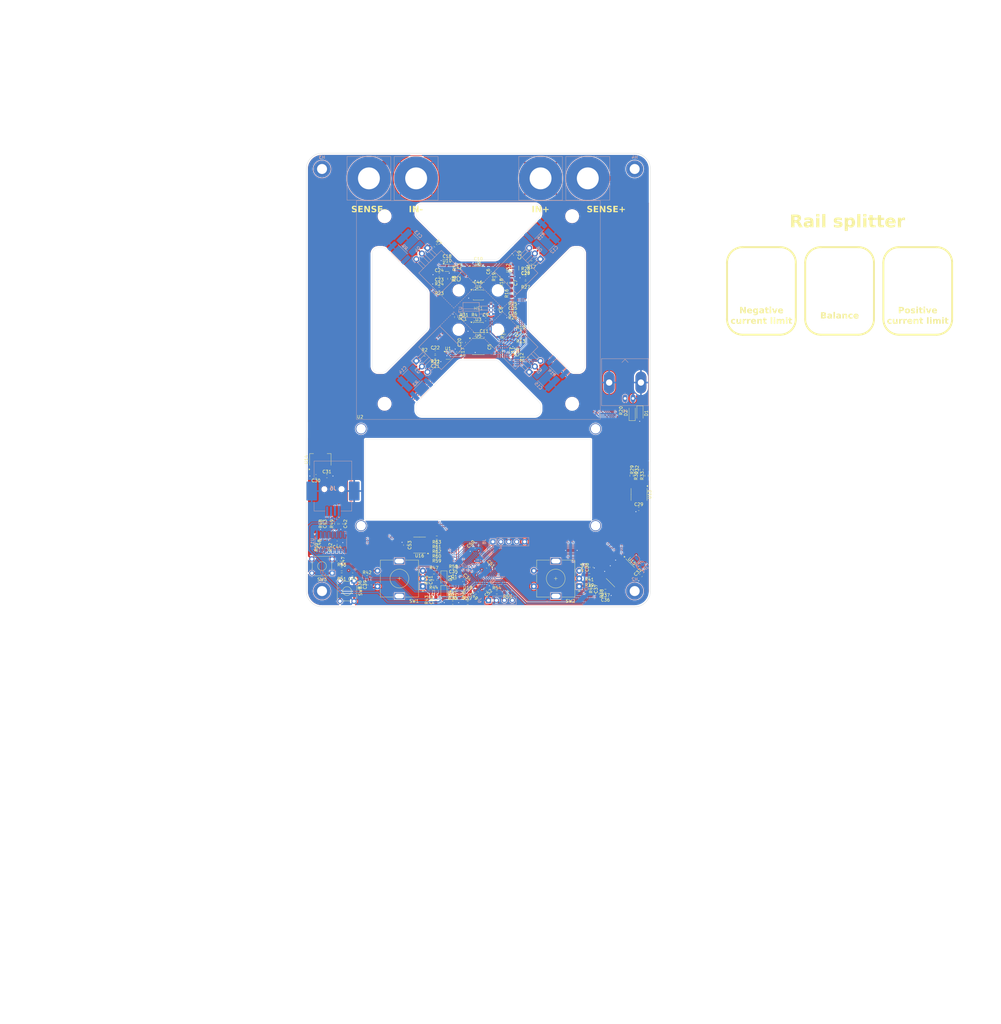
<source format=kicad_pcb>
(kicad_pcb (version 20241229) (generator "pcbnew") (generator_version "9.0")
  (layers (0 "F.Cu" signal) (2 "B.Cu" signal) (13 "F.Paste" user) (15 "B.Paste" user) (5 "F.SilkS" user "F.Silkscreen") (7 "B.SilkS" user "B.Silkscreen") (1 "F.Mask" user) (3 "B.Mask" user) (25 "Edge.Cuts" user))
  (net 0 "")
  (net 1 "Net-(U13B--)")
  (net 2 "Net-(C22-Pad2)")
  (net 3 "Net-(C24-Pad2)")
  (net 4 "Net-(U18-REF)")
  (net 7 "Net-(C26-Pad2)")
  (net 8 "Net-(C28-Pad2)")
  (net 9 "Net-(JP1-A)")
  (net 11 "Net-(U16-DO)")
  (net 15 "Net-(D3-K)")
  (net 17 "Net-(U16-SCLK)")
  (net 22 "3V3")
  (net 23 "Net-(C21-Pad2)")
  (net 24 "ENC_SW_2")
  (net 25 "Net-(C23-Pad2)")
  (net 26 "ENC_A_2")
  (net 27 "Net-(C25-Pad2)")
  (net 28 "ENC_B_2")
  (net 29 "Net-(C27-Pad2)")
  (net 30 "ENC_SW_1")
  (net 31 "Net-(J1-In)")
  (net 32 "CH1_PWM")
  (net 33 "CH2_PWM")
  (net 34 "CH3_PWM")
  (net 35 "CH4_PWM")
  (net 36 "Net-(Q3-G)")
  (net 37 "Net-(Q3-S)")
  (net 38 "Net-(U3A--)")
  (net 39 "GND")
  (net 40 "Net-(C1-Pad1)")
  (net 41 "Net-(U4A--)")
  (net 42 "Net-(C3-Pad2)")
  (net 43 "Net-(U4B--)")
  (net 44 "Net-(C4-Pad1)")
  (net 45 "Net-(C5-Pad2)")
  (net 46 "Net-(C6-Pad2)")
  (net 47 "Net-(U6B--)")
  (net 48 "Net-(U6A--)")
  (net 49 "Net-(C20-Pad2)")
  (net 50 "5V")
  (net 51 "INPUT_POWER")
  (net 52 "Net-(Q4-G)")
  (net 53 "Net-(Q4-S)")
  (net 54 "Net-(Q5-S)")
  (net 55 "Net-(Q5-G)")
  (net 56 "Net-(Q6-S)")
  (net 57 "Net-(Q6-G)")
  (net 58 "CH1_CONTROL")
  (net 59 "CH2_CONTROL")
  (net 60 "CH3_CONTROL")
  (net 61 "CH4_CONTROL")
  (net 62 "SW_TEMP")
  (net 63 "ENC_A_1")
  (net 64 "ENC_B_1")
  (net 65 "Net-(U17-V3)")
  (net 66 "RESET")
  (net 67 "/Microcontroller/BNC_CONTROL")
  (net 68 "Net-(D3-A)")
  (net 69 "/Power_stage/V_SENSE+")
  (net 70 "/Power_stage/V_SENSE-")
  (net 71 "Net-(Q1-E)")
  (net 72 "Net-(R36-Pad2)")
  (net 73 "Net-(R37-Pad2)")
  (net 74 "Net-(R39-Pad2)")
  (net 75 "Net-(J6-D+)")
  (net 76 "Net-(J6-D-)")
  (net 77 "Net-(U3B--)")
  (net 78 "Net-(R41-Pad2)")
  (net 79 "Net-(R43-Pad2)")
  (net 80 "VREF")
  (net 81 "Net-(R22-Pad2)")
  (net 82 "Net-(R23-Pad2)")
  (net 83 "Net-(R25-Pad2)")
  (net 84 "Net-(R27-Pad2)")
  (net 85 "Net-(U13A-+)")
  (net 86 "Net-(U13A--)")
  (net 87 "V_SENSE")
  (net 90 "Net-(R45-Pad2)")
  (net 91 "Net-(U17-UD+)")
  (net 92 "Net-(U17-UD-)")
  (net 93 "Net-(U17-TXD)")
  (net 94 "TX")
  (net 95 "RX")
  (net 96 "/Microcontroller/PROG_TX")
  (net 97 "SDA")
  (net 98 "SCL")
  (net 108 "BOOT")
  (net 109 "/Microcontroller/CH2_MEAS")
  (net 110 "/Microcontroller/CH3_MEAS")
  (net 111 "/Microcontroller/CH4_MEAS")
  (net 112 "/Microcontroller/CH1_MEAS")
  (net 113 "CTRL_SEL")
  (net 114 "/Microcontroller/PROG_RX")
  (net 115 "Net-(U8-PA2)")
  (net 118 "Net-(U16-CS)")
  (net 119 "Net-(U16-DI)")
  (net 121 "Net-(U8-PB12)")
  (net 122 "Net-(U8-PB13)")
  (net 123 "Net-(U8-PB14)")
  (net 124 "Net-(U8-PB15)")
  (footprint "Resistor_SMD:R_0603_1608Metric_Pad0.98x0.95mm_HandSolder" (layer "F.Cu") (at 103.75 103.1)
    (property "Reference" "R4")
    (property "Value" "10k")
  )
  (footprint "Package_TO_SOT_SMD:SOT-23" (layer "F.Cu") (at 101.6 191.3)
    (property "Reference" "U18")
    (property "Value" "TL431DBZ")
  )
  (footprint "Capacitor_SMD:C_0603_1608Metric_Pad1.08x0.95mm_HandSolder" (layer "F.Cu") (at 104.9 92.7)
    (property "Reference" "C46")
    (property "Value" "100n")
  )
  (footprint "Resistor_SMD:R_0603_1608Metric_Pad0.98x0.95mm_HandSolder" (layer "F.Cu") (at 145.625 189.9125 180)
    (property "Reference" "R37")
    (property "Value" "10k")
  )
  (footprint "Package_TO_SOT_SMD:SOT-363_SC-70-6_Handsoldering" (layer "F.Cu") (at 116.75 86.7 90)
    (property "Reference" "U12")
    (property "Value" "FSA3157P6X")
  )
  (footprint "Capacitor_SMD:C_0603_1608Metric_Pad1.08x0.95mm_HandSolder" (layer "F.Cu") (at 64.8 184.7 180)
    (property "Reference" "C45")
    (property "Value" "100n")
  )
  (footprint "Resistor_SMD:R_0603_1608Metric_Pad0.98x0.95mm_HandSolder" (layer "F.Cu") (at 61.3 184.7 180)
    (property "Reference" "R51")
    (property "Value" "10k")
  )
  (footprint "Capacitor_SMD:C_0603_1608Metric_Pad1.08x0.95mm_HandSolder" (layer "F.Cu") (at 116.05 113.579 -90)
    (property "Reference" "C16")
    (property "Value" "100n")
  )
  (footprint "Capacitor_SMD:C_0603_1608Metric_Pad1.08x0.95mm_HandSolder" (layer "F.Cu") (at 145.625 191.4125 180)
    (property "Reference" "C36")
    (property "Value" "100n")
  )
  (footprint "Capacitor_SMD:C_0603_1608Metric_Pad1.08x0.95mm_HandSolder" (layer "F.Cu") (at 97.3 90.1 -90)
    (property "Reference" "C2")
    (property "Value" "100p")
  )
  (footprint "Package_SO:OnSemi_Micro8" (layer "F.Cu") (at 105 95.3)
    (property "Reference" "U4")
    (property "Value" "NCS21802")
  )
  (footprint "Capacitor_SMD:C_0603_1608Metric_Pad1.08x0.95mm_HandSolder" (layer "F.Cu") (at 61.05 168.5 -90)
    (property "Reference" "C42")
    (property "Value" "47p")
  )
  (footprint "Resistor_SMD:R_0603_1608Metric_Pad0.98x0.95mm_HandSolder" (layer "F.Cu") (at 118.6 107.1)
    (property "Reference" "R10")
    (property "Value" "10k")
  )
  (footprint "PID_lib:WC1602A - below" (layer "F.Cu") (at 73 138.1)
    (property "Reference" "U2")
    (property "Value" "Screen")
    (fp_rect (start -4.1 3.4) (end 67.9 28.9) (stroke (width 0.05)) (fill no) (layer "Edge.Cuts"))
  )
  (footprint "Resistor_SMD:R_0603_1608Metric_Pad0.98x0.95mm_HandSolder" (layer "F.Cu") (at 100.4 103.1)
    (property "Reference" "R31")
    (property "Value" "10k")
  )
  (footprint "Capacitor_SMD:C_0603_1608Metric_Pad1.08x0.95mm_HandSolder" (layer "F.Cu") (at 54.5 168.5 -90)
    (property "Reference" "C43")
    (property "Value" "47p")
  )
  (footprint "Package_TO_SOT_SMD:SOT-23" (layer "F.Cu") (at 97.3 187.8)
    (property "Reference" "Q1")
    (property "Value" "MMBT5401")
  )
  (footprint "Resistor_SMD:R_0603_1608Metric_Pad0.98x0.95mm_HandSolder" (layer "F.Cu") (at 92.5 90.35 180)
    (property "Reference" "R24")
    (property "Value" "10k")
  )
  (footprint "Capacitor_SMD:C_0603_1608Metric_Pad1.08x0.95mm_HandSolder" (layer "F.Cu") (at 110.8 100 -90)
    (property "Reference" "C8")
    (property "Value" "100n")
  )
  (footprint "Capacitor_SMD:C_0603_1608Metric_Pad1.08x0.95mm_HandSolder" (layer "F.Cu") (at 116 102.6)
    (property "Reference" "C26")
    (property "Value" "100p")
  )
  (footprint "Capacitor_SMD:C_0603_1608Metric_Pad1.08x0.95mm_HandSolder" (layer "F.Cu") (at 91.2 113.6)
    (property "Reference" "C22")
    (property "Value" "100p")
  )
  (footprint "Resistor_SMD:R_0603_1608Metric_Pad0.98x0.95mm_HandSolder" (layer "F.Cu") (at 95.9 191.3 -90)
    (property "Reference" "R35")
    (property "Value" "100")
  )
  (footprint "Capacitor_SMD:C_0603_1608Metric_Pad1.08x0.95mm_HandSolder" (layer "F.Cu") (at 56.5625 153.2375)
    (property "Reference" "C31")
    (property "Value" "10u")
  )
  (footprint "Package_SO:SOIC-8_3.9x4.9mm_P1.27mm" (layer "F.Cu") (at 105 111.8)
    (property "Reference" "U5")
    (property "Value" "TLV9062")
  )
  (footprint "Resistor_SMD:R_0603_1608Metric_Pad0.98x0.95mm_HandSolder" (layer "F.Cu") (at 98.8 86.7 90)
    (property "Reference" "R5")
    (property "Value" "10k")
  )
  (footprint "Diode_SMD:D_SOD-123" (layer "F.Cu") (at 94 190.6 -90)
    (property "Reference" "D4")
    (property "Value" "1N4148W")
  )
  (footprint "Resistor_SMD:R_0603_1608Metric_Pad0.98x0.95mm_HandSolder" (layer "F.Cu") (at 97.4 191.3 90)
    (property "Reference" "R34")
    (property "Value" "100")
  )
  (footprint "Resistor_SMD:R_0603_1608Metric_Pad0.98x0.95mm_HandSolder" (layer "F.Cu") (at 120.3 115.175001 90)
    (property "Reference" "R12")
    (property "Value" "100")
  )
  (footprint "Resistor_SMD:R_0603_1608Metric_Pad0.98x0.95mm_HandSolder" (layer "F.Cu") (at 139.6 182.4 90)
    (property "Reference" "R46")
    (property "Value" "100k")
  )
  (footprint "Capacitor_SMD:C_0603_1608Metric_Pad1.08x0.95mm_HandSolder" (layer "F.Cu") (at 107.35 103.1)
    (property "Reference" "C9")
    (property "Value" "100n")
  )
  (footprint "Resistor_SMD:R_0603_1608Metric_Pad0.98x0.95mm_HandSolder" (layer "F.Cu") (at 115.5 94.8 90)
    (property "Reference" "R16")
    (property "Value" "100")
  )
  (footprint "Capacitor_SMD:C_0603_1608Metric_Pad1.08x0.95mm_HandSolder" (layer "F.Cu") (at 107.2 189.6 -135)
    (property "Reference" "C52")
    (property "Value" "100n")
  )
  (footprint "DC_load:4mm_terminal_red" (layer "F.Cu") (at 124.9 58 -90)
    (property "Reference" "J3")
    (property "Value" "red terminal")
  )
  (footprint "Capacitor_SMD:C_0603_1608Metric_Pad1.08x0.95mm_HandSolder" (layer "F.Cu") (at 59.85 174.5 180)
    (property "Reference" "C44")
    (property "Value" "10n")
  )
  (footprint "Resistor_SMD:R_0603_1608Metric_Pad0.98x0.95mm_HandSolder" (layer "F.Cu") (at 140.5 184.9 180)
    (property "Reference" "R41")
    (property "Value" "10k")
  )
  (footprint "Resistor_SMD:R_0603_1608Metric_Pad0.98x0.95mm_HandSolder" (layer "F.Cu") (at 154 153.1 -90)
    (property "Reference" "R30")
    (property "Value" "49.9k")
  )
  (footprint "Package_SO:SOIC-8_3.9x4.9mm_P1.27mm" (layer "F.Cu") (at 86.2 175.3 180)
    (property "Reference" "U16")
    (property "Value" "93LCxxB")
  )
  (footprint "Diode_SMD:D_SOD-123" (layer "F.Cu") (at 156.7 133.1 -90)
    (property "Reference" "D1")
    (property "Value" "1N4148W")
  )
  (footprint "Resistor_SMD:R_0603_1608Metric_Pad0.98x0.95mm_HandSolder" (layer "F.Cu") (at 91.7 178.9 180)
    (property "Reference" "R59")
    (property "Value" "100")
  )
  (footprint "Capacitor_SMD:C_0603_1608Metric_Pad1.08x0.95mm_HandSolder" (layer "F.Cu") (at 98.6 113.5 -90)
    (property "Reference" "C17")
    (property "Value" "100n")
  )
  (footprint "Package_SO:OnSemi_Micro8" (layer "F.Cu") (at 105 105.7)
    (property "Reference" "U3")
    (property "Value" "NCS21802")
  )
  (footprint "Capacitor_SMD:C_0603_1608Metric_Pad1.08x0.95mm_HandSolder" (layer "F.Cu") (at 81.6 175.3 -90)
    (property "Reference" "C53")
    (property "Value" "100n")
  )
  (footprint "Resistor_SMD:R_0603_1608Metric_Pad0.98x0.95mm_HandSolder" (layer "F.Cu") (at 91.2 115.1 180)
    (property "Reference" "R21")
    (property "Value" "10k")
  )
  (footprint "Resistor_SMD:R_0603_1608Metric_Pad0.98x0.95mm_HandSolder" (layer "F.Cu") (at 89.9 192.8 90)
    (property "Reference" "R43")
    (property "Value" "10k")
  )
  (footprint "Package_SO:SOIC-14_3.9x8.7mm_P1.27mm" (layer "F.Cu") (at 150.4 184.2 -45)
    (property "Reference" "U15")
    (property "Value" "74HC14D653")
  )
  (footprint "Capacitor_SMD:C_0603_1608Metric_Pad1.08x0.95mm_HandSolder" (layer "F.Cu") (at 70.2 188 90)
    (property "Reference" "C39")
    (property "Value" "100n")
  )
  (footprint "Resistor_SMD:R_0603_1608Metric_Pad0.98x0.95mm_HandSolder" (layer "F.Cu") (at 114.2 107.9 90)
    (property "Reference" "R11")
    (property "Value" "10k")
  )
  (footprint "Package_TO_SOT_SMD:SOT-363_SC-70-6_Handsoldering" (layer "F.Cu") (at 95.3 114.7)
    (property "Reference" "U1")
    (property "Value" "FSA3157P6X")
  )
  (footprint "Resistor_SMD:R_0603_1608Metric_Pad0.98x0.95mm_HandSolder" (layer "F.Cu") (at 116 101.1 180)
    (property "Reference" "R26")
    (property "Value" "10k")
  )
  (footprint "Resistor_SMD:R_0603_1608Metric_Pad0.98x0.95mm_HandSolder" (layer "F.Cu") (at 158.8 153.1 90)
    (property "Reference" "R33")
    (property "Value" "49.9k")
  )
  (footprint "Resistor_SMD:R_0603_1608Metric_Pad0.98x0.95mm_HandSolder" (layer "F.Cu") (at 98.8 90.1 90)
    (property "Reference" "R6")
    (property "Value" "10k")
  )
  (footprint "Capacitor_SMD:C_0603_1608Metric_Pad1.08x0.95mm_HandSolder" (layer "F.Cu") (at 52.75 174.9 -90)
    (property "Reference" "C48")
    (property "Value" "100n")
  )
  (footprint "DC_load:4mm_terminal_black" (layer "F.Cu") (at 85.1 58 -90)
    (property "Reference" "J4")
    (property "Value" "black terminal")
  )
  (footprint "Capacitor_SMD:C_0603_1608Metric_Pad1.08x0.95mm_HandSolder" (layer "F.Cu") (at 92.5 91.85)
    (property "Reference" "C23")
    (property "Value" "10n")
  )
  (footprint "Capacitor_SMD:C_0603_1608Metric_Pad1.08x0.95mm_HandSolder" (layer "F.Cu") (at 157 185 45)
    (property "Reference" "C32")
    (property "Value" "100n")
  )
  (footprint "Resistor_SMD:R_0603_1608Metric_Pad0.98x0.95mm_HandSolder" (layer "F.Cu") (at 139.6 189.3 -90)
    (property "Reference" "R40")
    (property "Value" "100k")
  )
  (footprint "Package_TO_SOT_SMD:SOT-223-3_TabPin2" (layer "F.Cu") (at 54.4625 147.9375 90)
    (property "Reference" "U14")
    (property "Value" "AMS1117-3.3")
  )
  (footprint "DC_load:4mm_terminal_red" (layer "F.Cu") (at 140 58 -90)
    (property "Reference" "J2")
    (property "Value" "red_terminal")
  )
  (footprint "Capacitor_SMD:C_0603_1608Metric_Pad1.08x0.95mm_HandSolder" (layer "F.Cu") (at 100.4 110.5 90)
    (property "Reference" "C20")
    (property "Value" "100p")
  )
  (footprint "Resistor_SMD:R_0603_1608Metric_Pad0.98x0.95mm_HandSolder" (layer "F.Cu") (at 120.1 88.35)
    (property "Reference" "R28")
    (property "Value" "10k")
  )
  (footprint "Resistor_SMD:R_0603_1608Metric_Pad0.98x0.95mm_HandSolder" (layer "F.Cu") (at 152.05 132.3 90)
    (property "Reference" "R20")
    (property "Value" "100")
  )
  (footprint "Resistor_SMD:R_0603_1608Metric_Pad0.98x0.95mm_HandSolder" (layer "F.Cu") (at 157.2 151.2 90)
    (property "Reference" "R32")
    (property "Value" "1Meg")
  )
  (footprint "Resistor_SMD:R_0603_1608Metric_Pad0.98x0.95mm_HandSolder" (layer "F.Cu") (at 90.8 184)
    (property "Reference" "R47")
    (property "Value" "100k")
  )
  (footprint "Capacitor_SMD:C_0603_1608Metric_Pad1.08x0.95mm_HandSolder" (layer "F.Cu") (at 109.6 87.8 90)
    (property "Reference" "C6")
    (property "Value" "100p")
  )
  (footprint "Resistor_SMD:R_0603_1608Metric_Pad0.98x0.95mm_HandSolder" (layer "F.Cu") (at 118.6 108.7 180)
    (property "Reference" "R13")
    (property "Value" "100")
  )
  (footprint "Resistor_SMD:R_0603_1608Metric_Pad0.98x0.95mm_HandSolder" (layer "F.Cu") (at 143.025 190.8125 -90)
    (property "Reference" "R38")
    (property "Value" "100k")
  )
  (footprint "Capacitor_SMD:C_0603_1608Metric_Pad1.08x0.95mm_HandSolder" (layer "F.Cu") (at 115.5 91.4 -90)
    (property "Reference" "C7")
    (property "Value" "100p")
  )
  (footprint "Capacitor_SMD:C_0603_1608Metric_Pad1.08x0.95mm_HandSolder" (layer "F.Cu") (at 91.2 116.6 180)
    (property "Reference" "C21")
    (property "Value" "10n")
  )
  (footprint "Resistor_SMD:R_0603_1608Metric_Pad0.98x0.95mm_HandSolder" (layer "F.Cu") (at 91.7 174.4 180)
    (property "Reference" "R61")
    (property "Value" "100")
  )
  (footprint "DC_load:front_plate" (layer "F.Cu") (at 50 324)
    (property "Reference" "U9" (hide yes))
    (property "Value" "Front plate")
  )
  (footprint "Capacitor_SMD:C_0603_1608Metric_Pad1.08x0.95mm_HandSolder" (layer "F.Cu") (at 96.8 193.7)
    (property "Reference" "C33")
    (property "Value" "10u")
  )
  (footprint "Resistor_SMD:R_0603_1608Metric_Pad0.98x0.95mm_HandSolder" (layer "F.Cu") (at 91.2 118.1)
    (property "Reference" "R22")
    (property "Value" "100")
  )
  (footprint "Rotary_Encoder:RotaryEncoder_Alps_EC11E-Switch_Vertical_H20mm" (layer "F.Cu") (at 137.25 188.5 180)
    (property "Reference" "SW2")
    (property "Value" "RotaryEncoder_Switch")
  )
  (footprint "Rotary_Encoder:RotaryEncoder_Alps_EC11E-Switch_Vertical_H20mm" (layer "F.Cu") (at 87.25 188.5 180)
    (property "Reference" "SW1")
    (property "Value" "RotaryEncoder_Switch")
  )
  (footprint "Capacitor_SMD:C_0603_1608Metric_Pad1.08x0.95mm_HandSolder" (layer "F.Cu") (at 141.2 182.4 90)
    (property "Reference" "C38")
    (property "Value" "10n")
  )
  (footprint "Resistor_SMD:R_0603_1608Metric_Pad0.98x0.95mm_HandSolder" (layer "F.Cu") (at 155.6 151.2 90)
    (property "Reference" "R29")
    (property "Value" "1Meg")
  )
  (footprint "Capacitor_SMD:C_0603_1608Metric_Pad1.08x0.95mm_HandSolder" (layer "F.Cu") (at 141.2 189.3 -90)
    (property "Reference" "C37")
    (property "Value" "10n")
  )
  (footprint "Capacitor_SMD:C_0603_1608Metric_Pad1.08x0.95mm_HandSolder" (layer "F.Cu") (at 108 182.3 -45)
    (property "Reference" "C51")
    (property "Value" "100n")
  )
  (footprint "Capacitor_SMD:C_0603_1608Metric_Pad1.08x0.95mm_HandSolder" (layer "F.Cu") (at 53.0625 153.2375 180)
    (property "Reference" "C30")
    (property "Value" "10u")
  )
  (footprint "Capacitor_SMD:C_0603_1608Metric_Pad1.08x0.95mm_HandSolder" (layer "F.Cu") (at 116.75 82.55 -90)
    (property "Reference" "C19")
    (property "Value" "100n")
  )
  (footprint "Resistor_SMD:R_0603_1608Metric_Pad0.98x0.95mm_HandSolder" (layer "F.Cu") (at 98.9 191.3 -90)
    (property "Reference" "R56")
    (property "Value" "10k")
  )
  (footprint "Capacitor_SMD:C_0603_1608Metric_Pad1.08x0.95mm_HandSolder" (layer "F.Cu") (at 95 84.35)
    (property "Reference" "C18")
    (property "Value" "100n")
  )
  (footprint "Diode_SMD:D_SOD-123" (layer "F.Cu") (at 94 185.9 -90)
    (property "Reference" "D3")
    (property "Value" "1N4148W")
  )
  (footprint "Capacitor_SMD:C_0603_1608Metric_Pad1.08x0.95mm_HandSolder" (layer "F.Cu") (at 105 85.2)
    (property "Reference" "C10")
    (property "Value" "100n")
  )
  (footprint "Resistor_SMD:R_0603_1608Metric_Pad0.98x0.95mm_HandSolder" (layer "F.Cu") (at 90.7 190.3)
    (property "Reference" "R44")
    (property "Value" "100k")
  )
  (footprint "Capacitor_SMD:C_0603_1608Metric_Pad1.08x0.95mm_HandSolder" (layer "F.Cu") (at 91.225 186.5 90)
    (property "Reference" "C41")
    (property "Value" "10n")
  )
  (footprint "Resistor_SMD:R_0603_1608Metric_Pad0.98x0.95mm_HandSolder" (layer "F.Cu") (at 56.25 176 -90)
    (property "Reference" "R52")
    (property "Value" "100")
  )
  (footprint "Capacitor_SMD:C_0603_1608Metric_Pad1.08x0.95mm_HandSolder" (layer "F.Cu") (at 116 107.9 -90)
    (property "Reference" "C4")
    (property "Value" "100p")
  )
  (footprint "Resistor_SMD:R_0603_1608Metric_Pad0.98x0.95mm_HandSolder" (layer "F.Cu") (at 140.5 186.7 180)
    (property "Reference" "R39")
    (property "Value" "10k")
  )
  (footprint "Resistor_SMD:R_0603_1608Metric_Pad0.98x0.95mm_HandSolder" (layer "F.Cu") (at 59.55 168.5 90)
    (property "Reference" "R49")
    (property "Value" "22")
  )
  (footprint "Resistor_SMD:R_0603_1608Metric_Pad0.98x0.95mm_HandSolder" (layer "F.Cu") (at 113.8 91.4 90)
    (property "Reference" "R18")
    (property "Value" "10k")
  )
  (footprint "Capacitor_SMD:C_0603_1608Metric_Pad1.08x0.95mm_HandSolder" (layer "F.Cu") (at 100.4 186.6 -45)
    (property "Reference" "C34")
    (property "Value" "10u")
  )
  (footprint "DC_load:AMD_heatsink" (layer "F.Cu") (at 105 100.1)
    (property "Reference" "HS1")
    (property "Value" "Heatsink")
    (fp_line (start -34 18) (end -34 -18) (stroke (width 0.05)) (layer "Edge.Cuts"))
    (fp_line (start -32 -20) (end -30.828427 -20) (stroke (width 0.05)) (layer "Edge.Cuts"))
    (fp_line (start -30.828427 20) (end -32 20) (stroke (width 0.05)) (layer "Edge.Cuts"))
    (fp_line (start -29.414213 -19.414213) (end -16.585786 -6.585786) (stroke (width 0.05)) (layer "Edge.Cuts"))
    (fp_line (start -20 -30.828427) (end -20 -32) (stroke (width 0.05)) (layer "Edge.Cuts"))
    (fp_line (start -20 32) (end -20 30.828427) (stroke (width 0.05)) (layer "Edge.Cuts"))
    (fp_line (start -19.414213 29.414213) (end -6.585786 16.585786) (stroke (width 0.05)) (layer "Edge.Cuts"))
    (fp_line (start -18 -34) (end 18 -34) (stroke (width 0.05)) (layer "Edge.Cuts"))
    (fp_line (start -16.585787 6.585787) (end -29.414214 19.414214) (stroke (width 0.05)) (layer "Edge.Cuts"))
    (fp_line (start -16 -5.171573) (end -16 5.171573) (stroke (width 0.05)) (layer "Edge.Cuts"))
    (fp_line (start -6.585787 -16.585787) (end -19.414214 -29.414214) (stroke (width 0.05)) (layer "Edge.Cuts"))
    (fp_line (start -5.171573 16) (end 5.171573 16) (stroke (width 0.05)) (layer "Edge.Cuts"))
    (fp_line (start 5.171573 -16) (end -5.171573 -16) (stroke (width 0.05)) (layer "Edge.Cuts"))
    (fp_line (start 6.585787 16.585787) (end 19.414214 29.414214) (stroke (width 0.05)) (layer "Edge.Cuts"))
    (fp_line (start 16 5.171573) (end 16 -5.171573) (stroke (width 0.05)) (layer "Edge.Cuts"))
    (fp_line (start 16.585787 -6.585787) (end 29.414214 -19.414214) (stroke (width 0.05)) (layer "Edge.Cuts"))
    (fp_line (start 18 34) (end -18 34) (stroke (width 0.05)) (layer "Edge.Cuts"))
    (fp_line (start 19.414213 -29.414213) (end 6.585786 -16.585786) (stroke (width 0.05)) (layer "Edge.Cuts"))
    (fp_line (start 20 -32) (end 20 -30.828427) (stroke (width 0.05)) (layer "Edge.Cuts"))
    (fp_line (start 20 30.828427) (end 20 32) (stroke (width 0.05)) (layer "Edge.Cuts"))
    (fp_line (start 29.414213 19.414213) (end 16.585786 6.585786) (stroke (width 0.05)) (layer "Edge.Cuts"))
    (fp_line (start 30.828427 -20) (end 32 -20) (stroke (width 0.05)) (layer "Edge.Cuts"))
    (fp_line (start 32 20) (end 30.828427 20) (stroke (width 0.05)) (layer "Edge.Cuts"))
    (fp_line (start 34 -18) (end 34 18) (stroke (width 0.05)) (layer "Edge.Cuts"))
    (fp_arc (start -34 -18) (mid -33.414214 -19.414214) (end -32 -20) (stroke (width 0.05)) (layer "Edge.Cuts"))
    (fp_arc (start -32 20) (mid -33.414214 19.414214) (end -34 18) (stroke (width 0.05)) (layer "Edge.Cuts"))
    (fp_arc (start -30.828427 -20) (mid -30.06306 -19.847759) (end -29.414213 -19.414213) (stroke (width 0.05)) (layer "Edge.Cuts"))
    (fp_arc (start -29.414214 19.414214) (mid -30.06306 19.847759) (end -30.828427 20) (stroke (width 0.05)) (layer "Edge.Cuts"))
    (fp_arc (start -20 -32) (mid -19.414214 -33.414214) (end -18 -34) (stroke (width 0.05)) (layer "Edge.Cuts"))
    (fp_arc (start -20 30.828427) (mid -19.847759 30.06306) (end -19.414213 29.414213) (stroke (width 0.05)) (layer "Edge.Cuts"))
    (fp_arc (start -19.414214 -29.414214) (mid -19.847759 -30.06306) (end -20 -30.828427) (stroke (width 0.05)) (layer "Edge.Cuts"))
    (fp_arc (start -18 34) (mid -19.414214 33.414214) (end -20 32) (stroke (width 0.05)) (layer "Edge.Cuts"))
    (fp_arc (start -16.585786 -6.585786) (mid -16.152241 -5.93694) (end -16 -5.171573) (stroke (width 0.05)) (layer "Edge.Cuts"))
    (fp_arc (start -16 5.171573) (mid -16.152241 5.93694) (end -16.585787 6.585787) (stroke (width 0.05)) (layer "Edge.Cuts"))
    (fp_arc (start -6.585786 16.585786) (mid -5.93694 16.152241) (end -5.171573 16) (stroke (width 0.05)) (layer "Edge.Cuts"))
    (fp_arc (start -5.171573 -16) (mid -5.93694 -16.152241) (end -6.585787 -16.585787) (stroke (width 0.05)) (layer "Edge.Cuts"))
    (fp_arc (start 5.171573 16) (mid 5.93694 16.152242) (end 6.585787 16.585787) (stroke (width 0.05)) (layer "Edge.Cuts"))
    (fp_arc (start 6.585786 -16.585786) (mid 5.93694 -16.152241) (end 5.171573 -16) (stroke (width 0.05)) (layer "Edge.Cuts"))
    (fp_arc (start 16 -5.171573) (mid 16.152241 -5.93694) (end 16.585787 -6.585787) (stroke (width 0.05)) (layer "Edge.Cuts"))
    (fp_arc (start 16.585786 6.585786) (mid 16.15224 5.93694) (end 16 5.171573) (stroke (width 0.05)) (layer "Edge.Cuts"))
    (fp_arc (start 18 -34) (mid 19.414214 -33.414214) (end 20 -32) (stroke (width 0.05)) (layer "Edge.Cuts"))
    (fp_arc (start 19.414214 29.414214) (mid 19.847759 30.06306) (end 20 30.828427) (stroke (width 0.05)) (layer "Edge.Cuts"))
    (fp_arc (start 20 -30.828427) (mid 19.847768 -30.063054) (end 19.414213 -29.414213) (stroke (width 0.05)) (layer "Edge.Cuts"))
    (fp_arc (start 20 32) (mid 19.414214 33.414214) (end 18 34) (stroke (width 0.05)) (layer "Edge.Cuts"))
    (fp_arc (start 29.414214 -19.414214) (mid 30.06306 -19.847759) (end 30.828427 -20) (stroke (width 0.05)) (layer "Edge.Cuts"))
    (fp_arc (start 30.828427 20) (mid 30.06306 19.847759) (end 29.414213 19.414213) (stroke (width 0.05)) (layer "Edge.Cuts"))
    (fp_arc (start 32 -20) (mid 33.414214 -19.414214) (end 34 -18) (stroke (width 0.05)) (layer "Edge.Cuts"))
    (fp_arc (start 34 18) (mid 33.414214 19.414214) (end 32 20) (stroke (width 0.05)) (layer "Edge.Cuts"))
  )
  (footprint "Resistor_SMD:R_0603_1608Metric_Pad0.98x0.95mm_HandSolder" (layer "F.Cu") (at 68.5 188 90)
    (property "Reference" "R36")
    (property "Value" "10k")
  )
  (footprint "Resistor_SMD:R_0603_1608Metric_Pad0.98x0.95mm_HandSolder" (layer "F.Cu") (at 110.9 190.4)
    (property "Reference" "R54")
    (property "Value" "10k")
  )
  (footprint "Resistor_SMD:R_0603_1608Metric_Pad0.98x0.95mm_HandSolder" (layer "F.Cu") (at 120.1 91.35 180)
    (property "Reference" "R27")
    (property "Value" "100")
  )
  (footprint "Resistor_SMD:R_0603_1608Metric_Pad0.98x0.95mm_HandSolder" (layer "F.Cu") (at 111.4 89.5 90)
    (property "Reference" "R19")
    (property "Value" "10k")
  )
  (footprint "Resistor_SMD:R_0603_1608Metric_Pad0.98x0.95mm_HandSolder" (layer "F.Cu") (at 91.7 177.4 180)
    (property "Reference" "R60")
    (property "Value" "100")
  )
  (footprint "Capacitor_SMD:C_0603_1608Metric_Pad1.08x0.95mm_HandSolder" (layer "F.Cu") (at 106.85 108.3)
    (property "Reference" "C11")
    (property "Value" "100n")
  )
  (footprint "Resistor_SMD:R_0603_1608Metric_Pad0.98x0.95mm_HandSolder" (layer "F.Cu") (at 61.3 183)
    (property "Reference" "R53")
    (property "Value" "10k")
  )
  (footprint "Resistor_SMD:R_0603_1608Metric_Pad0.98x0.95mm_HandSolder" (layer "F.Cu") (at 92.5 93.35 180)
    (property "Reference" "R23")
    (property "Value" "100")
  )
  (footprint "DC_load:4mm_terminal_black" (layer "F.Cu") (at 70 58 -90)
    (property "Reference" "J5")
    (property "Value" "black terminal")
  )
  (footprint "Package_SO:SOIC-8_3.9x4.9mm_P1.27mm" (layer "F.Cu") (at 156.4 159.1 -90)
    (property "Reference" "U13")
    (property "Value" "TLV9062")
  )
  (footprint "Resistor_SMD:R_0603_1608Metric_Pad0.98x0.95mm_HandSolder" (layer "F.Cu") (at 91.7 175.9 180)
    (property "Reference" "R62")
    (property "Value" "100")
  )
  (footprint "Capacitor_SMD:C_0603_1608Metric_Pad1.08x0.95mm_HandSolder" (layer "F.Cu") (at 116 98.1 180)
    (property "Reference" "C25")
    (property "Value" "10n")
  )
  (footprint "Package_TO_SOT_SMD:SOT-363_SC-70-6_Handsoldering" (layer "F.Cu") (at 113.8 113.329 -90)
    (property "Reference" "U11")
    (property "Value" "FSA3157P6X")
  )
  (footprint "Diode_SMD:D_SOD-123" (layer "F.Cu") (at 154.2 133.1 90)
    (property "Reference" "D2")
    (property "Value" "1N4148W")
  )
  (footprint "Resistor_SMD:R_0603_1608Metric_Pad0.98x0.95mm_HandSolder" (layer "F.Cu") (at 89.8875 186.5 90)
    (property "Reference" "R45")
    (property "Value" "10k")
  )
  (footprint "Capacitor_SMD:C_0603_1608Metric_Pad1.08x0.95mm_HandSolder" (layer "F.Cu") (at 97 185.2)
    (property "Reference" "C35")
    (property "Value" "10u")
  )
  (footprint "Resistor_SMD:R_0603_1608Metric_Pad0.98x0.95mm_HandSolder" (layer "F.Cu") (at 56 168.5 90)
    (property "Reference" "R48")
    (property "Value" "22")
  )
  (footprint "Resistor_SMD:R_0603_1608Metric_Pad0.98x0.95mm_HandSolder" (layer "F.Cu") (at 91.3 79.5 -45)
    (property "Reference" "R7")
    (property "Value" "100")
  )
  (footprint "Capacitor_SMD:C_0603_1608Metric_Pad1.08x0.95mm_HandSolder" (layer "F.Cu") (at 120.1 86.85 180)
    (property "Reference" "C28")
    (property "Value" "100p")
  )
  (footprint "Capacitor_SMD:C_0603_1608Metric_Pad1.08x0.95mm_HandSolder" (layer "F.Cu") (at 156.3 163.7)
    (property "Reference" "C29")
    (property "Value" "100n")
  )
  (footprint "Resistor_SMD:R_0603_1608Metric_Pad0.98x0.95mm_HandSolder" (layer "F.Cu") (at 87.8 114.3)
    (property "Reference" "R2")
    (property "Value" "100")
  )
  (footprint "Resistor_SMD:R_0603_1608Metric_Pad0.98x0.95mm_HandSolder" (layer "F.Cu") (at 101.6 193.8)
    (property "Reference" "R57")
    (property "Value" "49.9k")
  )
  (footprint "Resistor_SMD:R_0603_1608Metric_Pad0.98x0.95mm_HandSolder" (layer "F.Cu") (at 97.9 102.35 -90)
    (property "Reference" "R1")
    (property "Value" "100")
  )
  (footprint "Capacitor_SMD:C_0603_1608Metric_Pad1.08x0.95mm_HandSolder" (layer "F.Cu") (at 103.6 176 45)
    (property "Reference" "C50")
    (property "Value" "100n")
  )
  (footprint "Button_Switch_THT:SW_TH_Tactile_Omron_B3F-10xx" (layer "F.Cu") (at 58.25 184.25 180)
    (property "Reference" "SW3")
    (property "Value" "SW_Push")
  )
  (footprint "Capacitor_SMD:C_0603_1608Metric_Pad1.08x0.95mm_HandSolder" (layer "F.Cu") (at 100.4 101.5 180)
    (property "Reference" "C1")
    (property "Value" "100p")
  )
  (footprint "Resistor_SMD:R_0603_1608Metric_Pad0.98x0.95mm_HandSolder" (layer "F.Cu") (at 95.7 90.1 -90)
    (property "Reference" "R8")
    (property "Value" "100")
  )
  (footprint "Capacitor_SMD:C_0603_1608Metric_Pad1.08x0.95mm_HandSolder" (layer "F.Cu") (at 104.6 190.6 135)
    (property "Reference" "C49")
    (property "Value" "100n")
  )
  (footprint "Resistor_SMD:R_0603_1608Metric_Pad0.98x0.95mm_HandSolder" (layer "F.Cu") (at 114.3 190.4 180)
    (property "Reference" "R55")
    (property "Value" "10k")
  )
  (footprint "Capacitor_SMD:C_0603_1608Metric_Pad1.08x0.95mm_HandSolder" (layer "F.Cu") (at 100.4 86.1 90)
    (property "Reference" "C3")
    (property "Value" "100p")
  )
  (footprint "Capacitor_SMD:C_0603_1608Metric_Pad1.08x0.95mm_HandSolder" (layer "F.Cu") (at 92.5 88.85)
    (property "Reference" "C24")
    (property "Value" "100p")
  )
  (footprint "Resistor_SMD:R_0603_1608Metric_Pad0.98x0.95mm_HandSolder" (layer "F.Cu") (at 91.7 172.9 180)
    (property "Reference" "R63")
    (property "Value" "10k")
  )
  (footprint "Capacitor_SMD:C_0603_1608Metric_Pad1.08x0.95mm_HandSolder" (layer "F.Cu") (at 120.1 89.85)
    (property "Reference" "C27")
    (property "Value" "10n")
  )
  (footprint "Capacitor_SMD:C_0603_1608Metric_Pad1.08x0.95mm_HandSolder" (layer "F.Cu") (at 91.4 192.8 90)
    (property "Reference" "C40")
    (property "Value" "10n")
  )
  (footprint "Capacitor_SMD:C_0603_1608Metric_Pad1.08x0.95mm_HandSolder" (layer "F.Cu") (at 110 111.9 90)
    (property "Reference" "C5")
    (property "Value" "100p")
  )
  (footprint "Resistor_SMD:R_0603_1608Metric_Pad0.98x0.95mm_HandSolder" (layer "F.Cu") (at 116 99.6)
    (property "Reference" "R25")
    (property "Value" "100")
  )
  (footprint "Button_Switch_THT:SW_TH_Tactile_Omron_B3F-10xx" (layer "F.Cu") (at 65.25 186.75 -90)
    (property "Reference" "SW8")
    (property "Value" "SW_Push")
  )
  (footprint "Resistor_SMD:R_0603_1608Metric_Pad0.98x0.95mm_HandSolder" (layer "F.Cu") (at 54.65 176 90)
    (property "Reference" "R50")
    (property "Value" "100")
  )
  (footprint "Package_SO:SOIC-8_3.9x4.9mm_P1.27mm" (layer "F.Cu") (at 105 88.7)
    (property "Reference" "U6")
    (property "Value" "TLV9062")
  )
  (footprint "Resistor_SMD:R_0603_1608Metric_Pad0.98x0.95mm_HandSolder" (layer "F.Cu") (at 69.4 185.5)
    (property "Reference" "R42")
    (property "Value" "100k")
  )
  (footprint "Resistor_SMD:R_0603_1608Metric_Pad0.98x0.95mm_HandSolder" (layer "F.Cu") (at 122 84.9 180)
    (property "Reference" "R17")
    (property "Value" "100")
  )
  (footprint "Resistor_SMD:R_0603_1608Metric_Pad0.98x0.95mm_HandSolder" (layer "F.Cu") (at 97 183.6)
    (property "Reference" "R58")
    (property "Value" "10k")
  )
  (footprint "Capacitor_SMD:C_0603_1608Metric_Pad1.08x0.95mm_HandSolder" (layer "F.Cu") (at 60.3 180.4 -90)
    (property "Reference" "C47")
    (property "Value" "100n")
  )
  (footprint "Package_TO_SOT_SMD:SOT-363_SC-70-6_Handsoldering" (layer "F.Cu") (at 95 86.6)
    (property "Reference" "U10")
    (property "Value" "FSA3157P6X")
  )
  (footprint "Resistor_SMD:R_2512_6332Metric_Pad1.40x3.35mm_HandSolder" (layer "B.Cu") (at 123.3 74.675001 45)
    (property "Reference" "R15")
    (property "Value" "10 mOhm")
  )
  (footprint "DC_load:62910416121" (layer "B.Cu") (at 58.5 148.4)
    (property "Reference" "J6")
    (property "Value" "USB_B" (hide yes))
  )
  (footprint "Package_QFP:LQFP-48_7x7mm_P0.5mm" (layer "B.Cu") (at 105.4 182.8 45)
    (property "Reference" "U8")
    (property "Value" "STM32F103C8Tx")
  )
  (footprint "Package_TO_SOT_THT:TO-92_Inline_W4.0mm_Horizontal_FlatSideUp" (layer "B.Cu") (at 109.07 98.8475 -90)
    (property "Reference" "U7")
    (property "Value" "LMT84LPM")
  )
  (footprint "Resistor_SMD:R_2512_6332Metric_Pad1.40x3.35mm_HandSolder" (layer "B.Cu") (at 79.6 81.875001 135)
    (property "Reference" "R9")
    (property "Value" "10 mOhm")
  )
  (footprint "Package_TO_SOT_THT:TO-220-3_Horizontal_TabUp" (layer "B.Cu") (at 88.739126 80.247024 -135)
    (property "Reference" "Q4")
    (property "Value" "FQP19N20C")
  )
  (footprint "Capacitor_SMD:C_2220_5750Metric_Pad1.97x5.40mm_HandSolder" (layer "B.Cu") (at 83.4 121.875001 -135)
    (property "Reference" "C14")
    (property "Value" "1u")
  )
  (footprint "Package_TO_SOT_THT:TO-220-3_Horizontal_TabUp" (layer "B.Cu") (at 124.852977 83.839126 135)
    (property "Reference" "Q6")
    (property "Value" "FQP19N20C")
  )
  (footprint "Capacitor_SMD:C_2220_5750Metric_Pad1.97x5.40mm_HandSolder" (layer "B.Cu") (at 126.8 121.775001 -45)
    (property "Reference" "C15")
    (property "Value" "1u")
  )
  (footprint "Connector_Coaxial:BNC_Amphenol_B6252HB-NPP3G-50_Horizontal" (layer "B.Cu") (at 151.92 128.38 180)
    (property "Reference" "J1")
    (property "Value" "BNC")
  )
  (footprint "Capacitor_SMD:C_2220_5750Metric_Pad1.97x5.40mm_HandSolder" (layer "B.Cu") (at 126.7 78.275001 45)
    (property "Reference" "C12")
    (property "Value" "1u")
  )
  (footprint "DC_load:M3_hole_with_spacer" (layer "B.Cu") (at 155 55 180)
    (property "Reference" "H4")
    (property "Value" "MountingHole")
  )
  (footprint "DC_load:M3_hole_with_spacer" (layer "B.Cu") (at 155 190 180)
    (property "Reference" "H2")
    (property "Value" "MountingHole")
  )
  (footprint "Resistor_SMD:R_2512_6332Metric_Pad1.40x3.35mm_HandSolder" (layer "B.Cu") (at 130.4 118.375001 -45)
    (property "Reference" "R14")
    (property "Value" "10 mOhm")
  )
  (footprint "Package_TO_SOT_THT:TO-220-3_Horizontal_TabUp" (layer "B.Cu") (at 121.260875 119.952977 45)
    (property "Reference" "Q5")
    (property "Value" "FQP19N20C")
  )
  (footprint "Connector_PinSocket_2.54mm:PinSocket_1x05_P2.54mm_Vertical" (layer "B.Cu") (at 109.65 174.225 -90)
    (property "Reference" "J8")
    (property "Value" "Conn_01x05_Socket")
  )
  (footprint "DC_load:M3_hole_with_spacer" (layer "B.Cu") (at 55 190 180)
    (property "Reference" "H1")
    (property "Value" "MountingHole")
  )
  (footprint "Jumper:SolderJumper-2_P1.3mm_Open_RoundedPad1.0x1.5mm" (layer "B.Cu") (at 155.2 180 45)
    (property "Reference" "JP2")
    (property "Value" "Jumper_2_Open")
  )
  (footprint "DC_load:M3_hole_with_spacer" (layer "B.Cu") (at 55 55 180)
    (property "Reference" "H3")
    (property "Value" "MountingHole")
  )
  (footprint "Package_TO_SOT_THT:TO-220-3_Horizontal_TabUp" (layer "B.Cu") (at 85.147023 116.360874 -45)
    (property "Reference" "Q3")
    (property "Value" "FQP19N20C")
  )
  (footprint "Package_SO:SOIC-16_3.9x9.9mm_P1.27mm" (layer "B.Cu") (at 57.8 174.5 -90)
    (property "Reference" "U17")
    (property "Value" "CH340C")
  )
  (footprint "Connector_PinSocket_2.54mm:PinSocket_1x04_P2.54mm_Vertical" (layer "B.Cu") (at 108.236396 192.960355 -90)
    (property "Reference" "J9")
    (property "Value" "Conn_01x04_Socket")
  )
  (footprint "Capacitor_SMD:C_2220_5750Metric_Pad1.97x5.40mm_HandSolder" (layer "B.Cu") (at 83.2 78.475001 135)
    (property "Reference" "C13")
    (property "Value" "1u")
  )
  (footprint "Jumper:SolderJumper-2_P1.3mm_Bridged_RoundedPad1.0x1.5mm" (layer "B.Cu") (at 157 181.8 45)
    (property "Reference" "JP1")
    (property "Value" "Jumper_2_Bridged")
  )
  (footprint "Resistor_SMD:R_2512_6332Metric_Pad1.40x3.35mm_HandSolder" (layer "B.Cu") (at 86.8 125.475001 -135)
    (property "Reference" "R3")
    (property "Value" "10 mOhm")
  )
  (gr_line (start 234.54 85) (end 234.54 103) (stroke (width 0.6)) (layer "F.SilkS"))
  (gr_arc (start 206.54 103) (mid 205.075534 106.535534) (end 201.54 108) (stroke (width 0.6)) (layer "F.SilkS"))
  (gr_arc (start 231.54 103) (mid 230.075534 106.535534) (end 226.54 108) (stroke (width 0.6)) (layer "F.SilkS"))
  (gr_arc (start 201.54 80) (mid 205.075534 81.464466) (end 206.54 85) (stroke (width 0.6)) (layer "F.SilkS"))
  (gr_arc (start 184.54 85) (mid 186.004466 81.464466) (end 189.54 80) (stroke (width 0.6)) (layer "F.SilkS"))
  (gr_line (start 239.54 108) (end 251.54 108) (stroke (width 0.6)) (layer "F.SilkS"))
  (gr_arc (start 234.54 85) (mid 236.004466 81.464466) (end 239.54 80) (stroke (width 0.6)) (layer "F.SilkS"))
  (gr_arc (start 189.54 108) (mid 186.004466 106.535534) (end 184.54 103) (stroke (width 0.6)) (layer "F.SilkS"))
  (gr_arc (start 251.54 80) (mid 255.075534 81.464466) (end 256.54 85) (stroke (width 0.6)) (layer "F.SilkS"))
  (gr_arc (start 214.54 108) (mid 211.004466 106.535534) (end 209.54 103) (stroke (width 0.6)) (layer "F.SilkS"))
  (gr_line (start 189.54 108) (end 201.54 108) (stroke (width 0.6)) (layer "F.SilkS"))
  (gr_arc (start 209.54 85) (mid 211.004466 81.464466) (end 214.54 80) (stroke (width 0.6)) (layer "F.SilkS"))
  (gr_arc (start 239.54 108) (mid 236.004466 106.535534) (end 234.54 103) (stroke (width 0.6)) (layer "F.SilkS"))
  (gr_line (start 184.54 85) (end 184.54 103) (stroke (width 0.6)) (layer "F.SilkS"))
  (gr_line (start 214.54 108) (end 226.54 108) (stroke (width 0.6)) (layer "F.SilkS"))
  (gr_arc (start 256.54 103) (mid 255.075534 106.535534) (end 251.54 108) (stroke (width 0.6)) (layer "F.SilkS"))
  (gr_line (start 206.54 85) (end 206.54 103) (stroke (width 0.6)) (layer "F.SilkS"))
  (gr_line (start 209.54 85) (end 209.54 103) (stroke (width 0.6)) (layer "F.SilkS"))
  (gr_line (start 201.54 80) (end 189.54 80) (stroke (width 0.6)) (layer "F.SilkS"))
  (gr_line (start 256.54 85) (end 256.54 103) (stroke (width 0.6)) (layer "F.SilkS"))
  (gr_line (start 251.54 80) (end 239.54 80) (stroke (width 0.6)) (layer "F.SilkS"))
  (gr_line (start 231.54 85) (end 231.54 103) (stroke (width 0.6)) (layer "F.SilkS"))
  (gr_arc (start 226.54 80) (mid 230.075534 81.464466) (end 231.54 85) (stroke (width 0.6)) (layer "F.SilkS"))
  (gr_line (start 226.54 80) (end 214.54 80) (stroke (width 0.6)) (layer "F.SilkS"))
  (gr_line (start 155 50) (end 55 50) (stroke (width 0.1)) (layer "Edge.Cuts"))
  (gr_arc (start 155 50) (mid 158.535534 51.464466) (end 160 55) (stroke (width 0.1)) (layer "Edge.Cuts"))
  (gr_line (start 55 195) (end 155 195) (stroke (width 0.1)) (layer "Edge.Cuts"))
  (gr_line (start 160 190) (end 160 55) (stroke (width 0.1)) (layer "Edge.Cuts"))
  (gr_arc (start 55 195) (mid 51.464467 193.535533) (end 50 190) (stroke (width 0.1)) (layer "Edge.Cuts"))
  (gr_line (start 50 55) (end 50 190) (stroke (width 0.1)) (layer "Edge.Cuts"))
  (gr_arc (start 160 190) (mid 158.535534 193.535534) (end 155 195) (stroke (width 0.1)) (layer "Edge.Cuts"))
  (gr_arc (start 50 55) (mid 51.464467 51.464467) (end 55 50) (stroke (width 0.1)) (layer "Edge.Cuts"))
  (gr_text "IN+" (at 124.9 68 0) (layer "F.SilkS") (effects (font (size 2 2) (thickness 0.2) (bold yes))))
  (gr_text "SENSE-\n" (at 70 68 0) (layer "F.SilkS") (effects (font (size 2 2) (thickness 0.2) (bold yes))))
  (gr_text "IN-" (at 85 68 0) (layer "F.SilkS") (effects (font (size 2 2) (thickness 0.2) (bold yes))))
  (gr_text "Rail splitter\n" (at 223 72 0) (layer "F.SilkS") (effects (font (size 4 4) (thickness 0.2) (bold yes))))
  (gr_text "SENSE+\n" (at 145.9 68 0) (layer "F.SilkS") (effects (font (size 2 2) (thickness 0.2) (bold yes))))
  (gr_text "Balance" (at 220.54 102 0) (layer "F.SilkS") (effects (font (size 2 2) (thickness 0.2) (bold yes))))
  (gr_text "Negative\ncurrent limit" (at 195.539997 101.999997 0) (layer "F.SilkS") (effects (font (size 2 2) (thickness 0.2) (bold yes))))
  (gr_text "Positive\ncurrent limit\n" (at 245.54 102 0) (layer "F.SilkS") (effects (font (size 2 2) (thickness 0.2) (bold yes))))
  (segment (start 157.035 161.575) (end 155.765 161.575) (width 0.5) (layer "F.Cu") (net 1))
  (segment (start 93.97 115.35) (end 92.3625 115.35) (width 0.5) (layer "F.Cu") (net 2))
  (segment (start 92.3625 115.35) (end 92.1125 115.1) (width 0.5) (layer "F.Cu") (net 2))
  (segment (start 92.0625 113.6) (end 92.0625 115.05) (width 0.5) (layer "F.Cu") (net 2))
  (segment (start 92.0625 115.05) (end 92.1125 115.1) (width 0.5) (layer "F.Cu") (net 2))
  (segment (start 93.4125 88.9) (end 93.3625 88.85) (width 0.5) (layer "F.Cu") (net 3))
  (segment (start 93.4125 90.35) (end 93.4125 88.9) (width 0.5) (layer "F.Cu") (net 3))
  (segment (start 93.3625 88.85) (end 93.3625 87.5575) (width 0.5) (layer "F.Cu") (net 3))
  (segment (start 93.3625 87.5575) (end 93.67 87.25) (width 0.5) (layer "F.Cu") (net 3))
  (segment (start 100.6625 192.25) (end 100.6625 193.775) (width 0.5) (layer "F.Cu") (net 4))
  (segment (start 100.625 192.2125) (end 100.6625 192.25) (width 0.5) (layer "F.Cu") (net 4))
  (segment (start 100.6625 193.775) (end 100.6875 193.8) (width 0.5) (layer "F.Cu") (net 4))
  (segment (start 98.9 192.2125) (end 100.625 192.2125) (width 0.5) (layer "F.Cu") (net 4))
  (segment (start 116.8625 106) (end 116.8625 102.6) (width 0.4) (layer "F.Cu") (net 7))
  (segment (start 116.9125 101.1) (end 116.9125 102.55) (width 0.4) (layer "F.Cu") (net 7))
  (segment (start 116.9125 102.55) (end 116.8625 102.6) (width 0.4) (layer "F.Cu") (net 7))
  (segment (start 113.15 110.643952) (end 113.15 111.999) (width 0.4) (layer "F.Cu") (net 7))
  (segment (start 113.2 110.593952) (end 113.15 110.643952) (width 0.4) (layer "F.Cu") (net 7))
  (via (at 116.8625 106) (size 0.6) (drill 0.3) (layers "F.Cu" "B.Cu") (net 7))
  (via (at 113.2 110.593952) (size 0.6) (drill 0.3) (layers "F.Cu" "B.Cu") (net 7))
  (segment (start 113.2 110.593952) (end 113.15 110.643952) (width 0.4) (layer "B.Cu") (net 7))
  (segment (start 116.8625 106) (end 116.9 106.0375) (width 0.4) (layer "B.Cu") (net 7))
  (segment (start 116.9 106.893952) (end 113.2 110.593952) (width 0.4) (layer "B.Cu") (net 7))
  (segment (start 116.9 106.0375) (end 116.9 106.893952) (width 0.4) (layer "B.Cu") (net 7))
  (segment (start 119.3375 86.9) (end 119.3875 86.85) (width 0.5) (layer "F.Cu") (net 8))
  (segment (start 117.77 88.4) (end 119.2875 88.4) (width 0.5) (layer "F.Cu") (net 8))
  (segment (start 119.2875 88.4) (end 119.3375 88.35) (width 0.5) (layer "F.Cu") (net 8))
  (segment (start 117.4 88.03) (end 117.77 88.4) (width 0.5) (layer "F.Cu") (net 8))
  (segment (start 119.3375 88.35) (end 119.3375 86.9) (width 0.5) (layer "F.Cu") (net 8))
  (segment (start 157.60988 184.39012) (end 155.978274 184.39012) (width 0.5) (layer "F.Cu") (net 9))
  (segment (start 155.978274 184.39012) (end 154.844166 183.256012) (width 0.5) (layer "F.Cu") (net 9))
  (segment (start 157.654074 183.988154) (end 157.654074 183.1) (width 0.5) (layer "F.Cu") (net 9))
  (via (at 157.654074 183.1) (size 0.6) (drill 0.3) (layers "F.Cu" "B.Cu") (net 9))
  (segment (start 157.654074 183.1) (end 157.380762 183.1) (width 0.5) (layer "B.Cu") (net 9))
  (segment (start 157.380762 183.1) (end 154.740381 180.459619) (width 0.5) (layer "B.Cu") (net 9))
  (segment (start 90.2925 173.395) (end 90.7875 172.9) (width 0.2) (layer "F.Cu") (net 11))
  (segment (start 88.675 173.395) (end 90.2925 173.395) (width 0.2) (layer "F.Cu") (net 11))
  (segment (start 90.7875 174.4) (end 90.7875 172.9) (width 0.2) (layer "F.Cu") (net 11))
  (segment (start 96.0875 183.6) (end 96.0875 184.7) (width 0.5) (layer "F.Cu") (net 15))
  (segment (start 96.0875 185.15) (end 96.1375 185.2) (width 0.5) (layer "F.Cu") (net 15))
  (segment (start 96.3625 184.975) (end 96.3625 186.85) (width 0.5) (layer "F.Cu") (net 15))
  (segment (start 96.0875 184.7) (end 96.3625 184.975) (width 0.5) (layer "F.Cu") (net 15))
  (segment (start 96.0875 183.6) (end 94.65 183.6) (width 0.5) (layer "F.Cu") (net 15))
  (segment (start 96.0875 184.7) (end 96.0875 185.15) (width 0.5) (layer "F.Cu") (net 15))
  (segment (start 94.65 183.6) (end 94 184.25) (width 0.5) (layer "F.Cu") (net 15))
  (segment (start 89.3225 175.935) (end 88.675 175.935) (width 0.2) (layer "F.Cu") (net 17))
  (segment (start 90.7875 177.4) (end 89.3225 175.935) (width 0.2) (layer "F.Cu") (net 17))
  (segment (start 54.4625 151.0875) (end 54.4625 152.7) (width 0.4) (layer "F.Cu") (net 22))
  (segment (start 118.101 112.1339) (end 118.101 120.301) (width 0.4) (layer "F.Cu") (net 22))
  (segment (start 108.212501 103.1) (end 109.1 103.1) (width 0.4) (layer "F.Cu") (net 22))
  (segment (start 103.4 189.3) (end 103.4 189.4) (width 0.3) (layer "F.Cu") (net 22))
  (segment (start 118.101 120.301) (end 130.45 132.65) (width 0.4) (layer "F.Cu") (net 22))
  (segment (start 107.225 94.162499) (end 105.762501 92.7) (width 0.4) (layer "F.Cu") (net 22))
  (segment (start 108.212501 103.1) (end 108.212501 103.737498) (width 0.4) (layer "F.Cu") (net 22))
  (segment (start 158.305 162.5575) (end 158.305 161.575) (width 0.5) (layer "F.Cu") (net 22))
  (segment (start 157.1625 163.7) (end 158.305 162.5575) (width 0.5) (layer "F.Cu") (net 22))
  (segment (start 54.4625 152.7) (end 53.925 153.2375) (width 0.4) (layer "F.Cu") (net 22))
  (segment (start 104.20988 176.20988) (end 105.1 177.1) (width 0.2) (layer "F.Cu") (net 22))
  (segment (start 115.861052 109.893952) (end 118.101 112.1339) (width 0.4) (layer "F.Cu") (net 22))
  (segment (start 103.4 189.4) (end 103.99012 189.99012) (width 0.3) (layer "F.Cu") (net 22))
  (segment (start 83.725 177.205) (end 82.6425 177.205) (width 0.2) (layer "F.Cu") (net 22))
  (segment (start 108.212501 103.737498) (end 107.225 104.724999) (width 0.4) (layer "F.Cu") (net 22))
  (segment (start 82.6425 177.205) (end 81.6 176.1625) (width 0.2) (layer "F.Cu") (net 22))
  (segment (start 154.2 134.75) (end 154.2 148.2) (width 1) (layer "F.Cu") (net 22))
  (segment (start 111.606048 109.893952) (end 115.861052 109.893952) (width 0.4) (layer "F.Cu") (net 22))
  (segment (start 104.20988 175.39012) (end 104.20988 176.20988) (width 0.2) (layer "F.Cu") (net 22))
  (segment (start 109.4 182.6) (end 109.09012 182.90988) (width 0.5) (layer "F.Cu") (net 22))
  (segment (start 109.09012 182.90988) (end 108.60988 182.90988) (width 0.5) (layer "F.Cu") (net 22))
  (segment (start 107.225 94.324999) (end 107.225 94.162499) (width 0.4) (layer "F.Cu") (net 22))
  (segment (start 154.2 134.75) (end 149.95 134.75) (width 0.5) (layer "F.Cu") (net 22))
  (segment (start 130.45 132.65) (end 142.15 132.65) (width 0.4) (layer "F.Cu") (net 22))
  (segment (start 62.288154 184.611846) (end 63.5 183.4) (width 0.5) (layer "F.Cu") (net 22))
  (segment (start 149.95 134.75) (end 149.2 134) (width 0.5) (layer "F.Cu") (net 22))
  (segment (start 62.2 184.611846) (end 62.288154 184.611846) (width 0.5) (layer "F.Cu") (net 22))
  (segment (start 106.1 189.71976) (end 106.59012 190.20988) (width 0.3) (layer "F.Cu") (net 22))
  (segment (start 106.1 189.5) (end 106.1 189.71976) (width 0.3) (layer "F.Cu") (net 22))
  (via (at 109.4 182.6) (size 0.6) (drill 0.3) (layers "F.Cu" "B.Cu") (net 22))
  (via (at 155.5 178.4) (size 0.6) (drill 0.3) (layers "F.Cu" "B.Cu") (net 22))
  (via (at 105.8 180.7) (size 0.6) (drill 0.3) (layers "F.Cu" "B.Cu") (net 22))
  (via (at 106.1 189.5) (size 0.6) (drill 0.3) (layers "F.Cu" "B.Cu") (net 22))
  (via (at 63.5 183.4) (size 0.6) (drill 0.3) (layers "F.Cu" "B.Cu") (net 22))
  (via (at 103.4 189.3) (size 0.6) (drill 0.3) (layers "F.Cu" "B.Cu") (net 22))
  (via (at 149.2 134) (size 0.6) (drill 0.3) (layers "F.Cu" "B.Cu") (net 22))
  (via (at 52.75 176.975) (size 0.6) (drill 0.3) (layers "F.Cu" "B.Cu") (net 22))
  (via (at 109.1 103.1) (size 0.6) (drill 0.3) (layers "F.Cu" "B.Cu") (net 22))
  (via (at 111.606048 109.893952) (size 0.6) (drill 0.3) (layers "F.Cu" "B.Cu") (net 22))
  (via (at 104.4 184.9) (size 0.6) (drill 0.3) (layers "F.Cu" "B.Cu") (net 22))
  (via (at 142.15 132.65) (size 0.6) (drill 0.3) (layers "F.Cu" "B.Cu") (net 22))
  (via (at 106.1 183.1) (size 0.6) (drill 0.3) (layers "F.Cu" "B.Cu") (net 22))
  (via (at 105.1 177.1) (size 0.6) (drill 0.3) (layers "F.Cu" "B.Cu") (net 22))
  (via (at 103.8 180.4) (size 0.6) (drill 0.3) (layers "F.Cu" "B.Cu") (net 22))
  (segment (start 105.8 180.7) (end 105.5 180.4) (width 0.5) (layer "B.Cu") (net 22))
  (segment (start 105.049 186.151) (end 105.05 186.15) (width 0.3) (layer "B.Cu") (net 22))
  (segment (start 106.398788 187.687876) (end 106.8 188.089088) (width 0.3) (layer "B.Cu") (net 22))
  (segment (start 104.401212 177.798788) (end 105.1 177.1) (width 0.2) (layer "B.Cu") (net 22))
  (segment (start 104.401212 187.687876) (end 104.401212 187.698788) (width 0.3) (layer "B.Cu") (net 22))
  (segment (start 109.1 103.2) (end 109.075527 103.224473) (width 0.4) (layer "B.Cu") (net 22))
  (segment (start 105.05 186.15) (end 104.4 185.5) (width 0.3) (layer "B.Cu") (net 22))
  (segment (start 109.489088 182.6) (end 109.4 182.6) (width 0.2) (layer "B.Cu") (net 22))
  (segment (start 106.1 183.1) (end 106.1 183.2) (width 0.5) (layer "B.Cu") (net 22))
  (segment (start 104.4 185.5) (end 104.4 184.9) (width 0.3) (layer "B.Cu") (net 22))
  (segment (start 143.5 134) (end 149.2 134) (width 0.4) (layer "B.Cu") (net 22))
  (segment (start 105.5 180.4) (end 103.8 180.4) (width 0.5) (layer "B.Cu") (net 22))
  (segment (start 105.049 187.040088) (end 105.049 186.151) (width 0.3) (layer "B.Cu") (net 22))
  (segment (start 155.5 179.288154) (end 155.5 178.4) (width 0.5) (layer "B.Cu") (net 22))
  (segment (start 110.287876 181.801212) (end 109.489088 182.6) (width 0.2) (layer "B.Cu") (net 22))
  (segment (start 109.075527 103.224473) (end 109.075527 107.363431) (width 0.4) (layer "B.Cu") (net 22))
  (segment (start 104.401212 177.912124) (end 104.401212 177.798788) (width 0.2) (layer "B.Cu") (net 22))
  (segment (start 106.1 183.2) (end 104.4 184.9) (width 0.5) (layer "B.Cu") (net 22))
  (segment (start 104.401212 187.698788) (end 103.4 188.7) (width 0.3) (layer "B.Cu") (net 22))
  (segment (start 142.15 132.65) (end 143.5 134) (width 0.4) (layer "B.Cu") (net 22))
  (segment (start 106.8 188.8) (end 106.1 189.5) (width 0.3) (layer "B.Cu") (net 22))
  (segment (start 104.401212 187.687876) (end 105.049 187.040088) (width 0.3) (layer "B.Cu") (net 22))
  (segment (start 109.1 103.1) (end 109.1 103.2) (width 0.4) (layer "B.Cu") (net 22))
  (segment (start 106.8 188.089088) (end 106.8 188.8) (width 0.3) (layer "B.Cu") (net 22))
  (segment (start 109.075527 107.363431) (end 111.606048 109.893952) (width 0.4) (layer "B.Cu") (net 22))
  (segment (start 103.4 188.7) (end 103.4 189.3) (width 0.3) (layer "B.Cu") (net 22))
  (segment (start 90.2875 115.1) (end 90.2875 118.1) (width 0.5) (layer "F.Cu") (net 23))
  (segment (start 142.130331 191.830331) (end 142.919669 191.830331) (width 0.2) (layer "F.Cu") (net 24))
  (segment (start 142.919669 191.830331) (end 143.025 191.725) (width 0.2) (layer "F.Cu") (net 24))
  (segment (start 144.45 191.725) (end 144.7625 191.4125) (width 0.2) (layer "F.Cu") (net 24))
  (segment (start 143.025 191.725) (end 144.45 191.725) (width 0.2) (layer "F.Cu") (net 24))
  (via (at 142.130331 191.830331) (size 0.6) (drill 0.3) (layers "F.Cu" "B.Cu") (net 24))
  (segment (start 112.6 186.7) (end 110.36066 186.7) (width 0.2) (layer "B.Cu") (net 24))
  (segment (start 138.2 194.1) (end 120 194.1) (width 0.2) (layer "B.Cu") (net 24))
  (segment (start 140.469669 191.830331) (end 138.2 194.1) (width 0.2) (layer "B.Cu") (net 24))
  (segment (start 110.36066 186.7) (end 108.873662 185.213002) (width 0.2) (layer "B.Cu") (net 24))
  (segment (start 142.130331 191.830331) (end 140.469669 191.830331) (width 0.2) (layer "B.Cu") (net 24))
  (segment (start 120 194.1) (end 112.6 186.7) (width 0.2) (layer "B.Cu") (net 24))
  (segment (start 93.4125 91.9) (end 93.3625 91.85) (width 0.5) (layer "F.Cu") (net 25))
  (segment (start 93.3625 91.85) (end 91.8625 90.35) (width 0.5) (layer "F.Cu") (net 25))
  (segment (start 91.8625 90.35) (end 91.5875 90.35) (width 0.5) (layer "F.Cu") (net 25))
  (segment (start 93.4125 93.35) (end 93.4125 91.9) (width 0.5) (layer "F.Cu") (net 25))
  (segment (start 139.3 190.2) (end 139.5875 190.2) (width 0.2) (layer "F.Cu") (net 26))
  (segment (start 138.8 190.7) (end 139.3 190.2) (width 0.2) (layer "F.Cu") (net 26))
  (segment (start 139.5875 190.2) (end 139.6 190.2125) (width 0.2) (layer "F.Cu") (net 26))
  (segment (start 141.2 190.1625) (end 139.65 190.1625) (width 0.5) (layer "F.Cu") (net 26))
  (segment (start 139.65 190.1625) (end 139.6 190.2125) (width 0.5) (layer "F.Cu") (net 26))
  (via (at 138.8 190.7) (size 0.6) (drill 0.3) (layers "F.Cu" "B.Cu") (net 26))
  (segment (start 112.7661 186.299) (end 110.666766 186.299) (width 0.2) (layer "B.Cu") (net 26))
  (segment (start 135.201 193.699) (end 120.1661 193.699) (width 0.2) (layer "B.Cu") (net 26))
  (segment (start 120.1661 193.699) (end 112.7661 186.299) (width 0.2) (layer "B.Cu") (net 26))
  (segment (start 138.2 190.7) (end 135.201 193.699) (width 0.2) (layer "B.Cu") (net 26))
  (segment (start 138.8 190.7) (end 138.2 190.7) (width 0.2) (layer "B.Cu") (net 26))
  (segment (start 110.666766 186.299) (end 109.227215 184.859449) (width 0.2) (layer "B.Cu") (net 26))
  (segment (start 115.1375 101.05) (end 115.0875 101.1) (width 0.4) (layer "F.Cu") (net 27))
  (segment (start 115.1375 98.1) (end 115.1375 101.05) (width 0.4) (layer "F.Cu") (net 27))
  (segment (start 141.2375 181.6) (end 139.7125 181.6) (width 0.2) (layer "F.Cu") (net 28))
  (segment (start 138.7 181.5) (end 139.5875 181.5) (width 0.2) (layer "F.Cu") (net 28))
  (segment (start 139.7125 181.6) (end 139.6 181.4875) (width 0.2) (layer "F.Cu") (net 28))
  (segment (start 139.5875 181.5) (end 139.6 181.4875) (width 0.2) (layer "F.Cu") (net 28))
  (via (at 138.7 181.5) (size 0.6) (drill 0.3) (layers "F.Cu" "B.Cu") (net 28))
  (segment (start 113.3 185.6) (end 120.998 193.298) (width 0.2) (layer "B.Cu") (net 28))
  (segment (start 110.605578 185.6) (end 113.3 185.6) (width 0.2) (layer "B.Cu") (net 28))
  (segment (start 120.998 193.298) (end 126.6 193.298) (width 0.2) (layer "B.Cu") (net 28))
  (segment (start 131.5 193.298) (end 135.0349 193.298) (width 0.2) (layer "B.Cu") (net 28))
  (segment (start 126.6 193.298) (end 126.999 192.899) (width 0.2) (layer "B.Cu") (net 28))
  (segment (start 127.398 193.298) (end 131.5 193.298) (width 0.2) (layer "B.Cu") (net 28))
  (segment (start 138.8329 189.5) (end 139.6 189.5) (width 0.2) (layer "B.Cu") (net 28))
  (segment (start 109.580769 184.505895) (end 109.580769 184.575191) (width 0.2) (layer "B.Cu") (net 28))
  (segment (start 109.580769 184.575191) (end 110.605578 185.6) (width 0.2) (layer "B.Cu") (net 28))
  (segment (start 126.999 192.899) (end 127.1 192.798) (width 0.2) (layer "B.Cu") (net 28))
  (segment (start 126.999 192.899) (end 127.398 193.298) (width 0.2) (layer "B.Cu") (net 28))
  (segment (start 135.0349 193.298) (end 138.8329 189.5) (width 0.2) (layer "B.Cu") (net 28))
  (segment (start 139.6 182.4) (end 138.7 181.5) (width 0.2) (layer "B.Cu") (net 28))
  (segment (start 139.6 189.5) (end 139.6 182.4) (width 0.2) (layer "B.Cu") (net 28))
  (segment (start 121.1625 88.35) (end 121.1625 91.35) (width 0.5) (layer "F.Cu") (net 29))
  (segment (start 70.2 185.6125) (end 70.3125 185.5) (width 0.5) (layer "F.Cu") (net 30))
  (segment (start 70.2 187.1375) (end 70.2 185.6125) (width 0.5) (layer "F.Cu") (net 30))
  (via (at 70.3125 185.5) (size 0.6) (drill 0.3) (layers "F.Cu" "B.Cu") (net 30))
  (segment (start 84.651 190.251) (end 80.3 185.9) (width 0.3) (layer "B.Cu") (net 30))
  (segment (start 100.423874 190.251) (end 84.651 190.251) (width 0.3) (layer "B.Cu") (net 30))
  (segment (start 103.694105 186.980769) (end 100.423874 190.251) (width 0.3) (layer "B.Cu") (net 30))
  (segment (start 70.7125 185.9) (end 70.3125 185.5) (width 0.3) (layer "B.Cu") (net 30))
  (segment (start 80.3 185.9) (end 70.7125 185.9) (width 0.3) (layer "B.Cu") (net 30))
  (segment (start 152.05 131.3875) (end 152.05 128.375001) (width 0.2) (layer "F.Cu") (net 31))
  (segment (start 143.599 185.8661) (end 143.7 185.9671) (width 0.2) (layer "F.Cu") (net 32))
  (segment (start 106.8 186.2) (end 112.1 186.2) (width 0.2) (layer "F.Cu") (net 32))
  (segment (start 145 187.3) (end 145.0329 187.3) (width 0.2) (layer "F.Cu") (net 32))
  (segment (start 119.5 178.8) (end 132.2 178.8) (width 0.2) (layer "F.Cu") (net 32))
  (segment (start 142.5 179.8) (end 143.599 180.899) (width 0.2) (layer "F.Cu") (net 32))
  (segment (start 112.1 186.2) (end 119.5 178.8) (width 0.2) (layer "F.Cu") (net 32))
  (segment (start 148.5661 187.301) (end 148.5671 187.3) (width 0.2) (layer "F.Cu") (net 32))
  (segment (start 132.2 178.8) (end 133.2 179.8) (width 0.2) (layer "F.Cu") (net 32))
  (segment (start 143.599 180.899) (end 143.599 185.8661) (width 0.2) (layer "F.Cu") (net 32))
  (segment (start 143.7 185.9671) (end 143.7 186) (width 0.2) (layer "F.Cu") (net 32))
  (segment (start 133.2 179.8) (end 142.5 179.8) (width 0.2) (layer "F.Cu") (net 32))
  (segment (start 103 182.4) (end 106.8 186.2) (width 0.2) (layer "F.Cu") (net 32))
  (segment (start 143.7 186) (end 145 187.3) (width 0.2) (layer "F.Cu") (net 32))
  (segment (start 145.0339 187.301) (end 148.5661 187.301) (width 0.2) (layer "F.Cu") (net 32))
  (segment (start 148.5671 187.3) (end 149.907897 187.3) (width 0.2) (layer "F.Cu") (net 32))
  (segment (start 149.907897 187.3) (end 150.354038 187.746141) (width 0.2) (layer "F.Cu") (net 32))
  (segment (start 145.0329 187.3) (end 145.0339 187.301) (width 0.2) (layer "F.Cu") (net 32))
  (via (at 103 182.4) (size 0.6) (drill 0.3) (layers "F.Cu" "B.Cu") (net 32))
  (segment (start 103 182.4) (end 103 182.167766) (width 0.2) (layer "B.Cu") (net 32))
  (segment (start 102.448943 181.599) (end 102.431234 181.599) (width 0.2) (layer "B.Cu") (net 32))
  (segment (start 103 182.167766) (end 102.801 181.968766) (width 0.2) (layer "B.Cu") (net 32))
  (segment (start 102.431234 181.599) (end 101.572785 180.740551) (width 0.2) (layer "B.Cu") (net 32))
  (segment (start 102.801 181.951057) (end 102.448943 181.599) (width 0.2) (layer "B.Cu") (net 32))
  (segment (start 102.801 181.968766) (end 102.801 181.951057) (width 0.2) (layer "B.Cu") (net 32))
  (segment (start 144.6 180) (end 143.75 179.15) (width 0.2) (layer "F.Cu") (net 33))
  (segment (start 143.75 179.15) (end 142.9 178.3) (width 0.2) (layer "F.Cu") (net 33))
  (segment (start 119.4 178.3) (end 112.2 185.5) (width 0.2) (layer "F.Cu") (net 33))
  (segment (start 149.2 185.3) (end 148.7 185.8) (width 0.2) (layer "F.Cu") (net 33))
  (segment (start 107.2 185.5) (end 103.8 182.1) (width 0.2) (layer "F.Cu") (net 33))
  (segment (start 143.75 179.15) (end 143.6 179) (width 0.2) (layer "F.Cu") (net 33))
  (segment (start 145.887356 186.287356) (end 144.6 185) (width 0.2) (layer "F.Cu") (net 33))
  (segment (start 151.5 185.3) (end 149.2 185.3) (width 0.2) (layer "F.Cu") (net 33))
  (segment (start 142.9 178.3) (end 119.4 178.3) (width 0.2) (layer "F.Cu") (net 33))
  (segment (start 112.2 185.5) (end 107.2 185.5) (width 0.2) (layer "F.Cu") (net 33))
  (segment (start 148.7 185.8) (end 148.212644 186.287356) (width 0.2) (layer "F.Cu") (net 33))
  (segment (start 144.6 185) (end 144.6 180) (width 0.2) (layer "F.Cu") (net 33))
  (segment (start 148.212644 186.287356) (end 145.887356 186.287356) (width 0.2) (layer "F.Cu") (net 33))
  (segment (start 152.150089 185.950089) (end 151.5 185.3) (width 0.2) (layer "F.Cu") (net 33))
  (via (at 103.8 182.1) (size 0.6) (drill 0.3) (layers "F.Cu" "B.Cu") (net 33))
  (segment (start 102.632406 180.932406) (end 102.54104 180.932406) (width 0.2) (layer "B.Cu") (net 33))
  (segment (start 101.995632 180.386998) (end 101.926338 180.386998) (width 0.2) (layer "B.Cu") (net 33))
  (segment (start 103.8 182.1) (end 102.632406 180.932406) (width 0.2) (layer "B.Cu") (net 33))
  (segment (start 102.54104 180.932406) (end 101.995632 180.386998) (width 0.2) (layer "B.Cu") (net 33))
  (segment (start 153.4 178.1) (end 153.4 183.607897) (width 0.2) (layer "F.Cu") (net 34))
  (segment (start 153.4 183.607897) (end 153.946141 184.154038) (width 0.2) (layer "F.Cu") (net 34))
  (segment (start 151.5 176.2) (end 153.4 178.1) (width 0.2) (layer "F.Cu") (net 34))
  (segment (start 110.9 176.2) (end 151.5 176.2) (width 0.2) (layer "F.Cu") (net 34))
  (segment (start 106.7 180.4) (end 110.9 176.2) (width 0.2) (layer "F.Cu") (net 34))
  (via (at 106.7 180.4) (size 0.6) (drill 0.3) (layers "F.Cu" "B.Cu") (net 34))
  (segment (start 107.813002 179.326338) (end 107.773662 179.326338) (width 0.2) (layer "B.Cu") (net 34))
  (segment (start 107.773662 179.326338) (end 106.7 180.4) (width 0.2) (layer "B.Cu") (net 34))
  (segment (start 149.488154 177.9) (end 151.343988 179.755834) (width 0.2) (layer "F.Cu") (net 35))
  (segment (start 111.4 184.8) (end 112.1 184.8) (width 0.2) (layer "F.Cu") (net 35))
  (segment (start 112.1 184.8) (end 119 177.9) (width 0.2) (layer "F.Cu") (net 35))
  (segment (start 119 177.9) (end 149.488154 177.9) (width 0.2) (layer "F.Cu") (net 35))
  (via (at 111.4 184.8) (size 0.6) (drill 0.3) (layers "F.Cu" "B.Cu") (net 35))
  (segment (start 110.58198 184.8) (end 109.934322 184.152342) (width 0.2) (layer "B.Cu") (net 35))
  (segment (start 111.4 184.8) (end 110.58198 184.8) (width 0.2) (layer "B.Cu") (net 35))
  (segment (start 85.147023 116.040477) (end 86.8875 114.3) (width 0.5) (layer "F.Cu") (net 36))
  (segment (start 85.147023 116.360874) (end 85.147023 116.040477) (width 0.5) (layer "F.Cu") (net 36))
  (segment (start 87.824 113.276) (end 87.824 115.924) (width 0.4) (layer "F.Cu") (net 37))
  (segment (start 87.824 115.924) (end 88.739125 116.839125) (width 0.4) (layer "F.Cu") (net 37))
  (segment (start 88.739125 116.839125) (end 88.739125 119.952976) (width 0.4) (layer "F.Cu") (net 37))
  (segment (start 91.925 109.175) (end 87.824 113.276) (width 0.4) (layer "F.Cu") (net 37))
  (segment (start 99.635157 104.175526) (end 101.484631 106.025) (width 0.4) (layer "F.Cu") (net 37))
  (segment (start 101.484631 106.025) (end 102.775 106.025) (width 0.4) (layer "F.Cu") (net 37))
  (segment (start 93.2 107.9) (end 96.924474 104.175526) (width 0.4) (layer "F.Cu") (net 37))
  (segment (start 96.924474 104.175526) (end 99.635157 104.175526) (width 0.4) (layer "F.Cu") (net 37))
  (via (at 93.2 107.9) (size 0.6) (drill 0.3) (layers "F.Cu" "B.Cu") (net 37))
  (via (at 91.925 109.175) (size 0.6) (drill 0.3) (layers "F.Cu" "B.Cu") (net 37))
  (segment (start 93.2 107.9) (end 91.925 109.175) (width 0.4) (layer "B.Cu") (net 37))
  (segment (start 99.4875 103.1) (end 101.7625 105.375) (width 0.4) (layer "F.Cu") (net 38))
  (segment (start 101.7625 105.375) (end 102.775 105.375) (width 0.4) (layer "F.Cu") (net 38))
  (segment (start 98.0625 103.1) (end 97.9 103.2625) (width 0.4) (layer "F.Cu") (net 38))
  (segment (start 99.4875 101.549999) (end 99.537499 101.5) (width 0.4) (layer "F.Cu") (net 38))
  (segment (start 99.4875 103.1) (end 99.4875 101.549999) (width 0.4) (layer "F.Cu") (net 38))
  (segment (start 99.4875 103.1) (end 98.0625 103.1) (width 0.4) (layer "F.Cu") (net 38))
  (segment (start 90.45 91.85) (end 90.4 91.8) (width 0.4) (layer "F.Cu") (net 39))
  (segment (start 91.225 187.3625) (end 91.225 188.375) (width 0.5) (layer "F.Cu") (net 39))
  (segment (start 114.8 89.4) (end 116.7 89.4) (width 0.4) (layer "F.Cu") (net 39))
  (segment (start 116.75 81.6875) (end 116.2125 81.6875) (width 0.4) (layer "F.Cu") (net 39))
  (segment (start 104.037499 92.7) (end 104.037499 93.537499) (width 0.4) (layer "F.Cu") (net 39))
  (segment (start 115.1375 102.6) (end 114.1 102.6) (width 0.4) (layer "F.Cu") (net 39))
  (segment (start 91.6375 88.85) (end 90.55 88.85) (width 0.4) (layer "F.Cu") (net 39))
  (segment (start 103.995 113.705) (end 104 113.7) (width 0.4) (layer "F.Cu") (net 39))
  (segment (start 70.2 188.8625) (end 72.3875 188.8625) (width 0.5) (layer "F.Cu") (net 39))
  (segment (start 116.8625 98.1) (end 117.9 98.1) (width 0.4) (layer "F.Cu") (net 39))
  (segment (start 92.0625 116.6) (end 93 116.6) (width 0.4) (layer "F.Cu") (net 39))
  (segment (start 141.4375 183.2625) (end 142.1 182.6) (width 0.5) (layer "F.Cu") (net 39))
  (segment (start 118.35 89.85) (end 118.3 89.8) (width 0.4) (layer "F.Cu") (net 39))
  (segment (start 96.9375 101.4375) (end 96.9 101.4) (width 0.4) (layer "F.Cu") (net 39))
  (segment (start 97.6375 112.6375) (end 97.6 112.6) (width 0.4) (layer "F.Cu") (net 39))
  (segment (start 102.5125 193.8) (end 102.5125 192.5) (width 0.5) (layer "F.Cu") (net 39))
  (segment (start 102.775 106.675001) (end 101.924999 106.675001) (width 0.4) (layer "F.Cu") (net 39))
  (segment (start 102.99012 176.70988) (end 102.4 177.3) (width 0.2) (layer "F.Cu") (net 39))
  (segment (start 103.6 85.2) (end 103.3 84.9) (width 0.4) (layer "F.Cu") (net 39))
  (segment (start 108.5 188.3) (end 107.80988 188.99012) (width 0.3) (layer "F.Cu") (net 39))
  (segment (start 93.67 86.6) (end 92.3 86.6) (width 0.4) (layer "F.Cu") (net 39))
  (segment (start 110.275001 101.3875) (end 110.8 100.862501) (width 0.4) (layer "F.Cu") (net 39))
  (segment (start 141.2 188.4375) (end 142.2375 188.4375) (width 0.5) (layer "F.Cu") (net 39))
  (segment (start 80.6 174.4) (end 81.6375 174.4) (width 0.2) (layer "F.Cu") (net 39))
  (segment (start 101.924999 106.675001) (end 101.7 106.9) (width 0.4) (layer "F.Cu") (net 39))
  (segment (start 102.775 96.124999) (end 102.850001 96.2) (width 0.2) (layer "F.Cu") (net 39))
  (segment (start 51.1 153.2) (end 52.1625 153.2) (width 0.4) (layer "F.Cu") (net 39))
  (segment (start 102.525 90.605) (end 103.995 90.605) (width 0.4) (layer "F.Cu") (net 39))
  (segment (start 94.882295 114.7) (end 94.900001 114.717706) (width 0.4) (layer "F.Cu") (net 39))
  (segment (start 104.1375 85.2) (end 103.6 85.2) (width 0.4) (layer "F.Cu") (net 39))
  (segment (start 98.6 112.6375) (end 97.6375 112.6375) (width 0.4) (layer "F.Cu") (net 39))
  (segment (start 116.2875 95.7125) (end 115.5 95.7125) (width 0.4) (layer "F.Cu") (net 39))
  (segment (start 90.3375 113.0625) (end 90.7 112.7) (width 0.4) (layer "F.Cu") (net 39))
  (segment (start 61 169.355923) (end 61 170.244077) (width 0.5) (layer "F.Cu") (net 39))
  (segment (start 54.5 169.355923) (end 54.5 170.244077) (width 0.5) (layer "F.Cu") (net 39))
  (segment (start 117.85 109.85) (end 119.25 109.85) (width 0.4) (layer "F.Cu") (net 39))
  (segment (start 52.1625 153.2) (end 52.2 153.2375) (width 0.4) (layer "F.Cu") (net 39))
  (segment (start 91.4 193.6625) (end 91.4 193.9) (width 0.5) (layer "F.Cu") (net 39))
  (segment (start 109.07 101.3875) (end 110.275001 101.3875) (width 0.4) (layer "F.Cu") (net 39))
  (segment (start 132.9 177) (end 136.6 177) (width 1) (layer "F.Cu") (net 39))
  (segment (start 90.55 88.85) (end 90.5 88.8) (width 0.4) (layer "F.Cu") (net 39))
  (segment (start 116.375 95.8) (end 116.2875 95.7125) (width 0.4) (layer "F.Cu") (net 39))
  (segment (start 60.355923 179.6) (end 61.244077 179.6) (width 0.5) (layer "F.Cu") (net 39))
  (segment (start 114.139708 113.15) (end 115.6165 113.15) (width 0.4) (layer "F.Cu") (net 39))
  (segment (start 119.3875 89.85) (end 118.35 89.85) (width 0.4) (layer "F.Cu") (net 39))
  (segment (start 91.7 194.2) (end 93.6 194.2) (width 0.5) (layer "F.Cu") (net 39))
  (segment (start 100.41976 187.8) (end 101.00988 187.20988) (width 0.2) (layer "F.Cu") (net 39))
  (segment (start 121.1125 86.85) (end 121.1125 86.5125) (width 0.4) (layer "F.Cu") (net 39))
  (segment (start 147.2 182.788154) (end 147.2 181.9) (width 0.5) (layer "F.Cu") (net 39))
  (segment (start 105.9875 108.3) (end 104.9 108.3) (width 0.4) (layer "F.Cu") (net 39))
  (segment (start 93.15 84.35) (end 93.1 84.3) (width 0.4) (layer "F.Cu") (net 39))
  (segment (start 97.9 101.4375) (end 96.9375 101.4375) (width 0.4) (layer "F.Cu") (net 39))
  (segment (start 154.495 161.575) (end 154.495 156.625) (width 0.5) (layer "F.Cu") (net 39))
  (segment (start 145.955834 185.143988) (end 145.4 184.588154) (width 0.5) (layer "F.Cu") (net 39))
  (segment (start 119.25 109.85) (end 119.5 109.6) (width 0.4) (layer "F.Cu") (net 39))
  (segment (start 91.225 188.375) (end 91.2 188.4) (width 0.5) (layer "F.Cu") (net 39))
  (segment (start 52.75 172.1) (end 52.65 172) (width 0.5) (layer "F.Cu") (net 39))
  (segment (start 106.487499 102.012501) (end 106.5 102) (width 0.4) (layer "F.Cu") (net 39))
  (segment (start 119.5125 109.5875) (end 119.5 109.6) (width 0.4) (layer "F.Cu") (net 39))
  (segment (start 104.037499 93.537499) (end 104.1 93.6) (width 0.4) (layer "F.Cu") (net 39))
  (segment (start 102.525 90.605) (end 102.525 91.187501) (width 0.4) (layer "F.Cu") (net 39))
  (segment (start 102.525 113.705) (end 103.995 113.705) (width 0.4) (layer "F.Cu") (net 39))
  (segment (start 65.25 185.1125) (end 65.6625 184.7) (width 0.5) (layer "F.Cu") (net 39))
  (segment (start 145.4 184.588154) (end 145.4 183.7) (width 0.5) (layer "F.Cu") (net 39))
  (segment (start 154.495 156.625) (end 154.495 154.5075) (width 0.5) (layer "F.Cu") (net 39))
  (segment (start 91.6375 91.85) (end 90.45 91.85) (width 0.4) (layer "F.Cu") (net 39))
  (segment (start 102.5125 191.325) (end 102.5375 191.3) (width 0.5) (layer "F.Cu") (net 39))
  (segment (start 102.62762 191.20988) (end 102.5375 191.3) (width 0.5) (layer "F.Cu") (net 39))
  (segment (start 93.6 194.2) (end 94.1 193.7) (width 0.5) (layer "F.Cu") (net 39))
  (segment (start 111.862501 100.862501) (end 111.9 100.9) (width 0.4) (layer "F.Cu") (net 39))
  (segment (start 105.20988 191.20988) (end 102.62762 191.20988) (width 0.5) (layer "F.Cu") (net 39))
  (segment (start 108.3 181.6) (end 107.48024 181.6) (width 0.5) (layer "F.Cu") (net 39))
  (segment (start 62.255923 183.1) (end 62.255923 182.144077) (width 0.5) (layer "F.Cu") (net 39))
  (segment (start 147.4875 191.4125) (end 146.4875 191.4125) (width 0.5) (layer "F.Cu") (net 39))
  (segment (start 58.4625 153.2375) (end 58.5 153.2) (width 0.4) (layer "F.Cu") (net 39))
  (segment (start 102.5125 192.5) (end 102.5125 191.325) (width 0.5) (layer "F.Cu") (net 39))
  (segment (start 116.05 112.7165) (end 116.05 111.779) (width 0.4) (layer "F.Cu") (net 39))
  (segment (start 93.97 114.7) (end 94.882295 114.7) (width 0.4) (layer "F.Cu") (net 39))
  (segment (start 72.3875 188.8625) (end 72.75 188.5) (width 0.5) (layer "F.Cu") (net 39))
  (segment (start 52.1625 153.2) (end 52.1625 151.0875) (width 0.4) (layer "F.Cu") (net 39))
  (segment (start 97.6625 193.7) (end 98.7 193.7) (width 0.5) (layer "F.Cu") (net 39))
  (segment (start 90.3375 113.6) (end 90.3375 113.0625) (width 0.4) (layer "F.Cu") (net 39))
  (segment (start 121.1125 86.5125) (end 120.5 85.9) (width 0.4) (layer "F.Cu") (net 39))
  (segment (start 81.6375 174.4) (end 82.6425 173.395) (width 0.2) (layer "F.Cu") (net 39))
  (segment (start 103.995 90.605) (end 104 90.6) (width 0.4) (layer "F.Cu") (net 39))
  (segment (start 113.8 111.999) (end 113.8 112.810292) (width 0.4) (layer "F.Cu") (net 39))
  (segment (start 97.9125 185.15) (end 97.8625 185.2) (width 0.5) (layer "F.Cu") (net 39))
  (segment (start 119.5125 108.7) (end 119.5125 109.5875) (width 0.4) (layer "F.Cu") (net 39))
  (segment (start 107.48024 181.6) (end 107.39012 181.69012) (width 0.5) (layer "F.Cu") (net 39))
  (segment (start 115.6165 113.15) (end 116.05 112.7165) (width 0.4) (layer "F.Cu") (net 39))
  (segment (start 156.6 134.811846) (end 156.6 135.7) (width 0.5) (layer "F.Cu") (net 39))
  (segment (start 116.2125 81.6875) (end 115.8 82.1) (width 0.4) (layer "F.Cu") (net 39))
  (segment (start 154.495 154.5075) (end 154 154.0125) (width 0.5) (layer "F.Cu") (net 39))
  (segment (start 60.755923 174.5) (end 61.644077 174.5) (width 0.5) (layer "F.Cu") (net 39))
  (segment (start 97.9125 184.4) (end 97.9125 185.15) (width 0.5) (layer "F.Cu") (net 39))
  (segment (start 116.75 88.03) (end 116.75 89.35) (width 0.4) (layer "F.Cu") (net 39))
  (segment (start 113.8 112.810292) (end 114.139708 113.15) (width 0.4) (layer "F.Cu") (net 39))
  (segment (start 65.25 193.25) (end 65.25 186.75) (width 0.5) (layer "F.Cu") (net 39))
  (segment (start 154.495 162.7575) (end 154.495 161.575) (width 0.5) (layer "F.Cu") (net 39))
  (segment (start 106.487499 103.1) (end 106.487499 102.012501) (width 0.4) (layer "F.Cu") (net 39))
  (segment (start 95.7 89.1875) (end 95.7 88.3) (width 0.4) (layer "F.Cu") (net 39))
  (segment (start 65.25 186.75) (end 65.25 185.1125) (width 0.5) (layer "F.Cu") (net 39))
  (segment (start 141.2 183.2625) (end 141.4375 183.2625) (width 0.5) (layer "F.Cu") (net 39))
  (segment (start 52.75 174.0375) (end 52.75 172.1) (width 0.5) (layer "F.Cu") (net 39))
  (segment (start 102.99012 176.60988) (end 102.99012 176.70988) (width 0.2) (layer "F.Cu") (net 39))
  (segment (start 100.4 187.8) (end 100.41976 187.8) (width 0.2) (layer "F.Cu") (net 39))
  (segment (start 110.8 100.862501) (end 111.862501 100.862501) (width 0.4) (layer "F.Cu") (net 39))
  (segment (start 116.75 89.35) (end 116.7 89.4) (width 0.4) (layer "F.Cu") (net 39))
  (segment (start 101.924999 96.275001) (end 101.9 96.3) (width 0.4) (layer "F.Cu") (net 39))
  (segment (start 116.8 95.8) (end 116.375 95.8) (width 0.4) (layer "F.Cu") (net 39))
  (segment (start 148.9 180.988154) (end 148.9 180.1) (width 0.5) (layer "F.Cu") (net 39))
  (segment (start 156.3 185.811846) (end 156.3 186.7) (width 0.5) (layer "F.Cu") (net 39))
  (segment (start 97.9125 183.6) (end 97.9125 184.4) (width 0.5) (layer "F.Cu") (net 39))
  (segment (start 102.525 91.187501) (end 104.037499 92.7) (width 0.4) (layer "F.Cu") (net 39))
  (segment (start 155.4 163.711846) (end 155.4 164.6) (width 0.5) (layer "F.Cu") (net 39))
  (segment (start 91.4 193.9) (end 91.7 194.2) (width 0.5) (layer "F.Cu") (net 39))
  (segment (start 82.6425 173.395) (end 83.725 173.395) (width 0.2) (layer "F.Cu") (net 39))
  (segment (start 57.425 153.2375) (end 58.4625 153.2375) (width 0.4) (layer "F.Cu") (net 39))
  (segment (start 102.775 96.275001) (end 101.924999 96.275001) (width 0.4) (layer "F.Cu") (net 39))
  (segment (start 142.2375 188.4375) (end 142.3 188.5) (width 0.5) (layer "F.Cu") (net 39))
  (segment (start 62.255923 182.144077) (end 62.3 182.1) (width 0.5) (layer "F.Cu") (net 39))
  (segment (start 155.4375 163.7) (end 154.495 162.7575) (width 0.5) (layer "F.Cu") (net 39))
  (segment (start 94.1375 84.35) (end 93.15 84.35) (width 0.4) (layer "F.Cu") (net 39))
  (via (at 156.6 135.7) (size 0.6) (drill 0.3) (layers "F.Cu" "B.Cu") (net 39))
  (via (at 142.1 182.6) (size 0.6) (drill 0.3) (layers "F.Cu" "B.Cu") (net 39))
  (via (at 117.9 98.1) (size 0.6) (drill 0.3) (layers "F.Cu" "B.Cu") (net 39))
  (via (at 116.7 89.4) (size 0.6) (drill 0.3) (layers "F.Cu" "B.Cu") (net 39))
  (via (at 94.900001 114.717706) (size 0.6) (drill 0.3) (layers "F.Cu" "B.Cu") (net 39))
  (via (at 104.1 93.6) (size 0.6) (drill 0.3) (layers "F.Cu" "B.Cu") (net 39))
  (via (at 100.4 187.8) (size 0.6) (drill 0.3) (layers "F.Cu" "B.Cu") (net 39))
  (via (at 119.5 109.6) (size 0.6) (drill 0.3) (layers "F.Cu" "B.Cu") (net 39))
  (via (at 90.5 88.8) (size 0.6) (drill 0.3) (layers "F.Cu" "B.Cu") (net 39))
  (via (at 114.1 102.6) (size 0.6) (drill 0.3) (layers "F.Cu" "B.Cu") (net 39))
  (via (at 142.3 188.5) (size 0.6) (drill 0.3) (layers "F.Cu" "B.Cu") (net 39))
  (via (at 114.8 89.4) (size 0.6) (drill 0.3) (layers "F.Cu" "B.Cu") (net 39))
  (via (at 51.1 153.2) (size 0.6) (drill 0.3) (layers "F.Cu" "B.Cu") (net 39))
  (via (at 145.4 183.7) (size 0.6) (drill 0.3) (layers "F.Cu" "B.Cu") (net 39))
  (via (at 104 90.6) (size 0.6) (drill 0.3) (layers "F.Cu" "B.Cu") (net 39))
  (via (at 120.5 85.9) (size 0.6) (drill 0.3) (layers "F.Cu" "B.Cu") (net 39))
  (via (at 61.644077 174.5) (size 0.6) (drill 0.3) (layers "F.Cu" "B.Cu") (net 39))
  (via (at 62.3 182.1) (size 0.6) (drill 0.3) (layers "F.Cu" "B.Cu") (net 39))
  (via (at 116.8 95.8) (size 0.6) (drill 0.3) (layers "F.Cu" "B.Cu") (net 39))
  (via (at 61.244077 179.6) (size 0.6) (drill 0.3) (layers "F.Cu" "B.Cu") (net 39))
  (via (at 90.4 91.8) (size 0.6) (drill 0.3) (layers "F.Cu" "B.Cu") (net 39))
  (via (at 155.4 164.6) (size 0.6) (drill 0.3) (layers "F.Cu" "B.Cu") (net 39))
  (via (at 102.5125 192.5) (size 0.6) (drill 0.3) (layers "F.Cu" "B.Cu") (net 39))
  (via (at 52.65 172) (size 0.6) (drill 0.3) (layers "F.Cu" "B.Cu") (net 39))
  (via (at 94.1 193.7) (size 0.6) (drill 0.3) (layers "F.Cu" "B.Cu") (net 39))
  (via (at 58.5 153.2) (size 0.6) (drill 0.3) (layers "F.Cu" "B.Cu") (net 39))
  (via (at 61 170.244077) (size 0.6) (drill 0.3) (layers "F.Cu" "B.Cu") (net 39))
  (via (at 54.5 170.244077) (size 0.6) (drill 0.3) (layers "F.Cu" "B.Cu") (net 39))
  (via (at 92.3 86.6) (size 0.6) (drill 0.3) (layers "F.Cu" "B.Cu") (net 39))
  (via (at 104 113.7) (size 0.6) (drill 0.3) (layers "F.Cu" "B.Cu") (net 39))
  (via (at 147.4875 191.4125) (size 0.6) (drill 0.3) (layers "F.Cu" "B.Cu") (net 39))
  (via (at 93.1 84.3) (size 0.6) (drill 0.3) (layers "F.Cu" "B.Cu") (net 39))
  (via (at 98.7 193.7) (size 0.6) (drill 0.3) (layers "F.Cu" "B.Cu") (net 39))
  (via (at 111.9 100.9) (size 0.6) (drill 0.3) (layers "F.Cu" "B.Cu") (net 39))
  (via (at 59.11821 162.5) (size 0.6) (drill 0.3) (layers "F.Cu" "B.Cu") (net 39))
  (via (at 95.7 88.3) (size 0.6) (drill 0.3) (layers "F.Cu" "B.Cu") (net 39))
  (via (at 106.5 102) (size 0.6) (drill 0.3) (layers "F.Cu" "B.Cu") (net 39))
  (via (at 101.7 106.9) (size 0.6) (drill 0.3) (layers "F.Cu" "B.Cu") (net 39))
  (via (at 108.5 188.3) (size 0.6) (drill 0.3) (layers "F.Cu" "B.Cu") (net 39))
  (via (at 104.9 108.3) (size 0.6) (drill 0.3) (layers "F.Cu" "B.Cu") (net 39))
  (via (at 91.2 188.4) (size 0.6) (drill 0.3) (layers "F.Cu" "B.Cu") (net 39))
  (via (at 101.9 96.3) (size 0.6) (drill 0.3) (layers "F.Cu" "B.Cu") (net 39))
  (via (at 115.8 82.1) (size 0.6) (drill 0.3) (layers "F.Cu" "B.Cu") (net 39))
  (via (at 148.9 180.1) (size 0.6) (drill 0.3) (layers "F.Cu" "B.Cu") (net 39))
  (via (at 136.6 177) (size 0.6) (drill 0.3) (layers "F.Cu" "B.Cu") (net 39))
  (via (at 103.3 84.9) (size 0.6) (drill 0.3) (layers "F.Cu" "B.Cu") (net 39))
  (via (at 132.9 177) (size 0.6) (drill 0.3) (layers "F.Cu" "B.Cu") (net 39))
  (via (at 156.3 186.7) (size 0.6) (drill 0.3) (layers "F.Cu" "B.Cu") (net 39))
  (via (at 90.7 112.7) (size 0.6) (drill 0.3) (layers "F.Cu" "B.Cu") (net 39))
  (via (at 102.4 177.3) (size 0.6) (drill 0.3) (layers "F.Cu" "B.Cu") (net 39))
  (via (at 116.05 111.779) (size 0.6) (drill 0.3) (layers "F.Cu" "B.Cu") (net 39))
  (via (at 147.2 181.9) (size 0.6) (drill 0.3) (layers "F.Cu" "B.Cu") (net 39))
  (via (at 80.6 174.4) (size 0.6) (drill 0.3) (layers "F.Cu" "B.Cu") (net 39))
  (via (at 97.6 112.6) (size 0.6) (drill 0.3) (layers "F.Cu" "B.Cu") (net 39))
  (via (at 97.9125 184.4) (size 0.6) (drill 0.3) (layers "F.Cu" "B.Cu") (net 39))
  (via (at 117.85 109.85) (size 0.6) (drill 0.3) (layers "F.Cu" "B.Cu") (net 39))
  (via (at 93 116.6) (size 0.6) (drill 0.3) (layers "F.Cu" "B.Cu") (net 39))
  (via (at 108.3 181.6) (size 0.6) (drill 0.3) (layers "F.Cu" "B.Cu") (net 39))
  (via (at 118.3 89.8) (size 0.6) (drill 0.3) (layers "F.Cu" "B.Cu") (net 39))
  (via (at 96.9 101.4) (size 0.6) (drill 0.3) (layers "F.Cu" "B.Cu") (net 39))
  (segment (start 104.047658 178.265678) (end 103.08198 177.3) (width 0.2) (layer "B.Cu") (net 39))
  (segment (start 101.926338 185.213002) (end 100.4 186.73934) (width 0.2) (layer "B.Cu") (net 39))
  (segment (start 109.388914 181.993066) (end 108.693066 181.993066) (width 0.2) (layer "B.Cu") (net 39))
  (segment (start 103.08198 177.3) (end 102.4 177.3) (width 0.2) (layer "B.Cu") (net 39))
  (segment (start 107.71802 188.3) (end 108.5 188.3) (width 0.3) (layer "B.Cu") (net 39))
  (segment (start 100.4 186.73934) (end 100.4 187.8) (width 0.2) (layer "B.Cu") (net 39))
  (segment (start 106.752342 187.334322) (end 107.71802 188.3) (width 0.3) (layer "B.Cu") (net 39))
  (segment (start 108.693066 181.993066) (end 108.3 181.6) (width 0.2) (layer "B.Cu") (net 39))
  (segment (start 109.934322 181.447658) (end 109.388914 181.993066) (width 0.2) (layer "B.Cu") (net 39))
  (segment (start 102.775 103.1625) (end 102.8375 103.1) (width 0.4) (layer "F.Cu") (net 40))
  (segment (start 101.3125 103.1) (end 101.3125 101.549999) (width 0.4) (layer "F.Cu") (net 40))
  (segment (start 102.775 104.724999) (end 102.775 103.1625) (width 0.4) (layer "F.Cu") (net 40))
  (segment (start 102.8375 103.1) (end 101.3125 103.1) (width 0.4) (layer "F.Cu") (net 40))
  (segment (start 101.3125 101.549999) (end 101.262501 101.5) (width 0.4) (layer "F.Cu") (net 40))
  (segment (start 102.775 94.975) (end 102.075 94.975) (width 0.4) (layer "F.Cu") (net 41))
  (segment (start 101.4 94.3) (end 101.4 93.2) (width 0.4) (layer "F.Cu") (net 41))
  (segment (start 102.075 94.975) (end 101.4 94.3) (width 0.4) (layer "F.Cu") (net 41))
  (segment (start 98.8 91.0125) (end 95.5 91.0125) (width 0.5) (layer "F.Cu") (net 41))
  (segment (start 99.2125 91.0125) (end 98.8 91.0125) (width 0.4) (layer "F.Cu") (net 41))
  (segment (start 101.4 93.2) (end 99.2125 91.0125) (width 0.4) (layer "F.Cu") (net 41))
  (segment (start 99.049058 84.999) (end 100.161501 84.999) (width 0.2) (layer "F.Cu") (net 42))
  (segment (start 101.957501 86.795) (end 100.4 85.237499) (width 0.5) (layer "F.Cu") (net 42))
  (segment (start 94.150058 80.1) (end 99.049058 84.999) (width 0.2) (layer "F.Cu") (net 42))
  (segment (start 102.525 86.795) (end 101.957501 86.795) (width 0.5) (layer "F.Cu") (net 42))
  (segment (start 91.8 80.1) (end 94.150058 80.1) (width 0.2) (layer "F.Cu") (net 42))
  (segment (start 100.161501 84.999) (end 100.4 85.237499) (width 0.2) (layer "F.Cu") (net 42))
  (segment (start 108.025 95.625) (end 108.7 96.3) (width 0.4) (layer "F.Cu") (net 43))
  (segment (start 115.431901 93.8875) (end 115.5 93.8875) (width 0.4) (layer "F.Cu") (net 43))
  (segment (start 113.849999 92.262501) (end 113.8 92.3125) (width 0.4) (layer "F.Cu") (net 43))
  (segment (start 107.225 95.625) (end 108.025 95.625) (width 0.4) (layer "F.Cu") (net 43))
  (segment (start 108.7 96.3) (end 112.2 96.3) (width 0.4) (layer "F.Cu") (net 43))
  (segment (start 112.2 96.3) (end 112.5 96.3) (width 0.4) (layer "F.Cu") (net 43))
  (segment (start 115.5 92.262501) (end 113.849999 92.262501) (width 0.4) (layer "F.Cu") (net 43))
  (segment (start 113.019401 96.3) (end 115.431901 93.8875) (width 0.4) (layer "F.Cu") (net 43))
  (segment (start 115.5 93.8875) (end 115.5 92.262501) (width 0.4) (layer "F.Cu") (net 43))
  (segment (start 112.2 96.3) (end 113.019401 96.3) (width 0.4) (layer "F.Cu") (net 43))
  (segment (start 114.2 106.9875) (end 117.575 106.9875) (width 0.4) (layer "F.Cu") (net 44))
  (segment (start 117.575 106.9875) (end 117.6875 107.1) (width 0.4) (layer "F.Cu") (net 44))
  (segment (start 114.2 105.9) (end 114.2 107.9875) (width 0.4) (layer "F.Cu") (net 44))
  (segment (start 109.824473 104.175527) (end 112.475527 104.175527) (width 0.4) (layer "F.Cu") (net 44))
  (segment (start 108.625 105.375) (end 109.824473 104.175527) (width 0.4) (layer "F.Cu") (net 44))
  (segment (start 112.475527 104.175527) (end 114.2 105.9) (width 0.4) (layer "F.Cu") (net 44))
  (segment (start 107.225 105.375) (end 108.625 105.375) (width 0.4) (layer "F.Cu") (net 44))
  (segment (start 110.299574 111.037499) (end 111.649 112.386925) (width 0.5) (layer "F.Cu") (net 45))
  (segment (start 113.95 117.65) (end 116.5 117.65) (width 0.5) (layer "F.Cu") (net 45))
  (segment (start 110 111.037499) (end 110.299574 111.037499) (width 0.5) (layer "F.Cu") (net 45))
  (segment (start 110 111.037499) (end 107.602501 111.037499) (width 0.5) (layer "F.Cu") (net 45))
  (segment (start 113.729346 117.65) (end 113.95 117.65) (width 0.5) (layer "F.Cu") (net 45))
  (segment (start 111.649 115.569654) (end 113.729346 117.65) (width 0.5) (layer "F.Cu") (net 45))
  (segment (start 118.85 117.65) (end 118.85 115.712501) (width 0.5) (layer "F.Cu") (net 45))
  (segment (start 118.85 115.712501) (end 120.3 114.262501) (width 0.5) (layer "F.Cu") (net 45))
  (segment (start 111.649 112.386925) (end 111.649 115.569654) (width 0.5) (layer "F.Cu") (net 45))
  (segment (start 107.602501 111.037499) (end 107.475 111.165) (width 0.5) (layer "F.Cu") (net 45))
  (via (at 116.5 117.65) (size 0.6) (drill 0.3) (layers "F.Cu" "B.Cu") (net 45))
  (via (at 118.85 117.65) (size 0.6) (drill 0.3) (layers "F.Cu" "B.Cu") (net 45))
  (segment (start 116.5 117.65) (end 118.85 117.65) (width 0.5) (layer "B.Cu") (net 45))
  (segment (start 108.472499 88.065) (end 109.6 86.937499) (width 0.5) (layer "F.Cu") (net 46))
  (segment (start 115.937499 80.6) (end 109.6 86.937499) (width 0.5) (layer "F.Cu") (net 46))
  (segment (start 117.3 80.6) (end 115.937499 80.6) (width 0.5) (layer "F.Cu") (net 46))
  (segment (start 121.0875 84.3875) (end 117.3 80.6) (width 0.5) (layer "F.Cu") (net 46))
  (segment (start 107.475 88.065) (end 108.472499 88.065) (width 0.5) (layer "F.Cu") (net 46))
  (segment (start 121.0875 84.9) (end 121.0875 84.3875) (width 0.5) (layer "F.Cu") (net 46))
  (segment (start 111.324999 88.662501) (end 111.4 88.5875) (width 0.5) (layer "F.Cu") (net 47))
  (segment (start 109.6 88.662501) (end 111.324999 88.662501) (width 0.5) (layer "F.Cu") (net 47))
  (segment (start 107.475 89.335) (end 108.927501 89.335) (width 0.5) (layer "F.Cu") (net 47))
  (segment (start 108.927501 89.335) (end 109.6 88.662501) (width 0.5) (layer "F.Cu") (net 47))
  (segment (start 101.0775 88.065) (end 102.525 88.065) (width 0.5) (layer "F.Cu") (net 48))
  (segment (start 98.8 85.7875) (end 101.0775 88.065) (width 0.5) (layer "F.Cu") (net 48))
  (segment (start 99.35 110.75) (end 100.362501 109.737499) (width 0.5) (layer "F.Cu") (net 49))
  (segment (start 88.7125 114.3) (end 88.7125 113.4875) (width 0.5) (layer "F.Cu") (net 49))
  (segment (start 88.7125 113.4875) (end 91.45 110.75) (width 0.5) (layer "F.Cu") (net 49))
  (segment (start 100.362501 109.737499) (end 100.362501 109.6) (width 0.5) (layer "F.Cu") (net 49))
  (segment (start 100.362501 109.6) (end 100.4 109.637499) (width 0.5) (layer "F.Cu") (net 49))
  (segment (start 91.45 110.75) (end 99.35 110.75) (width 0.5) (layer "F.Cu") (net 49))
  (segment (start 102.525 109.895) (end 100.657501 109.895) (width 0.5) (layer "F.Cu") (net 49))
  (segment (start 60.35 147.5) (end 60.4 147.5) (width 0.4) (layer "F.Cu") (net 50))
  (segment (start 56.7625 151.0875) (end 60.35 147.5) (width 0.4) (layer "F.Cu") (net 50))
  (segment (start 96.63 114.7) (end 98.2625 114.7) (width 0.4) (layer "F.Cu") (net 50))
  (segment (start 94 192.3) (end 94 192.25) (width 0.5) (layer "F.Cu") (net 50))
  (segment (start 88.683067 107.413295) (end 60.4 135.696362) (width 0.4) (layer "F.Cu") (net 50))
  (segment (start 111.662501 99.137499) (end 111.7 99.1) (width 0.4) (layer "F.Cu") (net 50))
  (segment (start 109.07 98.8475) (end 110.510001 98.8475) (width 0.4) (layer "F.Cu") (net 50))
  (segment (start 60.375 162.5) (end 60.375 158.775) (width 0.5) (layer "F.Cu") (net 50))
  (segment (start 95.9375 193.7) (end 95.9375 192.25) (width 0.5) (layer "F.Cu") (net 50))
  (segment (start 94 192.25) (end 97.3625 192.25) (width 0.5) (layer "F.Cu") (net 50))
  (segment (start 97.3625 192.25) (end 97.4 192.2125) (width 0.5) (layer "F.Cu") (net 50))
  (segment (start 55.7 152.5) (end 56.9625 151.2375) (width 0.5) (layer "F.Cu") (net 50))
  (segment (start 93.199 193.101) (end 94 192.3) (width 0.5) (layer "F.Cu") (net 50))
  (segment (start 60.4 135.696362) (end 60.4 136.1) (width 0.4) (layer "F.Cu") (net 50))
  (segment (start 110.8 99.137499) (end 111.662501 99.137499) (width 0.4) (layer "F.Cu") (net 50))
  (segment (start 95.9375 192.25) (end 95.9 192.2125) (width 0.5) (layer "F.Cu") (net 50))
  (segment (start 60.4 147.5) (end 60.4 136.1) (width 0.4) (layer "F.Cu") (net 50))
  (segment (start 110.510001 98.8475) (end 110.8 99.137499) (width 0.4) (layer "F.Cu") (net 50))
  (segment (start 55.7 153.2375) (end 55.7 152.5) (width 0.5) (layer "F.Cu") (net 50))
  (segment (start 55.7 154.1) (end 55.7 153.2375) (width 0.5) (layer "F.Cu") (net 50))
  (segment (start 98.2625 114.7) (end 98.6 114.3625) (width 0.4) (layer "F.Cu") (net 50))
  (segment (start 55.6625 153.275) (end 55.7 153.2375) (width 0.5) (layer "F.Cu") (net 50))
  (segment (start 60.375 158.775) (end 55.7 154.1) (width 0.5) (layer "F.Cu") (net 50))
  (via (at 60.375 162.5) (size 0.6) (drill 0.3) (layers "F.Cu" "B.Cu") (net 50))
  (via (at 111.7 99.1) (size 0.6) (drill 0.3) (layers "F.Cu" "B.Cu") (net 50))
  (via (at 93.199 193.101) (size 0.6) (drill 0.3) (layers "F.Cu" "B.Cu") (net 50))
  (segment (start 50.751 176.911108) (end 50.751 169.249) (width 0.5) (layer "B.Cu") (net 50))
  (segment (start 60.375 165.875) (end 60.375 162.5) (width 0.5) (layer "B.Cu") (net 50))
  (segment (start 76 193.5) (end 72.9 190.4) (width 0.5) (layer "B.Cu") (net 50))
  (segment (start 50.751 169.249) (end 51.75 168.25) (width 0.5) (layer "B.Cu") (net 50))
  (segment (start 54.9 184) (end 54.9 181.060108) (width 0.5) (layer "B.Cu") (net 50))
  (segment (start 72.9 190.4) (end 61.3 190.4) (width 0.5) (layer "B.Cu") (net 50))
  (segment (start 92.8 193.101) (end 92.401 193.5) (width 0.5) (layer "B.Cu") (net 50))
  (segment (start 93.199 193.101) (end 92.8 193.101) (width 0.5) (layer "B.Cu") (net 50))
  (segment (start 51.75 168.25) (end 58 168.25) (width 0.5) (layer "B.Cu") (net 50))
  (segment (start 61.3 190.4) (end 54.9 184) (width 0.5) (layer "B.Cu") (net 50))
  (segment (start 92.401 193.5) (end 76 193.5) (width 0.5) (layer "B.Cu") (net 50))
  (segment (start 54.9 181.060108) (end 50.751 176.911108) (width 0.5) (layer "B.Cu") (net 50))
  (segment (start 58 168.25) (end 60.375 165.875) (width 0.5) (layer "B.Cu") (net 50))
  (segment (start 90.131385 78.854765) (end 88.739126 80.247024) (width 0.5) (layer "F.Cu") (net 52))
  (segment (start 90.654765 78.854765) (end 90.131385 78.854765) (width 0.5) (layer "F.Cu") (net 52))
  (segment (start 102.775 95.625) (end 102.216364 95.625) (width 0.4) (layer "F.Cu") (net 53))
  (segment (start 93.1 96.6) (end 91.8 95.3) (width 0.4) (layer "F.Cu") (net 53))
  (segment (start 99.059632 96.6) (end 94.8 96.6) (width 0.4) (layer "F.Cu") (net 53))
  (segment (start 94.8 96.6) (end 93.1 96.6) (width 0.4) (layer "F.Cu") (net 53))
  (segment (start 102.190364 95.599) (end 100.060632 95.599) (width 0.4) (layer "F.Cu") (net 53))
  (segment (start 85.147024 88.647024) (end 85.147024 83.839126) (width 0.4) (layer "F.Cu") (net 53))
  (segment (start 100.060632 95.599) (end 99.059632 96.6) (width 0.4) (layer "F.Cu") (net 53))
  (segment (start 90.3 93.8) (end 85.147024 88.647024) (width 0.4) (layer "F.Cu") (net 53))
  (segment (start 102.216364 95.625) (end 102.190364 95.599) (width 0.4) (layer "F.Cu") (net 53))
  (via (at 91.8 95.3) (size 0.6) (drill 0.3) (layers "F.Cu" "B.Cu") (net 53))
  (via (at 90.3 93.8) (size 0.6) (drill 0.3) (layers "F.Cu" "B.Cu") (net 53))
  (segment (start 91.8 95.3) (end 90.3 93.8) (width 0.4) (layer "B.Cu") (net 53))
  (segment (start 112.35 111.65) (end 112.35 115.329) (width 0.4) (layer "F.Cu") (net 54))
  (segment (start 112.35 115.35) (end 112.35 114.45) (width 0.4) (layer "F.Cu") (net 54))
  (segment (start 108.651 107.951) (end 112.35 111.65) (width 0.4) (layer "F.Cu") (net 54))
  (segment (start 113.85 116.85) (end 112.35 115.35) (width 0.4) (layer "F.Cu") (net 54))
  (segment (start 108.651 107.791444) (end 108.651 107.951) (width 0.4) (layer "F.Cu") (net 54))
  (segment (start 115.95 116.85) (end 113.85 116.85) (width 0.4) (layer "F.Cu") (net 54))
  (segment (start 107.225 106.675001) (end 107.375001 106.675001) (width 0.4) (layer "F.Cu") (net 54))
  (segment (start 116.45 116.35) (end 115.95 116.85) (width 0.4) (layer "F.Cu") (net 54))
  (segment (start 108.283556 107.424) (end 108.651 107.791444) (width 0.4) (layer "F.Cu") (net 54))
  (segment (start 107.375001 106.675001) (end 108.124 107.424) (width 0.4) (layer "F.Cu") (net 54))
  (segment (start 108.124 107.424) (end 108.283556 107.424) (width 0.4) (layer "F.Cu") (net 54))
  (via (at 116.45 116.35) (size 0.6) (drill 0.3) (layers "F.Cu" "B.Cu") (net 54))
  (segment (start 116.45 116.35) (end 117.82825 116.35) (width 0.4) (layer "B.Cu") (net 54))
  (segment (start 117.839125 116.360875) (end 124.852977 116.360875) (width 0.4) (layer "B.Cu") (net 54))
  (segment (start 117.82825 116.35) (end 117.839125 116.360875) (width 0.4) (layer "B.Cu") (net 54))
  (segment (start 121.260875 117.048376) (end 120.3 116.087501) (width 0.4) (layer "F.Cu") (net 55))
  (segment (start 121.260875 119.952977) (end 121.260875 117.048376) (width 0.4) (layer "F.Cu") (net 55))
  (segment (start 107.850999 96.901) (end 115.099 96.901) (width 0.4) (layer "F.Cu") (net 56))
  (segment (start 107.225 96.275001) (end 107.850999 96.901) (width 0.4) (layer "F.Cu") (net 56))
  (segment (start 122 92.1) (end 119.9375 94.1625) (width 0.4) (layer "F.Cu") (net 56))
  (segment (start 121.260875 80.247024) (end 121.260875 83.640221) (width 0.4) (layer "F.Cu") (net 56))
  (segment (start 121.260875 83.640221) (end 122 84.379346) (width 0.4) (layer "F.Cu") (net 56))
  (segment (start 115.099 96.901) (end 117.999 96.901) (width 0.4) (layer "F.Cu") (net 56))
  (segment (start 117.999 96.901) (end 118 96.9) (width 0.4) (layer "F.Cu") (net 56))
  (segment (start 119.9375 94.1625) (end 119.9375 96.9) (width 0.4) (layer "F.Cu") (net 56))
  (segment (start 122 84.379346) (end 122 92.1) (width 0.4) (layer "F.Cu") (net 56))
  (via (at 118 96.9) (size 0.6) (drill 0.3) (layers "F.Cu" "B.Cu") (net 56))
  (via (at 119.9375 96.9) (size 0.6) (drill 0.3) (layers "F.Cu" "B.Cu") (net 56))
  (segment (start 118 96.9) (end 119.9375 96.9) (width 0.4) (layer "B.Cu") (net 56))
  (segment (start 123.792103 84.9) (end 124.852977 83.839126) (width 0.4) (layer "F.Cu") (net 57))
  (segment (start 122.9125 84.9) (end 123.792103 84.9) (width 0.4) (layer "F.Cu") (net 57))
  (segment (start 100.445066 113.504934) (end 101.515 112.435) (width 0.5) (layer "F.Cu") (net 58))
  (segment (start 100.445066 114.554934) (end 100.445066 113.504934) (width 0.5) (layer "F.Cu") (net 58))
  (segment (start 101.515 112.435) (end 102.525 112.435) (width 0.5) (layer "F.Cu") (net 58))
  (segment (start 96.63 115.35) (end 99.65 115.35) (width 0.5) (layer "F.Cu") (net 58))
  (segment (start 99.65 115.35) (end 100.445066 114.554934) (width 0.5) (layer "F.Cu") (net 58))
  (segment (start 101.1 89.35) (end 102.51 89.35) (width 0.5) (layer "F.Cu") (net 59))
  (segment (start 102.51 89.35) (end 102.525 89.335) (width 0.5) (layer "F.Cu") (net 59))
  (segment (start 97.45 87.25) (end 96.33 87.25) (width 0.5) (layer "F.Cu") (net 59))
  (via (at 101.1 89.35) (size 0.6) (drill 0.3) (layers "F.Cu" "B.Cu") (net 59))
  (via (at 97.45 87.25) (size 0.6) (drill 0.3) (layers "F.Cu" "B.Cu") (net 59))
  (segment (start 97.45 87.25) (end 99 87.25) (width 0.5) (layer "B.Cu") (net 59))
  (segment (start 99 87.25) (end 101.1 89.35) (width 0.5) (layer "B.Cu") (net 59))
  (segment (start 110.276776 113.9) (end 109 113.9) (width 0.4) (layer "F.Cu") (net 60))
  (segment (start 113.15 113.379) (end 113.15 114.659) (width 0.4) (layer "F.Cu") (net 60))
  (segment (start 108.805 113.705) (end 107.475 113.705) (width 0.4) (layer "F.Cu") (net 60))
  (segment (start 109 113.9) (end 108.805 113.705) (width 0.4) (layer "F.Cu") (net 60))
  (via (at 110.276776 113.9) (size 0.6) (drill 0.3) (layers "F.Cu" "B.Cu") (net 60))
  (via (at 113.15 113.379) (size 0.6) (drill 0.3) (layers "F.Cu" "B.Cu") (net 60))
  (segment (start 110.276776 113.9) (end 112.629 113.9) (width 0.4) (layer "B.Cu") (net 60))
  (segment (start 112.629 113.9) (end 113.15 113.379) (width 0.4) (layer "B.Cu") (net 60))
  (segment (start 117.4 85.37) (end 117.4 86.181292) (width 0.4) (layer "F.Cu") (net 61))
  (segment (start 114.8 86.7) (end 111.976 89.524) (width 0.4) (layer "F.Cu") (net 61))
  (segment (start 110.185557 89.524) (end 109.104557 90.605) (width 0.4) (layer "F.Cu") (net 61))
  (segment (start 117.4 86.181292) (end 116.881292 86.7) (width 0.4) (layer "F.Cu") (net 61))
  (segment (start 116.881292 86.7) (end 114.8 86.7) (width 0.4) (layer "F.Cu") (net 61))
  (segment (start 111.976 89.524) (end 110.185557 89.524) (width 0.4) (layer "F.Cu") (net 61))
  (segment (start 109.104557 90.605) (end 107.475 90.605) (width 0.4) (layer "F.Cu") (net 61))
  (segment (start 91.4375 191.9) (end 91.4 191.9375) (width 0.2) (layer "F.Cu") (net 63))
  (segment (start 91.4 191.9375) (end 91.4 190.5125) (width 0.5) (layer "F.Cu") (net 63))
  (segment (start 91.4 190.5125) (end 91.6125 190.3) (width 0.5) (layer "F.Cu") (net 63))
  (segment (start 92.7 191.9) (end 91.4375 191.9) (width 0.2) (layer "F.Cu") (net 63))
  (via (at 92.7 191.9) (size 0.6) (drill 0.3) (layers "F.Cu" "B.Cu") (net 63))
  (segment (start 92.7 191.9) (end 99.48198 191.9) (width 0.3) (layer "B.Cu") (net 63))
  (segment (start 99.48198 191.9) (end 104.047658 187.334322) (width 0.3) (layer "B.Cu") (net 63))
  (segment (start 91.225 185.6375) (end 91.225 184.4875) (width 0.5) (layer "F.Cu") (net 64))
  (segment (start 92.3 185.6) (end 91.2625 185.6) (width 0.3) (layer "F.Cu") (net 64))
  (segment (start 91.225 184.4875) (end 91.7125 184) (width 0.5) (layer "F.Cu") (net 64))
  (segment (start 91.2625 185.6) (end 91.225 185.6375) (width 0.3) (layer "F.Cu") (net 64))
  (via (at 92.3 185.6) (size 0.6) (drill 0.3) (layers "F.Cu" "B.Cu") (net 64))
  (segment (start 100.267766 189.7) (end 96.4 189.7) (width 0.3) (layer "B.Cu") (net 64))
  (segment (start 96.4 189.7) (end 92.3 185.6) (width 0.3) (layer "B.Cu") (net 64))
  (segment (start 103.340551 186.627215) (end 100.267766 189.7) (width 0.3) (layer "B.Cu") (net 64))
  (segment (start 58.35 174.5) (end 58.9875 174.5) (width 0.5) (layer "F.Cu") (net 65))
  (segment (start 57.25 173.4) (end 58.35 174.5) (width 0.5) (layer "F.Cu") (net 65))
  (via (at 57.25 173.4) (size 0.6) (drill 0.3) (layers "F.Cu" "B.Cu") (net 65))
  (segment (start 57.165 173.315) (end 57.25 173.4) (width 0.5) (layer "B.Cu") (net 65))
  (segment (start 57.165 172.025) (end 57.165 173.315) (width 0.5) (layer "B.Cu") (net 65))
  (segment (start 63.9375 184.7) (end 61.8875 186.75) (width 0.2) (layer "F.Cu") (net 66))
  (segment (start 84.9 182.7) (end 74.3 182.7) (width 0.2) (layer "F.Cu") (net 66))
  (segment (start 60.75 193.25) (end 60.75 186.75) (width 0.5) (layer "F.Cu") (net 66))
  (segment (start 85.2 183) (end 84.9 182.7) (width 0.2) (layer "F.Cu") (net 66))
  (segment (start 66.6375 182) (end 63.9375 184.7) (width 0.2) (layer "F.Cu") (net 66))
  (segment (start 60.3875 184.7) (end 60.3875 186.3875) (width 0.2) (layer "F.Cu") (net 66))
  (segment (start 61.8875 186.75) (end 60.75 186.75) (width 0.2) (layer "F.Cu") (net 66))
  (segment (start 73.6 182) (end 66.6375 182) (width 0.2) (layer "F.Cu") (net 66))
  (segment (start 60.3875 186.3875) (end 60.75 186.75) (width 0.2) (layer "F.Cu") (net 66))
  (segment (start 74.3 182.7) (end 73.6 182) (width 0.2) (layer "F.Cu") (net 66))
  (via (at 85.2 183) (size 0.6) (drill 0.3) (layers "F.Cu" "B.Cu") (net 66))
  (segment (start 100.449943 188.6) (end 100.4 188.6) (width 0.2) (layer "B.Cu") (net 66))
  (segment (start 100.4 188.6) (end 96.5 188.6) (width 0.2) (layer "B.Cu") (net 66))
  (segment (start 101.2 187.2) (end 101.2 187.849943) (width 0.2) (layer "B.Cu") (net 66))
  (segment (start 96.5 188.6) (end 93.1 185.2) (width 0.2) (layer "B.Cu") (net 66))
  (segment (start 93.1 185.2) (end 90.099 182.199) (width 0.2) (layer "B.Cu") (net 66))
  (segment (start 86.001 182.199) (end 85.2 183) (width 0.2) (layer "B.Cu") (net 66))
  (segment (start 101.2 187.849943) (end 100.449943 188.6) (width 0.2) (layer "B.Cu") (net 66))
  (segment (start 102.279891 185.566555) (end 101.2 186.646446) (width 0.2) (layer "B.Cu") (net 66))
  (segment (start 90.099 182.199) (end 86.001 182.199) (width 0.2) (layer "B.Cu") (net 66))
  (segment (start 101.2 186.646446) (end 101.2 187.2) (width 0.2) (layer "B.Cu") (net 66))
  (segment (start 152.05 133.2125) (end 152.4375 133.2125) (width 0.2) (layer "F.Cu") (net 67))
  (segment (start 92.35 85.7) (end 92.6 85.95) (width 0.2) (layer "F.Cu") (net 67))
  (segment (start 94.55 114.05) (end 93.97 114.05) (width 0.4) (layer "F.Cu") (net 67))
  (segment (start 95 113.6) (end 94.55 114.05) (width 0.4) (layer "F.Cu") (net 67))
  (segment (start 149.3125 133.2125) (end 152.05 133.2125) (width 0.2) (layer "F.Cu") (net 67))
  (segment (start 156.7 131.45) (end 154.2 131.45) (width 0.2) (layer "F.Cu") (net 67))
  (segment (start 117.4 112.15) (end 117.4 112.5) (width 0.2) (layer "F.Cu") (net 67))
  (segment (start 116.403967 111.153967) (end 117.4 112.15) (width 0.2) (layer "F.Cu") (net 67))
  (segment (start 148.8 132.7) (end 149.3125 133.2125) (width 0.2) (layer "F.Cu") (net 67))
  (segment (start 115.98 88.15) (end 116.1 88.03) (width 0.2) (layer "F.Cu") (net 67))
  (segment (start 117.4 120.6) (end 130.2 133.4) (width 0.2) (layer "F.Cu") (net 67))
  (segment (start 115.45 88.15) (end 115.98 88.15) (width 0.2) (layer "F.Cu") (net 67))
  (segment (start 114.757202 111.153967) (end 116.403967 111.153967) (width 0.2) (layer "F.Cu") (net 67))
  (segment (start 130.2 133.4) (end 142.9 133.4) (width 0.2) (layer "F.Cu") (net 67))
  (segment (start 92.6 85.95) (end 93.67 85.95) (width 0.2) (layer "F.Cu") (net 67))
  (segment (start 114.45 111.999) (end 114.45 111.461169) (width 0.2) (layer "F.Cu") (net 67))
  (segment (start 142.9 133.4) (end 143.6 132.7) (width 0.2) (layer "F.Cu") (net 67))
  (segment (start 114.45 111.461169) (end 114.757202 111.153967) (width 0.2) (layer "F.Cu") (net 67))
  (segment (start 117.4 112.5) (end 117.4 120.6) (width 0.2) (layer "F.Cu") (net 67))
  (segment (start 152.4375 133.2125) (end 154.2 131.45) (width 0.2) (layer "F.Cu") (net 67))
  (via (at 143.6 132.7) (size 0.6) (drill 0.3) (layers "F.Cu" "B.Cu") (net 67))
  (via (at 117.4 112.5) (size 0.6) (drill 0.3) (layers "F.Cu" "B.Cu") (net 67))
  (via (at 92.35 85.7) (size 0.6) (drill 0.3) (layers "F.Cu" "B.Cu") (net 67))
  (via (at 115.45 88.15) (size 0.6) (drill 0.3) (layers "F.Cu" "B.Cu") (net 67))
  (via (at 148.8 132.7) (size 0.6) (drill 0.3) (layers "F.Cu" "B.Cu") (net 67))
  (via (at 95 113.6) (size 0.6) (drill 0.3) (layers "F.Cu" "B.Cu") (net 67))
  (segment (start 114.8 115.1) (end 96.5 115.1) (width 0.2) (layer "B.Cu") (net 67))
  (segment (start 113.299 85.999) (end 92.649 85.999) (width 0.2) (layer "B.Cu") (net 67))
  (segment (start 117.4 112.5) (end 114.8 115.1) (width 0.2) (layer "B.Cu") (net 67))
  (segment (start 143.6 132.7) (end 148.8 132.7) (width 0.2) (layer "B.Cu") (net 67))
  (segment (start 115.45 88.15) (end 113.299 85.999) (width 0.2) (layer "B.Cu") (net 67))
  (segment (start 119.55 108) (end 119.55 105.5) (width 0.2) (layer "B.Cu") (net 67))
  (segment (start 115.45 101.4) (end 115.45 88.15) (width 0.2) (layer "B.Cu") (net 67))
  (segment (start 92.649 85.999) (end 92.35 85.7) (width 0.2) (layer "B.Cu") (net 67))
  (segment (start 119.55 105.5) (end 115.45 101.4) (width 0.2) (layer "B.Cu") (net 67))
  (segment (start 118.5 109.05) (end 119.55 108) (width 0.2) (layer "B.Cu") (net 67))
  (segment (start 118.5 111.4) (end 118.5 109.05) (width 0.2) (layer "B.Cu") (net 67))
  (segment (start 96.5 115.1) (end 95 113.6) (width 0.2) (layer "B.Cu") (net 67))
  (segment (start 117.4 112.5) (end 118.5 111.4) (width 0.2) (layer "B.Cu") (net 67))
  (segment (start 94 188.95) (end 94 187.55) (width 0.5) (layer "F.Cu") (net 68))
  (segment (start 158.998 114.702) (end 154.6 119.1) (width 0.2) (layer "F.Cu") (net 69))
  (segment (start 154.6 119.1) (end 154.6 126) (width 0.2) (layer "F.Cu") (net 69))
  (segment (start 140 58) (end 150.9329 58) (width 0.2) (layer "F.Cu") (net 69))
  (segment (start 158.7 147.1) (end 155.6 150.2) (width 0.2) (layer "F.Cu") (net 69))
  (segment (start 150.9329 58) (end 158.998 66.0651) (width 0.2) (layer "F.Cu") (net 69))
  (segment (start 154.6 126) (end 158.7 130.1) (width 0.2) (layer "F.Cu") (net 69))
  (segment (start 158.7 130.1) (end 158.7 147.1) (width 0.2) (layer "F.Cu") (net 69))
  (segment (start 155.6 150.2) (end 155.6 150.2875) (width 0.2) (layer "F.Cu") (net 69))
  (segment (start 158.998 66.0651) (end 158.998 114.702) (width 0.2) (layer "F.Cu") (net 69))
  (segment (start 159.399 148.001) (end 157.2 150.2) (width 0.2) (layer "F.Cu") (net 70))
  (segment (start 77.301 50.699) (end 144.199 50.699) (width 0.2) (layer "F.Cu") (net 70))
  (segment (start 144.199 50.699) (end 159.399 65.899) (width 0.2) (layer "F.Cu") (net 70))
  (segment (start 157.2 150.2) (end 157.2 150.2875) (width 0.2) (layer "F.Cu") (net 70))
  (segment (start 70 58) (end 77.301 50.699) (width 0.2) (layer "F.Cu") (net 70))
  (segment (start 159.399 65.899) (end 159.399 148.001) (width 0.2) (layer "F.Cu") (net 70))
  (segment (start 96.3625 188.9375) (end 95.9 189.4) (width 0.5) (layer "F.Cu") (net 71))
  (segment (start 96.3625 188.75) (end 96.3625 188.9375) (width 0.5) (layer "F.Cu") (net 71))
  (segment (start 95.9 189.4) (end 95.9 190.3875) (width 0.5) (layer "F.Cu") (net 71))
  (segment (start 68.4875 185.5) (end 68.4875 187.075) (width 0.5) (layer "F.Cu") (net 72))
  (segment (start 68.4875 187.075) (end 68.5 187.0875) (width 0.5) (layer "F.Cu") (net 72))
  (segment (start 72.75 183.5) (end 70.4875 183.5) (width 0.5) (layer "F.Cu") (net 72))
  (segment (start 70.4875 183.5) (end 68.4875 185.5) (width 0.5) (layer "F.Cu") (net 72))
  (segment (start 141.1125 191.7875) (end 143 189.9) (width 0.5) (layer "F.Cu") (net 73))
  (segment (start 125.152 183.5) (end 133.4395 191.7875) (width 0.5) (layer "F.Cu") (net 73))
  (segment (start 133.4395 191.7875) (end 141.1125 191.7875) (width 0.5) (layer "F.Cu") (net 73))
  (segment (start 122.75 183.5) (end 125.152 183.5) (width 0.5) (layer "F.Cu") (net 73))
  (segment (start 143.025 189.9) (end 144.7 189.9) (width 0.5) (layer "F.Cu") (net 73))
  (segment (start 143 189.9) (end 143.025 189.9) (width 0.5) (layer "F.Cu") (net 73))
  (segment (start 139.5875 186.7) (end 139.5875 188.375) (width 0.5) (layer "F.Cu") (net 74))
  (segment (start 139.6 188.3875) (end 137.3625 188.3875) (width 0.5) (layer "F.Cu") (net 74))
  (segment (start 137.3625 188.3875) (end 137.25 188.5) (width 0.5) (layer "F.Cu") (net 74))
  (segment (start 139.5875 188.375) (end 139.6 188.3875) (width 0.5) (layer "F.Cu") (net 74))
  (segment (start 56.6 166.3) (end 56.6 166.9875) (width 0.5) (layer "F.Cu") (net 75))
  (segment (start 56.6 166.9875) (end 55.95 167.6375) (width 0.5) (layer "F.Cu") (net 75))
  (segment (start 55.95 167.6375) (end 54.5 167.6375) (width 0.5) (layer "F.Cu") (net 75))
  (segment (start 54.55 167.5875) (end 54.5 167.6375) (width 0.5) (layer "F.Cu") (net 75))
  (segment (start 56 167.5875) (end 54.55 167.5875) (width 0.5) (layer "F.Cu") (net 75))
  (via (at 56.6 166.3) (size 0.6) (drill 0.3) (layers "F.Cu" "B.Cu") (net 75))
  (segment (start 56.6 166.15) (end 56.625 166.125) (width 0.5) (layer "B.Cu") (net 75))
  (segment (start 56.625 166.125) (end 56.625 164.4) (width 0.5) (layer "B.Cu") (net 75))
  (segment (start 56.6 166.3) (end 56.6 166.15) (width 0.5) (layer "B.Cu") (net 75))
  (segment (start 57.9 166.25) (end 57.9 166.3) (width 0.5) (layer "F.Cu") (net 76))
  (segment (start 57.9 166.3) (end 59.1875 167.5875) (width 0.5) (layer "F.Cu") (net 76))
  (segment (start 59.6 167.6375) (end 59.55 167.5875) (width 0.5) (layer "F.Cu") (net 76))
  (segment (start 61.05 167.6375) (end 59.6 167.6375) (width 0.5) (layer "F.Cu") (net 76))
  (segment (start 59.1875 167.5875) (end 59.55 167.5875) (width 0.5) (layer "F.Cu") (net 76))
  (via (at 57.9 166.25) (size 0.6) (drill 0.3) (layers "F.Cu" "B.Cu") (net 76))
  (segment (start 57.875 166.125) (end 57.875 164.4) (width 0.5) (layer "B.Cu") (net 76))
  (segment (start 57.9 166.15) (end 57.875 166.125) (width 0.5) (layer "B.Cu") (net 76))
  (segment (start 57.9 166.25) (end 57.9 166.15) (width 0.5) (layer "B.Cu") (net 76))
  (segment (start 114.2 108.8125) (end 117.575 108.8125) (width 0.4) (layer "F.Cu") (net 77))
  (segment (start 107.225 106.025) (end 107.812316 106.025) (width 0.4) (layer "F.Cu") (net 77))
  (segment (start 107.812316 106.025) (end 110.587316 108.8) (width 0.4) (layer "F.Cu") (net 77))
  (segment (start 114.1875 108.8) (end 114.2 108.8125) (width 0.4) (layer "F.Cu") (net 77))
  (segment (start 117.575 108.8125) (end 117.6875 108.7) (width 0.4) (layer "F.Cu") (net 77))
  (segment (start 110.587316 108.8) (end 114.1875 108.8) (width 0.4) (layer "F.Cu") (net 77))
  (segment (start 137.4375 183.3125) (end 137.25 183.5) (width 0.5) (layer "F.Cu") (net 78))
  (segment (start 139.6875 184.9) (end 139.6875 183.4) (width 0.5) (layer "F.Cu") (net 78))
  (segment (start 139.6 183.3125) (end 137.4375 183.3125) (width 0.5) (layer "F.Cu") (net 78))
  (segment (start 139.6875 183.4) (end 139.6 183.3125) (width 0.5) (layer "F.Cu") (net 78))
  (segment (start 89.05 190.3) (end 87.25 188.5) (width 0.5) (layer "F.Cu") (net 79))
  (segment (start 89.7875 191.775) (end 89.9 191.8875) (width 0.5) (layer "F.Cu") (net 79))
  (segment (start 89.7875 190.3) (end 89.05 190.3) (width 0.5) (layer "F.Cu") (net 79))
  (segment (start 89.7875 190.3) (end 89.7875 191.775) (width 0.5) (layer "F.Cu") (net 79))
  (segment (start 158.75 181.45) (end 159.249 181.949) (width 0.5) (layer "F.Cu") (net 80))
  (segment (start 159.249 181.949) (end 159.249 189.762254) (width 0.5) (layer "F.Cu") (net 80))
  (segment (start 98.2375 187.54274) (end 99.79012 185.99012) (width 0.5) (layer "F.Cu") (net 80))
  (segment (start 120.4 193.8) (end 114.149 187.549) (width 0.5) (layer "F.Cu") (net 80))
  (segment (start 101.05 190.35) (end 100.6625 190.35) (width 0.5) (layer "F.Cu") (net 80))
  (segment (start 99.2 185.4) (end 99.79012 185.99012) (width 0.2) (layer "F.Cu") (net 80))
  (segment (start 155.726898 193.8) (end 120.4 193.8) (width 0.5) (layer "F.Cu") (net 80))
  (segment (start 98.2375 187.8) (end 98.2375 187.54274) (width 0.5) (layer "F.Cu") (net 80))
  (segment (start 97.4 189.7375) (end 98.2375 188.9) (width 0.5) (layer "F.Cu") (net 80))
  (segment (start 97.4 190.3875) (end 97.4 189.7375) (width 0.5) (layer "F.Cu") (net 80))
  (segment (start 159.237515 190.289383) (end 155.726898 193.8) (width 0.5) (layer "F.Cu") (net 80))
  (segment (start 98.2375 188.9) (end 98.2375 187.8) (width 0.5) (layer "F.Cu") (net 80))
  (segment (start 114.149 187.549) (end 103.851 187.549) (width 0.5) (layer "F.Cu") (net 80))
  (segment (start 103.851 187.549) (end 101.05 190.35) (width 0.5) (layer "F.Cu") (net 80))
  (segment (start 100.625 190.3875) (end 100.6625 190.35) (width 0.5) (layer "F.Cu") (net 80))
  (segment (start 159.249 189.762254) (end 159.237515 190.289383) (width 0.5) (layer "F.Cu") (net 80))
  (segment (start 97.4 190.3875) (end 100.625 190.3875) (width 0.5) (layer "F.Cu") (net 80))
  (via (at 99.2 185.4) (size 0.6) (drill 0.3) (layers "F.Cu" "B.Cu") (net 80))
  (via (at 158.75 181.45) (size 0.6) (drill 0.3) (layers "F.Cu" "B.Cu") (net 80))
  (segment (start 101.027378 185.404856) (end 99.204856 185.404856) (width 0.2) (layer "B.Cu") (net 80))
  (segment (start 157.4 180.988154) (end 158.288154 180.988154) (width 0.5) (layer "B.Cu") (net 80))
  (segment (start 158.288154 180.988154) (end 158.75 181.45) (width 0.5) (layer "B.Cu") (net 80))
  (segment (start 99.204856 185.404856) (end 99.2 185.4) (width 0.2) (layer "B.Cu") (net 80))
  (segment (start 101.572785 184.859449) (end 101.027378 185.404856) (width 0.2) (layer "B.Cu") (net 80))
  (segment (start 92.2 119.7) (end 76.3 135.6) (width 0.2) (layer "F.Cu") (net 81))
  (segment (start 129.6 168.7) (end 135.3 174.4) (width 0.2) (layer "F.Cu") (net 81))
  (segment (start 64.5 170.6) (end 65.874735 171.974735) (width 0.2) (layer "F.Cu") (net 81))
  (segment (start 67.1 135.6) (end 64.5 138.2) (width 0.2) (layer "F.Cu") (net 81))
  (segment (start 141.801 180.201) (end 143.198 181.598) (width 0.2) (layer "F.Cu") (net 81))
  (segment (start 76.3 135.6) (end 67.1 135.6) (width 0.2) (layer "F.Cu") (net 81))
  (segment (start 72.9 168.7) (end 129.6 168.7) (width 0.2) (layer "F.Cu") (net 81))
  (segment (start 92.2 118.1875) (end 92.2 119.7) (width 0.2) (layer "F.Cu") (net 81))
  (segment (start 135.599 180.201) (end 141.801 180.201) (width 0.2) (layer "F.Cu") (net 81))
  (segment (start 148.911846 188.1) (end 149.456012 188.644166) (width 0.2) (layer "F.Cu") (net 81))
  (segment (start 92.1125 118.1) (end 92.2 118.1875) (width 0.2) (layer "F.Cu") (net 81))
  (segment (start 143.198 181.598) (end 143.198 186.198) (width 0.2) (layer "F.Cu") (net 81))
  (segment (start 143.198 186.198) (end 145.1 188.1) (width 0.2) (layer "F.Cu") (net 81))
  (segment (start 145.1 188.1) (end 148.911846 188.1) (width 0.2) (layer "F.Cu") (net 81))
  (segment (start 64.5 138.2) (end 64.5 170.6) (width 0.2) (layer "F.Cu") (net 81))
  (segment (start 135.3 180.5) (end 135.599 180.201) (width 0.2) (layer "F.Cu") (net 81))
  (segment (start 69.625265 171.974735) (end 72.9 168.7) (width 0.2) (layer "F.Cu") (net 81))
  (segment (start 65.874735 171.974735) (end 69.625265 171.974735) (width 0.2) (layer "F.Cu") (net 81))
  (via (at 135.3 180.5) (size 0.6) (drill 0.3) (layers "F.Cu" "B.Cu") (net 81))
  (via (at 135.3 174.4) (size 0.6) (drill 0.3) (layers "F.Cu" "B.Cu") (net 81))
  (segment (start 135.3 180.5) (end 135.3 174.4) (width 0.2) (layer "B.Cu") (net 81))
  (segment (start 80.4 169.4) (end 75.9 173.9) (width 0.2) (layer "F.Cu") (net 82))
  (segment (start 133.7 179.1) (end 133.8 179.2) (width 0.2) (layer "F.Cu") (net 82))
  (segment (start 62.4 171.1) (end 62.4 154.3) (width 0.2) (layer "F.Cu") (net 82))
  (segment (start 62.4 154.3) (end 61.4 153.3) (width 0.2) (layer "F.Cu") (net 82))
  (segment (start 128.7 169.4) (end 80.4 169.4) (width 0.2) (layer "F.Cu") (net 82))
  (segment (start 133.8 179.2) (end 143.1 179.2) (width 0.2) (layer "F.Cu") (net 82))
  (segment (start 143.1 179.2) (end 144 180.1) (width 0.2) (layer "F.Cu") (net 82))
  (segment (start 65.2 173.9) (end 62.4 171.1) (width 0.2) (layer "F.Cu") (net 82))
  (segment (start 151.148115 186.848115) (end 151.252064 186.848115) (width 0.2) (layer "F.Cu") (net 82))
  (segment (start 133.7 174.4) (end 128.7 169.4) (width 0.2) (layer "F.Cu") (net 82))
  (segment (start 144.4 186.1) (end 144.45 186.15) (width 0.2) (layer "F.Cu") (net 82))
  (segment (start 145.2 186.9) (end 148.4 186.9) (width 0.2) (layer "F.Cu") (net 82))
  (segment (start 90.8 106.3) (end 90.8 94.1375) (width 0.2) (layer "F.Cu") (net 82))
  (segment (start 148.9 186.4) (end 150.7 186.4) (width 0.2) (layer "F.Cu") (net 82))
  (segment (start 144.45 186.15) (end 145.2 186.9) (width 0.2) (layer "F.Cu") (net 82))
  (segment (start 144 180.1) (end 144 185.7) (width 0.2) (layer "F.Cu") (net 82))
  (segment (start 148.4 186.9) (end 148.9 186.4) (width 0.2) (layer "F.Cu") (net 82))
  (segment (start 144 185.7) (end 144.45 186.15) (width 0.2) (layer "F.Cu") (net 82))
  (segment (start 75.9 173.9) (end 65.2 173.9) (width 0.2) (layer "F.Cu") (net 82))
  (segment (start 61.4 135.7) (end 90.8 106.3) (width 0.2) (layer "F.Cu") (net 82))
  (segment (start 90.8 94.1375) (end 91.5875 93.35) (width 0.2) (layer "F.Cu") (net 82))
  (segment (start 150.7 186.4) (end 151.148115 186.848115) (width 0.2) (layer "F.Cu") (net 82))
  (segment (start 61.4 153.3) (end 61.4 135.7) (width 0.2) (layer "F.Cu") (net 82))
  (via (at 133.7 179.1) (size 0.6) (drill 0.3) (layers "F.Cu" "B.Cu") (net 82))
  (via (at 133.7 174.4) (size 0.6) (drill 0.3) (layers "F.Cu" "B.Cu") (net 82))
  (segment (start 133.7 174.4) (end 133.7 179.1) (width 0.2) (layer "B.Cu") (net 82))
  (segment (start 153.1 185.000179) (end 153.048115 185.052064) (width 0.2) (layer "F.Cu") (net 83))
  (segment (start 152.999 178.899) (end 152.999 182.101) (width 0.2) (layer "F.Cu") (net 83))
  (segment (start 152.99623 185.000179) (end 153.1 185.000179) (width 0.2) (layer "F.Cu") (net 83))
  (segment (start 118.399 105.508201) (end 147.2 134.309201) (width 0.2) (layer "F.Cu") (net 83))
  (segment (start 118.399 105.499) (end 118.399 105.508201) (width 0.2) (layer "F.Cu") (net 83))
  (segment (start 116.9125 99.6) (end 118.2 100.8875) (width 0.2) (layer "F.Cu") (net 83))
  (segment (start 152.6 184.603949) (end 152.99623 185.000179) (width 0.2) (layer "F.Cu") (net 83))
  (segment (start 148.3 176.8) (end 150.9 176.8) (width 0.2) (layer "F.Cu") (net 83))
  (segment (start 152.6 182.5) (end 152.6 184.603949) (width 0.2) (layer "F.Cu") (net 83))
  (segment (start 152.999 182.101) (end 152.6 182.5) (width 0.2) (layer "F.Cu") (net 83))
  (segment (start 118.2 105.3) (end 118.399 105.499) (width 0.2) (layer "F.Cu") (net 83))
  (segment (start 118.2 100.8875) (end 118.2 105.3) (width 0.2) (layer "F.Cu") (net 83))
  (segment (start 150.9 176.8) (end 152.999 178.899) (width 0.2) (layer "F.Cu") (net 83))
  (segment (start 147.2 174.05147) (end 146.375735 174.875735) (width 0.2) (layer "F.Cu") (net 83))
  (segment (start 147.2 134.309201) (end 147.2 174.05147) (width 0.2) (layer "F.Cu") (net 83))
  (via (at 146.375735 174.875735) (size 0.6) (drill 0.3) (layers "F.Cu" "B.Cu") (net 83))
  (via (at 148.3 176.8) (size 0.6) (drill 0.3) (layers "F.Cu" "B.Cu") (net 83))
  (segment (start 146.375735 174.875735) (end 148.3 176.8) (width 0.2) (layer "B.Cu") (net 83))
  (segment (start 150.8 174.5) (end 149.7 173.4) (width 0.2) (layer "F.Cu") (net 84))
  (segment (start 119.3375 105.312501) (end 119.3375 91.35) (width 0.2) (layer "F.Cu") (net 84))
  (segment (start 152.4 181.4) (end 152.598 181.202) (width 0.2) (layer "F.Cu") (net 84))
  (segment (start 149.7 135.675001) (end 119.3375 105.312501) (width 0.2) (layer "F.Cu") (net 84))
  (segment (start 152.598 181.202) (end 152.598 179.598) (width 0.2) (layer "F.Cu") (net 84))
  (segment (start 150.8 175.6) (end 150.8 174.5) (width 0.2) (layer "F.Cu") (net 84))
  (segment (start 151.192103 181.4) (end 152.4 181.4) (width 0.2) (layer "F.Cu") (net 84))
  (segment (start 150.445962 180.653859) (end 151.192103 181.4) (width 0.2) (layer "F.Cu") (net 84))
  (segment (start 149.7 173.4) (end 149.7 135.675001) (width 0.2) (layer "F.Cu") (net 84))
  (segment (start 152.598 179.598) (end 150.8 177.8) (width 0.2) (layer "F.Cu") (net 84))
  (via (at 150.8 177.8) (size 0.6) (drill 0.3) (layers "F.Cu" "B.Cu") (net 84))
  (via (at 150.8 175.6) (size 0.6) (drill 0.3) (layers "F.Cu" "B.Cu") (net 84))
  (segment (start 150.8 175.6) (end 150.8 177.8) (width 0.2) (layer "B.Cu") (net 84))
  (segment (start 155.6 152.2) (end 155.765 152.365) (width 0.2) (layer "F.Cu") (net 85))
  (segment (start 154 152.1875) (end 155.525 152.1875) (width 0.2) (layer "F.Cu") (net 85))
  (segment (start 155.6 152.1125) (end 155.6 152.2) (width 0.2) (layer "F.Cu") (net 85))
  (segment (start 155.525 152.1875) (end 155.6 152.1125) (width 0.2) (layer "F.Cu") (net 85))
  (segment (start 155.765 152.365) (end 155.765 156.625) (width 0.2) (layer "F.Cu") (net 85))
  (segment (start 157.275 152.1875) (end 157.2 152.1125) (width 0.2) (layer "F.Cu") (net 86))
  (segment (start 158.8 152.1875) (end 157.275 152.1875) (width 0.2) (layer "F.Cu") (net 86))
  (segment (start 157.035 156.625) (end 157.035 152.2775) (width 0.2) (layer "F.Cu") (net 86))
  (segment (start 157.035 152.2775) (end 157.2 152.1125) (width 0.2) (layer "F.Cu") (net 86))
  (segment (start 158.305 154.5075) (end 158.8 154.0125) (width 0.2) (layer "F.Cu") (net 87))
  (segment (start 158.305 156.625) (end 158.305 154.5075) (width 0.2) (layer "F.Cu") (net 87))
  (segment (start 87.75 184) (end 87.25 183.5) (width 0.5) (layer "F.Cu") (net 90))
  (segment (start 89.8875 185.5875) (end 89.8875 184) (width 0.5) (layer "F.Cu") (net 90))
  (segment (start 89.8875 184) (end 87.75 184) (width 0.5) (layer "F.Cu") (net 90))
  (segment (start 56.525 169.4) (end 56.5125 169.4125) (width 0.5) (layer "F.Cu") (net 91))
  (segment (start 57.175 169.4) (end 56.525 169.4) (width 0.5) (layer "F.Cu") (net 91))
  (segment (start 58.45 170.6) (end 57.275 169.425) (width 0.5) (layer "F.Cu") (net 91))
  (segment (start 57.275 169.425) (end 57.2 169.425) (width 0.5) (layer "F.Cu") (net 91))
  (segment (start 57.2 169.425) (end 57.175 169.4) (width 0.5) (layer "F.Cu") (net 91))
  (segment (start 56.5125 169.4125) (end 56 169.4125) (width 0.5) (layer "F.Cu") (net 91))
  (via (at 58.45 170.6) (size 0.6) (drill 0.3) (layers "F.Cu" "B.Cu") (net 91))
  (segment (start 58.435 172.025) (end 58.435 170.615) (width 0.5) (layer "B.Cu") (net 91))
  (segment (start 58.435 170.615) (end 58.45 170.6) (width 0.5) (layer "B.Cu") (net 91))
  (segment (start 59.55 169.4125) (end 59.55 170.6) (width 0.5) (layer "F.Cu") (net 92))
  (via (at 59.55 170.6) (size 0.6) (drill 0.3) (layers "F.Cu" "B.Cu") (net 92))
  (segment (start 59.705 170.755) (end 59.55 170.6) (width 0.5) (layer "B.Cu") (net 92))
  (segment (start 59.705 172.025) (end 59.705 170.755) (width 0.5) (layer "B.Cu") (net 92))
  (segment (start 54.625 173.4) (end 54.625 175.0625) (width 0.5) (layer "F.Cu") (net 93))
  (segment (start 54.625 175.0625) (end 54.65 175.0875) (width 0.5) (layer "F.Cu") (net 93))
  (via (at 54.625 173.4) (size 0.6) (drill 0.3) (layers "F.Cu" "B.Cu") (net 93))
  (segment (start 54.625 172.025) (end 54.625 173.4) (width 0.5) (layer "B.Cu") (net 93))
  (segment (start 54.65 176.9125) (end 55.9375 178.2) (width 0.2) (layer "F.Cu") (net 94))
  (segment (start 73.998 181.4) (end 74.7 182.102) (width 0.2) (layer "F.Cu") (net 94))
  (segment (start 74.7 182.102) (end 97.95347 182.102) (width 0.2) (layer "F.Cu") (net 94))
  (segment (start 55.9375 178.2) (end 61.5 178.2) (width 0.2) (layer "F.Cu") (net 94))
  (segment (start 61.5 178.2) (end 64.7 181.4) (width 0.2) (layer "F.Cu") (net 94))
  (segment (start 64.7 181.4) (end 73.998 181.4) (width 0.2) (layer "F.Cu") (net 94))
  (segment (start 54.65 176.9125) (end 54.65 177) (width 0.2) (layer "F.Cu") (net 94))
  (segment (start 97.95347 182.102) (end 98.176235 182.324765) (width 0.2) (layer "F.Cu") (net 94))
  (via (at 98.176235 182.324765) (size 0.6) (drill 0.3) (layers "F.Cu" "B.Cu") (net 94))
  (segment (start 99.401212 181.801212) (end 100.512124 181.801212) (width 0.2) (layer "B.Cu") (net 94))
  (segment (start 98.176235 182.324765) (end 98.877659 182.324765) (width 0.2) (layer "B.Cu") (net 94))
  (segment (start 98.877659 182.324765) (end 99.401212 181.801212) (width 0.2) (layer "B.Cu") (net 94))
  (segment (start 55.95 174.7875) (end 56.25 175.0875) (width 0.5) (layer "F.Cu") (net 95))
  (segment (start 55.95 173.4) (end 55.95 174.7875) (width 0.5) (layer "F.Cu") (net 95))
  (via (at 55.95 173.4) (size 0.6) (drill 0.3) (layers "F.Cu" "B.Cu") (net 95))
  (segment (start 55.895 172.025) (end 55.895 173.345) (width 0.5) (layer "B.Cu") (net 95))
  (segment (start 55.895 173.345) (end 55.95 173.4) (width 0.5) (layer "B.Cu") (net 95))
  (segment (start 108.520109 180.033445) (end 112.19 176.363554) (width 0.2) (layer "B.Cu") (net 96))
  (segment (start 112.19 176.363554) (end 112.19 174.225) (width 0.2) (layer "B.Cu") (net 96))
  (segment (start 111.8125 190.4) (end 111.8125 191.45646) (width 0.5) (layer "F.Cu") (net 97))
  (segment (start 111.8125 191.45646) (end 113.316395 192.960355) (width 0.5) (layer "F.Cu") (net 97))
  (segment (start 111.359028 189.112582) (end 111.922774 189.112582) (width 0.2) (layer "B.Cu") (net 97))
  (segment (start 108.166555 185.920109) (end 111.359028 189.112582) (width 0.2) (layer "B.Cu") (net 97))
  (segment (start 111.922774 189.112582) (end 113.316395 190.506203) (width 0.2) (layer "B.Cu") (net 97))
  (segment (start 113.316395 190.506203) (end 113.316395 192.960355) (width 0.2) (layer "B.Cu") (net 97))
  (segment (start 113.3875 190.4) (end 113.3875 190.491459) (width 0.5) (layer "F.Cu") (net 98))
  (segment (start 113.3875 190.491459) (end 115.856396 192.960355) (width 0.5) (layer "F.Cu") (net 98))
  (segment (start 111.398122 187.3) (end 115.856396 191.758274) (width 0.2) (layer "B.Cu") (net 98))
  (segment (start 110.253554 187.3) (end 111.398122 187.3) (width 0.2) (layer "B.Cu") (net 98))
  (segment (start 108.520109 185.566555) (end 110.253554 187.3) (width 0.2) (layer "B.Cu") (net 98))
  (segment (start 115.856396 191.758274) (end 115.856396 192.960355) (width 0.2) (layer "B.Cu") (net 98))
  (segment (start 58.8125 184.8125) (end 58.25 184.25) (width 0.5) (layer "F.Cu") (net 108))
  (segment (start 59.5 183) (end 58.25 184.25) (width 0.2) (layer "F.Cu") (net 108))
  (segment (start 60.3 182.9125) (end 60.3875 183) (width 0.2) (layer "F.Cu") (net 108))
  (segment (start 60.3 181.2625) (end 60.3 182.9125) (width 0.2) (layer "F.Cu") (net 108))
  (segment (start 60.3375 181.3) (end 60.3 181.2625) (width 0.2) (layer "F.Cu") (net 108))
  (segment (start 60.3875 183) (end 59.5 183) (width 0.2) (layer "F.Cu") (net 108))
  (segment (start 51.75 184.25) (end 58.25 184.25) (width 0.5) (layer "F.Cu") (net 108))
  (segment (start 61.3 181.3) (end 60.3375 181.3) (width 0.2) (layer "F.Cu") (net 108))
  (segment (start 51.3375 184.6625) (end 51.75 184.25) (width 0.5) (layer "F.Cu") (net 108))
  (via (at 61.3 181.3) (size 0.6) (drill 0.3) (layers "F.Cu" "B.Cu") (net 108))
  (segment (start 68.851 186.351) (end 63.8 181.3) (width 0.2) (layer "B.Cu") (net 108))
  (segment (start 105.5 188.3) (end 101.299 192.501) (width 0.2) (layer "B.Cu") (net 108))
  (segment (start 105.5 186.9) (end 105.5 188.3) (width 0.2) (layer "B.Cu") (net 108))
  (segment (start 107.813002 186.273662) (end 107.23934 185.7) (width 0.2) (layer "B.Cu") (net 108))
  (segment (start 107.23934 185.7) (end 106.7 185.7) (width 0.2) (layer "B.Cu") (net 108))
  (segment (start 84.601 192.501) (end 78.451 186.351) (width 0.2) (layer "B.Cu") (net 108))
  (segment (start 63.8 181.3) (end 61.3 181.3) (width 0.2) (layer "B.Cu") (net 108))
  (segment (start 101.299 192.501) (end 84.601 192.501) (width 0.2) (layer "B.Cu") (net 108))
  (segment (start 106.7 185.7) (end 105.5 186.9) (width 0.2) (layer "B.Cu") (net 108))
  (segment (start 78.451 186.351) (end 68.851 186.351) (width 0.2) (layer "B.Cu") (net 108))
  (segment (start 104.3 95.2) (end 103.424999 94.324999) (width 0.2) (layer "F.Cu") (net 109))
  (segment (start 78.6 174.6) (end 69.5 174.6) (width 0.2) (layer "F.Cu") (net 109))
  (segment (start 104.3 96.8) (end 104.3 95.2) (width 0.2) (layer "F.Cu") (net 109))
  (segment (start 102.775 94.324999) (end 102.775 93.1625) (width 0.2) (layer "F.Cu") (net 109))
  (segment (start 63.201 170.701) (end 63.201 154.5339) (width 0.2) (layer "F.Cu") (net 109))
  (segment (start 102.775 93.1625) (end 98.8 89.1875) (width 0.2) (layer "F.Cu") (net 109))
  (segment (start 82.6 170.6) (end 78.6 174.6) (width 0.2) (layer "F.Cu") (net 109))
  (segment (start 91.9 98.5) (end 92.9 97.5) (width 0.2) (layer "F.Cu") (net 109))
  (segment (start 98.8 87.6125) (end 98.8 89.1875) (width 0.5) (layer "F.Cu") (net 109))
  (segment (start 61.801 135.999) (end 91.9 105.9) (width 0.2) (layer "F.Cu") (net 109))
  (segment (start 101.7 183.3) (end 101.6 183.3) (width 0.2) (layer "F.Cu") (net 109))
  (segment (start 91.9 170.6) (end 82.6 170.6) (width 0.2) (layer "F.Cu") (net 109))
  (segment (start 61.801 153.1339) (end 61.801 135.999) (width 0.2) (layer "F.Cu") (net 109))
  (segment (start 92.9 97.5) (end 103.6 97.5) (width 0.2) (layer "F.Cu") (net 109))
  (segment (start 103.424999 94.324999) (end 102.775 94.324999) (width 0.2) (layer "F.Cu") (net 109))
  (segment (start 97.3 89.237499) (end 98.750001 89.237499) (width 0.5) (layer "F.Cu") (net 109))
  (segment (start 91.9 105.9) (end 91.9 98.5) (width 0.2) (layer "F.Cu") (net 109))
  (segment (start 63.201 154.5339) (end 61.801 153.1339) (width 0.2) (layer "F.Cu") (net 109))
  (segment (start 98 176.7) (end 91.9 170.6) (width 0.2) (layer "F.Cu") (net 109))
  (segment (start 101.6 183.3) (end 98 179.7) (width 0.2) (layer "F.Cu") (net 109))
  (segment (start 103.6 97.5) (end 104.3 96.8) (width 0.2) (layer "F.Cu") (net 109))
  (segment (start 69.5 173.2) (end 65.7 173.2) (width 0.2) (layer "F.Cu") (net 109))
  (segment (start 98 179.7) (end 98 176.7) (width 0.2) (layer "F.Cu") (net 109))
  (segment (start 65.7 173.2) (end 63.201 170.701) (width 0.2) (layer "F.Cu") (net 109))
  (segment (start 98.750001 89.237499) (end 98.8 89.1875) (width 0.5) (layer "F.Cu") (net 109))
  (via (at 69.5 173.2) (size 0.6) (drill 0.3) (layers "F.Cu" "B.Cu") (net 109))
  (via (at 101.7 183.3) (size 0.6) (drill 0.3) (layers "F.Cu" "B.Cu") (net 109))
  (via (at 69.5 174.6) (size 0.6) (drill 0.3) (layers "F.Cu" "B.Cu") (net 109))
  (segment (start 101.7 183.3) (end 101.6 183.4) (width 0.2) (layer "B.Cu") (net 109))
  (segment (start 101.6 183.41802) (end 100.865678 184.152342) (width 0.2) (layer "B.Cu") (net 109))
  (segment (start 69.5 173.2) (end 69.5 174.6) (width 0.2) (layer "B.Cu") (net 109))
  (segment (start 101.6 183.4) (end 101.6 183.41802) (width 0.2) (layer "B.Cu") (net 109))
  (segment (start 146.3 134.442101) (end 119.957899 108.1) (width 0.2) (layer "F.Cu") (net 110))
  (segment (start 120.28676 175.376) (end 120.36276 175.3) (width 0.2) (layer "F.Cu") (net 110))
  (segment (start 104.55 179.85) (end 109.024 175.376) (width 0.2) (layer "F.Cu") (net 110))
  (segment (start 119.957899 107.1) (end 119.5125 107.1) (width 0.2) (layer "F.Cu") (net 110))
  (segment (start 120.36276 175.3) (end 140.6 175.3) (width 0.2) (layer "F.Cu") (net 110))
  (segment (start 118.675 107.100687) (end 118.675687 107.1) (width 0.5) (layer "F.Cu") (net 110))
  (segment (start 107.475 112.435) (end 109.672499 112.435) (width 0.5) (layer "F.Cu") (net 110))
  (segment (start 110.762501 112.762501) (end 110 112.762501) (width 0.5) (layer "F.Cu") (net 110))
  (segment (start 146.3 169.6) (end 146.3 134.442101) (width 0.2) (layer "F.Cu") (net 110))
  (segment (start 115.28276 175.3) (end 116.71724 175.3) (width 0.2) (layer "F.Cu") (net 110))
  (segment (start 104.55 180.95) (end 104.55 179.85) (width 0.2) (layer "F.Cu") (net 110))
  (segment (start 104.05 181.45) (end 104.55 180.95) (width 0.2) (layer "F.Cu") (net 110))
  (segment (start 118.675687 107.1) (end 119.5125 107.1) (width 0.5) (layer "F.Cu") (net 110))
  (segment (start 140.6 175.3) (end 146.3 169.6) (width 0.2) (layer "F.Cu") (net 110))
  (segment (start 109.672499 112.435) (end 110 112.762501) (width 0.5) (layer "F.Cu") (net 110))
  (segment (start 110.801 175.3) (end 111.63724 175.3) (width 0.2) (layer "F.Cu") (net 110))
  (segment (start 117.74676 175.376) (end 117.82276 175.3) (width 0.2) (layer "F.Cu") (net 110))
  (segment (start 116.79324 175.376) (end 117.74676 175.376) (width 0.2) (layer "F.Cu") (net 110))
  (segment (start 110.801 175.376) (end 110.801 175.3) (width 0.2) (layer "F.Cu") (net 110))
  (segment (start 116.71724 175.3) (end 116.79324 175.376) (width 0.2) (layer "F.Cu") (net 110))
  (segment (start 119.33324 175.376) (end 120.28676 175.376) (width 0.2) (layer "F.Cu") (net 110))
  (segment (start 117.82276 175.3) (end 119.25724 175.3) (width 0.2) (layer "F.Cu") (net 110))
  (segment (start 111.63724 175.3) (end 111.71324 175.376) (width 0.2) (layer "F.Cu") (net 110))
  (segment (start 101.946982 182.098454) (end 102.301546 182.098454) (width 0.2) (layer "F.Cu") (net 110))
  (segment (start 114.17724 175.3) (end 114.25324 175.376) (width 0.2) (layer "F.Cu") (net 110))
  (segment (start 112.74276 175.3) (end 114.17724 175.3) (width 0.2) (layer "F.Cu") (net 110))
  (segment (start 114.25324 175.376) (end 115.20676 175.376) (width 0.2) (layer "F.Cu") (net 110))
  (segment (start 109.024 175.376) (end 110.801 175.376) (width 0.2) (layer "F.Cu") (net 110))
  (segment (start 112.66676 175.376) (end 112.74276 175.3) (width 0.2) (layer "F.Cu") (net 110))
  (segment (start 102.95 181.45) (end 104.05 181.45) (width 0.2) (layer "F.Cu") (net 110))
  (segment (start 111.71324 175.376) (end 112.66676 175.376) (width 0.2) (layer "F.Cu") (net 110))
  (segment (start 110.8 112.8) (end 110.762501 112.762501) (width 0.5) (layer "F.Cu") (net 110))
  (segment (start 115.20676 175.376) (end 115.28276 175.3) (width 0.2) (layer "F.Cu") (net 110))
  (segment (start 119.25724 175.3) (end 119.33324 175.376) (width 0.2) (layer "F.Cu") (net 110))
  (segment (start 102.301546 182.098454) (end 102.95 181.45) (width 0.2) (layer "F.Cu") (net 110))
  (via (at 118.675 107.100687) (size 0.6) (drill 0.3) (layers "F.Cu" "B.Cu") (net 110))
  (via (at 110.8 112.8) (size 0.6) (drill 0.3) (layers "F.Cu" "B.Cu") (net 110))
  (via (at 101.946982 182.098454) (size 0.6) (drill 0.3) (layers "F.Cu" "B.Cu") (net 110))
  (segment (start 118.675 107.125) (end 113.95 111.85) (width 0.5) (layer "B.Cu") (net 110))
  (segment (start 101.845436 182.2) (end 101.61802 182.2) (width 0.2) (layer "B.Cu") (net 110))
  (segment (start 101.61802 182.2) (end 100.865678 181.447658) (width 0.2) (layer "B.Cu") (net 110))
  (segment (start 113.95 111.85) (end 111.75 111.85) (width 0.5) (layer "B.Cu") (net 110))
  (segment (start 101.946982 182.098454) (end 101.845436 182.2) (width 0.2) (layer "B.Cu") (net 110))
  (segment (start 118.675 107.100687) (end 118.675 107.125) (width 0.5) (layer "B.Cu") (net 110))
  (segment (start 111.75 111.85) (end 110.8 112.8) (width 0.5) (layer "B.Cu") (net 110))
  (segment (start 118.599313 107.100687) (end 118.675 107.100687) (width 0.5) (layer "B.Cu") (net 110))
  (segment (start 105 180.350556) (end 109.550556 175.8) (width 0.2) (layer "F.Cu") (net 111))
  (segment (start 108.5 94.6) (end 108.125 94.975) (width 0.4) (layer "F.Cu") (net 111))
  (segment (start 108.5 93.3125) (end 108.5 94.6) (width 0.4) (layer "F.Cu") (net 111))
  (segment (start 118.8 105.342101) (end 118.8 93.562501) (width 0.2) (layer "F.Cu") (net 111))
  (segment (start 105 181.5) (end 105 180.350556) (width 0.2) (layer "F.Cu") (net 111))
  (segment (start 146.7 175.8) (end 148.3 174.2) (width 0.2) (layer "F.Cu") (net 111))
  (segment (start 118.8 93.562501) (end 115.6 90.362501) (width 0.2) (layer "F.Cu") (net 111))
  (segment (start 111.4 90.4125) (end 108.5 93.3125) (width 0.4) (layer "F.Cu") (net 111))
  (segment (start 148.3 174.2) (end 148.3 134.842101) (width 0.2) (layer "F.Cu") (net 111))
  (segment (start 108.125 94.975) (end 107.225 94.975) (width 0.4) (layer "F.Cu") (net 111))
  (segment (start 115.5 90.537499) (end 111.524999 90.537499) (width 0.4) (layer "F.Cu") (net 111))
  (segment (start 109.550556 175.8) (end 146.7 175.8) (width 0.2) (layer "F.Cu") (net 111))
  (segment (start 111.524999 90.537499) (end 111.4 90.4125) (width 0.4) (layer "F.Cu") (net 111))
  (segment (start 148.3 134.842101) (end 118.8 105.342101) (width 0.2) (layer "F.Cu") (net 111))
  (via (at 105 181.5) (size 0.6) (drill 0.3) (layers "F.Cu" "B.Cu") (net 111))
  (segment (start 102.349187 180.033445) (end 102.279891 180.033445) (width 0.2) (layer "B.Cu") (net 111))
  (segment (start 104.830778 181.330778) (end 103.64652 181.330778) (width 0.2) (layer "B.Cu") (net 111))
  (segment (start 103.64652 181.330778) (end 102.349187 180.033445) (width 0.2) (layer "B.Cu") (net 111))
  (segment (start 105 181.5) (end 104.830778 181.330778) (width 0.2) (layer "B.Cu") (net 111))
  (segment (start 102.9 183.7) (end 102.9 183.5) (width 0.2) (layer "F.Cu") (net 112))
  (segment (start 102.55 108.575) (end 102.875 108.575) (width 0.2) (layer "F.Cu") (net 112))
  (segment (start 64 170.9) (end 65.475735 172.375735) (width 0.2) (layer "F.Cu") (net 112))
  (segment (start 102.9 183.5) (end 102.099 182.699) (width 0.2) (layer "F.Cu") (net 112))
  (segment (start 101.699 182.699) (end 98.7 179.7) (width 0.2) (layer "F.Cu") (net 112))
  (segment (start 92.4 169.9) (end 80.74853 169.9) (width 0.2) (layer "F.Cu") (net 112))
  (segment (start 104.1 109.853032) (end 102.821968 108.575) (width 0.2) (layer "F.Cu") (net 112))
  (segment (start 100.562501 111.2) (end 101.75 111.2) (width 0.5) (layer "F.Cu") (net 112))
  (segment (start 102.099 182.699) (end 101.699 182.699) (width 0.2) (layer "F.Cu") (net 112))
  (segment (start 65.475735 172.375735) (end 76.575735 172.375735) (width 0.2) (layer "F.Cu") (net 112))
  (segment (start 103.935 111.165) (end 104.1 111) (width 0.2) (layer "F.Cu") (net 112))
  (segment (start 102.55 108.575) (end 90.225 108.575) (width 0.2) (layer "F.Cu") (net 112))
  (segment (start 64 152.8) (end 64 170.9) (width 0.2) (layer "F.Cu") (net 112))
  (segment (start 102.525 111.165) (end 103.935 111.165) (width 0.2) (layer "F.Cu") (net 112))
  (segment (start 80.74853 169.9) (end 77.424265 173.224265) (width 0.2) (layer "F.Cu") (net 112))
  (segment (start 102.875 108.575) (end 104.6625 106.7875) (width 0.2) (layer "F.Cu") (net 112))
  (segment (start 104.1 111) (end 104.1 109.853032) (width 0.2) (layer "F.Cu") (net 112))
  (segment (start 62.9 151.7) (end 64 152.8) (width 0.2) (layer "F.Cu") (net 112))
  (segment (start 104.6625 106.7875) (end 104.6625 103.1) (width 0.2) (layer "F.Cu") (net 112))
  (segment (start 102.821968 108.575) (end 102.55 108.575) (width 0.2) (layer "F.Cu") (net 112))
  (segment (start 100.4 111.362501) (end 100.562501 111.2) (width 0.5) (layer "F.Cu") (net 112))
  (segment (start 98.7 176.2) (end 92.4 169.9) (width 0.2) (layer "F.Cu") (net 112))
  (segment (start 62.9 135.9) (end 62.9 151.7) (width 0.2) (layer "F.Cu") (net 112))
  (segment (start 90.225 108.575) (end 62.9 135.9) (width 0.2) (layer "F.Cu") (net 112))
  (segment (start 98.7 179.7) (end 98.7 176.2) (width 0.2) (layer "F.Cu") (net 112))
  (segment (start 101.75 111.2) (end 101.8 111.15) (width 0.5) (layer "F.Cu") (net 112))
  (via (at 76.575735 172.375735) (size 0.6) (drill 0.3) (layers "F.Cu" "B.Cu") (net 112))
  (via (at 102.9 183.7) (size 0.6) (drill 0.3) (layers "F.Cu" "B.Cu") (net 112))
  (via (at 77.424265 173.224265) (size 0.6) (drill 0.3) (layers "F.Cu" "B.Cu") (net 112))
  (segment (start 102.9 183.7) (end 102.3 183.7) (width 0.2) (layer "B.Cu") (net 112))
  (segment (start 102.039512 183.960488) (end 101.764638 183.960488) (width 0.2) (layer "B.Cu") (net 112))
  (segment (start 77.424265 173.224265) (end 76.575735 172.375735) (width 0.2) (layer "B.Cu") (net 112))
  (segment (start 101.764638 183.960488) (end 101.219231 184.505895) (width 0.2) (layer "B.Cu") (net 112))
  (segment (start 102.3 183.7) (end 102.039512 183.960488) (width 0.2) (layer "B.Cu") (net 112))
  (segment (start 97.651 85.35) (end 97.651 85.448) (width 0.2) (layer "F.Cu") (net 113))
  (segment (start 114.45 114.659) (end 114.45 115.15) (width 0.4) (layer "F.Cu") (net 113))
  (segment (start 114.479589 113.849999) (end 114.45 113.879588) (width 0.4) (layer "F.Cu") (net 113))
  (segment (start 92.6 168) (end 72.8 168) (width 0.2) (layer "F.Cu") (net 113))
  (segment (start 95.5 114.430001) (end 95.5 117.6671) (width 0.2) (layer "F.Cu") (net 113))
  (segment (start 100.2 175.7) (end 94.7 170.2) (width 0.2) (layer "F.Cu") (net 113))
  (segment (start 71.350058 138.2) (end 65.1 144.450058) (width 0.2) (layer "F.Cu") (net 113))
  (segment (start 97.149 85.95) (end 96.33 85.95) (width 0.2) (layer "F.Cu") (net 113))
  (segment (start 116.1 85.37) (end 115.52 85.37) (width 0.2) (layer "F.Cu") (net 113))
  (segment (start 95.880001 114.05) (end 95.5 114.430001) (width 0.2) (layer "F.Cu") (net 113))
  (segment (start 97.7 85.399) (end 97.651 85.35) (width 0.2) (layer "F.Cu") (net 113))
  (segment (start 114.45 115.15) (end 115.15 115.85) (width 0.4) (layer "F.Cu") (net 113))
  (segment (start 95.5 117.6671) (end 74.9671 138.2) (width 0.2) (layer "F.Cu") (net 113))
  (segment (start 96.6 114.02) (end 96.63 114.05) (width 0.4) (layer "F.Cu") (net 113))
  (segment (start 69.6 171.2) (end 70.15 170.65) (width 0.2) (layer "F.Cu") (net 113))
  (segment (start 65.1 144.450058) (end 65.1 170.1) (width 0.2) (layer "F.Cu") (net 113))
  (segment (start 96.6 113.4) (end 96.6 114.02) (width 0.4) (layer "F.Cu") (net 113))
  (segment (start 97.651 85.448) (end 97.149 85.95) (width 0.2) (layer "F.Cu") (net 113))
  (segment (start 115.52 85.37) (end 115.5 85.35) (width 0.2) (layer "F.Cu") (net 113))
  (segment (start 74.9671 138.2) (end 71.350058 138.2) (width 0.2) (layer "F.Cu") (net 113))
  (segment (start 70.15 170.65) (end 70.1 170.7) (width 0.2) (layer "F.Cu") (net 113))
  (segment (start 72.8 168) (end 70.15 170.65) (width 0.2) (layer "F.Cu") (net 113))
  (segment (start 114.45 113.879588) (end 114.45 114.659) (width 0.4) (layer "F.Cu") (net 113))
  (segment (start 65.1 170.1) (end 66.2 171.2) (width 0.2) (layer "F.Cu") (net 113))
  (segment (start 96.63 114.05) (end 95.880001 114.05) (width 0.2) (layer "F.Cu") (net 113))
  (segment (start 100.2 179.8) (end 100.2 175.7) (width 0.2) (layer "F.Cu") (net 113))
  (segment (start 66.2 171.2) (end 69.6 171.2) (width 0.2) (layer "F.Cu") (net 113))
  (via (at 115.5 85.35) (size 0.6) (drill 0.3) (layers "F.Cu" "B.Cu") (net 113))
  (via (at 96.6 113.4) (size 0.6) (drill 0.3) (layers "F.Cu" "B.Cu") (net 113))
  (via (at 115.15 115.85) (size 0.6) (drill 0.3) (layers "F.Cu" "B.Cu") (net 113))
  (via (at 114.479589 113.849999) (size 0.6) (drill 0.3) (layers "F.Cu" "B.Cu") (net 113))
  (via (at 97.7 85.399) (size 0.6) (drill 0.3) (layers "F.Cu" "B.Cu") (net 113))
  (via (at 94.7 170.2) (size 0.6) (drill 0.3) (layers "F.Cu" "B.Cu") (net 113))
  (via (at 92.6 168) (size 0.6) (drill 0.3) (layers "F.Cu" "B.Cu") (net 113))
  (via (at 100.2 179.8) (size 0.6) (drill 0.3) (layers "F.Cu" "B.Cu") (net 113))
  (segment (start 113.779588 114.55) (end 114.479589 113.849999) (width 0.2) (layer "B.Cu") (net 113))
  (segment (start 100.2 180.074874) (end 100.2 179.8) (width 0.2) (layer "B.Cu") (net 113))
  (segment (start 120.275 111.025) (end 120.275 105.474) (width 0.2) (layer "B.Cu") (net 113))
  (segment (start 94.7 170.2) (end 92.6 168.1) (width 0.2) (layer "B.Cu") (net 113))
  (segment (start 120.275 105.474) (end 116.099 101.298) (width 0.2) (layer "B.Cu") (net 113))
  (segment (start 120.275 111.025) (end 120.35 110.95) (width 0.2) (layer "B.Cu") (net 113))
  (segment (start 115.15 115.85) (end 115.45 115.85) (width 0.2) (layer "B.Cu") (net 113))
  (segment (start 115.349 85.501) (end 115.5 85.35) (width 0.2) (layer "B.Cu") (net 113))
  (segment (start 101.219231 181.094105) (end 100.2 180.074874) (width 0.2) (layer "B.Cu") (net 113))
  (segment (start 115.45 115.85) (end 120.275 111.025) (width 0.2) (layer "B.Cu") (net 113))
  (segment (start 96.6 113.4) (end 97.75 114.55) (width 0.2) (layer "B.Cu") (net 113))
  (segment (start 116.099 85.949) (end 115.5 85.35) (width 0.2) (layer "B.Cu") (net 113))
  (segment (start 97.75 114.55) (end 113.779588 114.55) (width 0.2) (layer "B.Cu") (net 113))
  (segment (start 97.7 85.399) (end 97.802 85.501) (width 0.2) (layer "B.Cu") (net 113))
  (segment (start 97.802 85.501) (end 115.349 85.501) (width 0.2) (layer "B.Cu") (net 113))
  (segment (start 92.6 168.1) (end 92.6 168) (width 0.2) (layer "B.Cu") (net 113))
  (segment (start 116.099 101.298) (end 116.099 85.949) (width 0.2) (layer "B.Cu") (net 113))
  (segment (start 108.166555 179.679891) (end 109.65 178.196446) (width 0.2) (layer "B.Cu") (net 114))
  (segment (start 109.65 178.196446) (end 109.65 174.225) (width 0.2) (layer "B.Cu") (net 114))
  (segment (start 98.401 181.701) (end 74.901 181.701) (width 0.2) (layer "F.Cu") (net 115))
  (segment (start 74 180.8) (end 65.2 180.8) (width 0.2) (layer "F.Cu") (net 115))
  (segment (start 65.2 180.8) (end 61.3 176.9) (width 0.2) (layer "F.Cu") (net 115))
  (segment (start 74.901 181.701) (end 74 180.8) (width 0.2) (layer "F.Cu") (net 115))
  (segment (start 61.3 176.9) (end 56.2625 176.9) (width 0.2) (layer "F.Cu") (net 115))
  (segment (start 100 183.3) (end 98.401 181.701) (width 0.2) (layer "F.Cu") (net 115))
  (segment (start 56.2625 176.9) (end 56.25 176.9125) (width 0.2) (layer "F.Cu") (net 115))
  (via (at 100 183.3) (size 0.6) (drill 0.3) (layers "F.Cu" "B.Cu") (net 115))
  (segment (start 100.512124 183.798788) (end 100.498788 183.798788) (width 0.2) (layer "B.Cu") (net 115))
  (segment (start 100.498788 183.798788) (end 100 183.3) (width 0.2) (layer "B.Cu") (net 115))
  (segment (start 88.675 177.205) (end 89.305 177.205) (width 0.2) (layer "F.Cu") (net 118))
  (segment (start 89.305 177.205) (end 90.7 178.6) (width 0.2) (layer "F.Cu") (net 118))
  (segment (start 89.5525 174.665) (end 88.675 174.665) (width 0.2) (layer "F.Cu") (net 119))
  (segment (start 90.7875 175.9) (end 89.5525 174.665) (width 0.2) (layer "F.Cu") (net 119))
  (segment (start 94.37 178.9) (end 92.6125 178.9) (width 0.2) (layer "F.Cu") (net 121))
  (segment (start 95.78 180.3) (end 95.775 180.305) (width 0.2) (layer "F.Cu") (net 121))
  (segment (start 95.775 180.305) (end 94.37 178.9) (width 0.2) (layer "F.Cu") (net 121))
  (segment (start 97.3 180.3) (end 95.78 180.3) (width 0.2) (layer "F.Cu") (net 121))
  (via (at 97.3 180.3) (size 0.6) (drill 0.3) (layers "F.Cu" "B.Cu") (net 121))
  (segment (start 102.2671 175.6) (end 97.5671 180.3) (width 0.2) (layer "B.Cu") (net 121))
  (segment (start 106.398788 176.098788) (end 105.9 175.6) (width 0.2) (layer "B.Cu") (net 121))
  (segment (start 106.398788 177.912124) (end 106.398788 176.098788) (width 0.2) (layer "B.Cu") (net 121))
  (segment (start 97.5671 180.3) (end 97.3 180.3) (width 0.2) (layer "B.Cu") (net 121))
  (segment (start 105.9 175.6) (end 102.2671 175.6) (width 0.2) (layer "B.Cu") (net 121))
  (segment (start 95.84 179.1) (end 94.14 177.4) (width 0.2) (layer "F.Cu") (net 122))
  (segment (start 97.2 179.1) (end 95.84 179.1) (width 0.2) (layer "F.Cu") (net 122))
  (segment (start 94.14 177.4) (end 92.6125 177.4) (width 0.2) (layer "F.Cu") (net 122))
  (via (at 97.2 179.1) (size 0.6) (drill 0.3) (layers "F.Cu" "B.Cu") (net 122))
  (segment (start 98.101 179.199) (end 97.299 179.199) (width 0.2) (layer "B.Cu") (net 122))
  (segment (start 108.1 176.91802) (end 108.1 176.4) (width 0.2) (layer "B.Cu") (net 122))
  (segment (start 106.752342 178.265678) (end 108.1 176.91802) (width 0.2) (layer "B.Cu") (net 122))
  (segment (start 106.9 175.2) (end 102.1 175.2) (width 0.2) (layer "B.Cu") (net 122))
  (segment (start 97.299 179.199) (end 97.2 179.1) (width 0.2) (layer "B.Cu") (net 122))
  (segment (start 102.1 175.2) (end 98.101 179.199) (width 0.2) (layer "B.Cu") (net 122))
  (segment (start 108.1 176.4) (end 106.9 175.2) (width 0.2) (layer "B.Cu") (net 122))
  (segment (start 93.3 174.4) (end 92.6125 174.4) (width 0.2) (layer "F.Cu") (net 123))
  (segment (start 95.8 176.9) (end 93.3 174.4) (width 0.2) (layer "F.Cu") (net 123))
  (via (at 95.8 176.9) (size 0.6) (drill 0.3) (layers "F.Cu" "B.Cu") (net 123))
  (segment (start 95.8 176.9) (end 95.8 177.5) (width 0.2) (layer "B.Cu") (net 123))
  (segment (start 101.7 174.8) (end 107.1 174.8) (width 0.2) (layer "B.Cu") (net 123))
  (segment (start 108.6 177.125126) (end 107.105895 178.619231) (width 0.2) (layer "B.Cu") (net 123))
  (segment (start 107.1 174.8) (end 108.6 176.3) (width 0.2) (layer "B.Cu") (net 123))
  (segment (start 108.6 176.3) (end 108.6 177.125126) (width 0.2) (layer "B.Cu") (net 123))
  (segment (start 95.8 177.5) (end 96.701 178.401) (width 0.2) (layer "B.Cu") (net 123))
  (segment (start 96.701 178.401) (end 98.099 178.401) (width 0.2) (layer "B.Cu") (net 123))
  (segment (start 98.099 178.401) (end 101.7 174.8) (width 0.2) (layer "B.Cu") (net 123))
  (segment (start 97.3 177.8) (end 95.81 177.8) (width 0.2) (layer "F.Cu") (net 124))
  (segment (start 95.81 177.8) (end 93.91 175.9) (width 0.2) (layer "F.Cu") (net 124))
  (segment (start 93.91 175.9) (end 92.6125 175.9) (width 0.2) (layer "F.Cu") (net 124))
  (via (at 97.3 177.8) (size 0.6) (drill 0.3) (layers "F.Cu" "B.Cu") (net 124))
  (segment (start 109.1 176.2) (end 107.3 174.4) (width 0.2) (layer "B.Cu") (net 124))
  (segment (start 109.1 177.332234) (end 109.1 176.2) (width 0.2) (layer "B.Cu") (net 124))
  (segment (start 107.459449 178.972785) (end 109.1 177.332234) (width 0.2) (layer "B.Cu") (net 124))
  (segment (start 100.7 174.4) (end 97.3 177.8) (width 0.2) (layer "B.Cu") (net 124))
  (segment (start 107.3 174.4) (end 100.7 174.4) (width 0.2) (layer "B.Cu") (net 124))
  (zone (net 51) (net_name "INPUT_POWER") (layer "F.Cu") (priority 1) (connect_pads (clearance 0.2)) (min_thickness 0.25) (fill yes (thermal_gap 0.5) (thermal_bridge_width 0.5))
    (polygon (pts (xy 50 50) (xy 50 136) (xy 95 136) (xy 95 123.1) (xy 82.5 110.6) (xy 82.5 90.6) (xy 95 78.1) (xy 115 78.1) (xy 127.5 90.6) (xy 127.5 110.6) (xy 115 123.1) (xy 115 135.5) (xy 160 135.5) (xy 160 50)))
  )
  (zone (net 50) (net_name "5V") (layer "F.Cu") (priority 2) (connect_pads (clearance 0.2)) (min_thickness 0.25) (fill yes (thermal_gap 0.5) (thermal_bridge_width 0.5))
    (polygon (pts (xy 96 79) (xy 84 91) (xy 84 110) (xy 97 123) (xy 113 123) (xy 126 110) (xy 126 90.775) (xy 114.225 79)))
  )
  (zone (net 22) (net_name "3V3") (layer "F.Cu") (priority 1) (connect_pads (clearance 0.2)) (min_thickness 0.25) (fill yes (thermal_gap 0.5) (thermal_bridge_width 0.5))
    (polygon (pts (xy 50 141) (xy 50 195) (xy 160 195) (xy 160 141)))
  )
  (zone (net 0) (net_name "") (layer "F.Cu") (connect_pads (clearance 0)) (min_thickness 0.25)
    (keepout (tracks allowed) (vias allowed) (pads allowed) (copperpour not_allowed) (footprints allowed))
    (fill (thermal_gap 0.5) (thermal_bridge_width 0.5))
    (polygon (pts (xy -35.5 87.1) (xy -48 99.6) (xy -48 119.6) (xy -35.5 132.1) (xy -15.5 132.1) (xy -3 119.6) (xy -3 99.6) (xy -15.5 87.1)))
  )
  (zone (net 39) (net_name "GND") (layer "B.Cu") (connect_pads (clearance 0.2)) (min_thickness 0.25) (fill yes (thermal_gap 0.5) (thermal_bridge_width 0.5))
    (polygon (pts (xy 50 50) (xy 160 50) (xy 160 195) (xy 50 195)))
  )
)
</source>
